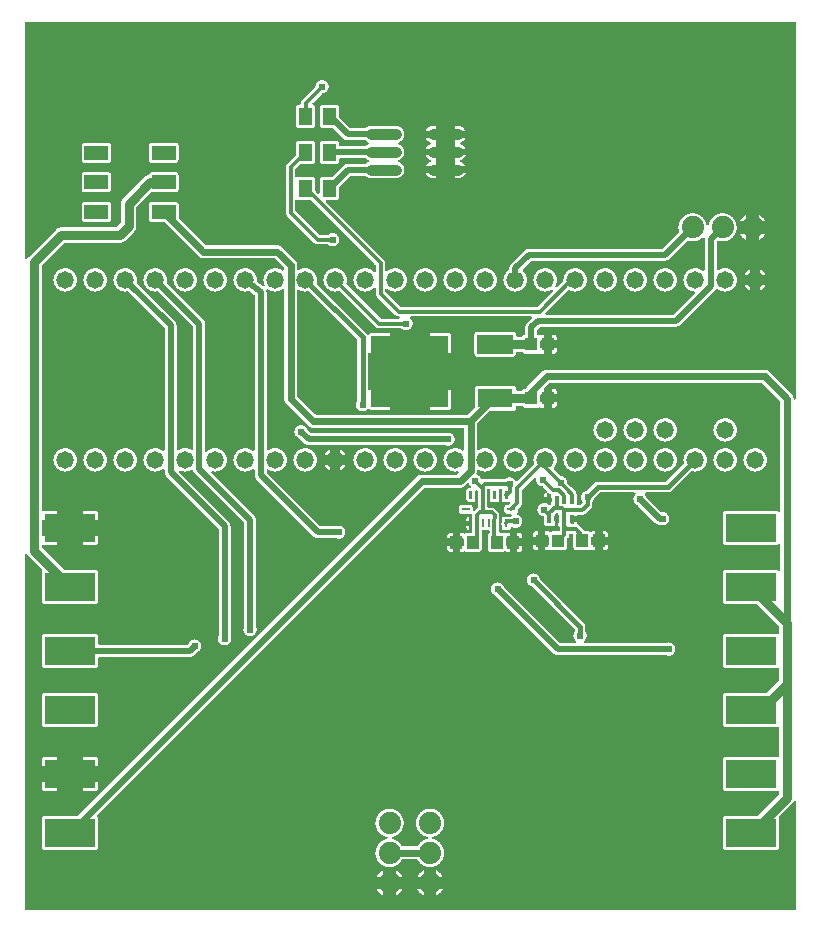
<source format=gtl>
G04 Layer: TopLayer*
G04 EasyEDA v6.4.5, 2020-09-03T12:26:06--7:00*
G04 e5bad7cf5beb4b60abe831444af73797,95dd31e7bbc04d03a1fa04b442bf807f,10*
G04 Gerber Generator version 0.2*
G04 Scale: 100 percent, Rotated: No, Reflected: No *
G04 Dimensions in millimeters *
G04 leading zeros omitted , absolute positions ,3 integer and 3 decimal *
%FSLAX33Y33*%
%MOMM*%
G90*
G71D02*

%ADD11C,0.399999*%
%ADD12C,0.299999*%
%ADD13C,0.599999*%
%ADD14C,0.499999*%
%ADD15C,0.799998*%
%ADD16C,0.899998*%
%ADD17C,0.609600*%
%ADD18R,0.999998X1.099998*%
%ADD19R,0.250012X0.650011*%
%ADD20R,0.650011X0.250012*%
%ADD22R,2.999994X1.599997*%
%ADD23R,1.999996X1.199896*%
%ADD25R,0.350520X0.700024*%
%ADD26C,1.879600*%
%ADD27R,4.284980X2.379980*%
%ADD28C,1.473200*%

%LPD*%
G36*
G01X39523Y35915D02*
G01X39507Y35915D01*
G01X39492Y35914D01*
G01X39478Y35911D01*
G01X39465Y35906D01*
G01X39452Y35899D01*
G01X39440Y35890D01*
G01X39430Y35880D01*
G01X39421Y35868D01*
G01X39414Y35856D01*
G01X39409Y35842D01*
G01X39406Y35828D01*
G01X39405Y35813D01*
G01X39405Y34417D01*
G01X39406Y34402D01*
G01X39409Y34388D01*
G01X39414Y34374D01*
G01X39421Y34362D01*
G01X39430Y34350D01*
G01X39440Y34340D01*
G01X39452Y34331D01*
G01X39465Y34324D01*
G01X39478Y34319D01*
G01X39492Y34316D01*
G01X39507Y34315D01*
G01X39751Y34315D01*
G01X39780Y34314D01*
G01X39808Y34311D01*
G01X39837Y34306D01*
G01X39865Y34299D01*
G01X39893Y34289D01*
G01X39919Y34278D01*
G01X39945Y34265D01*
G01X39970Y34251D01*
G01X39994Y34234D01*
G01X40017Y34216D01*
G01X40038Y34196D01*
G01X40292Y33942D01*
G01X40312Y33921D01*
G01X40330Y33898D01*
G01X40347Y33874D01*
G01X40361Y33849D01*
G01X40374Y33823D01*
G01X40385Y33797D01*
G01X40395Y33769D01*
G01X40402Y33741D01*
G01X40407Y33712D01*
G01X40410Y33684D01*
G01X40411Y33655D01*
G01X40411Y33646D01*
G01X40407Y33098D01*
G01X40407Y33097D01*
G01X40408Y33082D01*
G01X40411Y33068D01*
G01X40416Y33055D01*
G01X40423Y33042D01*
G01X40432Y33030D01*
G01X40442Y33020D01*
G01X40454Y33011D01*
G01X40466Y33004D01*
G01X40480Y32999D01*
G01X40494Y32996D01*
G01X40509Y32995D01*
G01X40523Y32996D01*
G01X40538Y32999D01*
G01X40551Y33005D01*
G01X40564Y33012D01*
G01X40576Y33021D01*
G01X40586Y33031D01*
G01X40595Y33043D01*
G01X40602Y33056D01*
G01X40607Y33070D01*
G01X40612Y33088D01*
G01X40616Y33104D01*
G01X40617Y33120D01*
G01X40617Y33287D01*
G01X40618Y33314D01*
G01X40622Y33340D01*
G01X40625Y33361D01*
G01X40625Y33544D01*
G01X40655Y33542D01*
G01X40684Y33537D01*
G01X40713Y33528D01*
G01X40731Y33523D01*
G01X40749Y33522D01*
G01X40767Y33523D01*
G01X40784Y33528D01*
G01X40806Y33535D01*
G01X40828Y33540D01*
G01X40851Y33543D01*
G01X40874Y33544D01*
G01X41087Y33544D01*
G01X41106Y33546D01*
G01X41144Y33551D01*
G01X41183Y33553D01*
G01X41357Y33553D01*
G01X41374Y33555D01*
G01X41391Y33559D01*
G01X41407Y33567D01*
G01X41422Y33577D01*
G01X41427Y33581D01*
G01X41424Y33579D01*
G01X41435Y33589D01*
G01X41444Y33601D01*
G01X41452Y33614D01*
G01X41457Y33628D01*
G01X41460Y33642D01*
G01X41461Y33657D01*
G01X41460Y33672D01*
G01X41457Y33686D01*
G01X41451Y33700D01*
G01X41444Y33713D01*
G01X41435Y33725D01*
G01X41424Y33735D01*
G01X41412Y33744D01*
G01X41399Y33751D01*
G01X41385Y33755D01*
G01X41370Y33758D01*
G01X41341Y33762D01*
G01X41313Y33768D01*
G01X41285Y33776D01*
G01X41270Y33780D01*
G01X41254Y33781D01*
G01X41086Y33781D01*
G01X41063Y33782D01*
G01X41039Y33785D01*
G01X41016Y33791D01*
G01X40994Y33798D01*
G01X40972Y33808D01*
G01X40951Y33819D01*
G01X40932Y33833D01*
G01X40914Y33848D01*
G01X40897Y33865D01*
G01X40882Y33883D01*
G01X40868Y33903D01*
G01X40857Y33923D01*
G01X40847Y33945D01*
G01X40840Y33967D01*
G01X40834Y33990D01*
G01X40831Y34014D01*
G01X40830Y34038D01*
G01X40830Y34288D01*
G01X40831Y34311D01*
G01X40834Y34335D01*
G01X40840Y34358D01*
G01X40847Y34380D01*
G01X40857Y34402D01*
G01X40868Y34423D01*
G01X40882Y34442D01*
G01X40897Y34460D01*
G01X40914Y34477D01*
G01X40932Y34492D01*
G01X40951Y34506D01*
G01X40972Y34517D01*
G01X40994Y34527D01*
G01X41016Y34534D01*
G01X41039Y34540D01*
G01X41063Y34543D01*
G01X41086Y34544D01*
G01X41176Y34544D01*
G01X41192Y34545D01*
G01X41207Y34549D01*
G01X41222Y34555D01*
G01X41236Y34564D01*
G01X41248Y34574D01*
G01X41296Y34622D01*
G01X41306Y34634D01*
G01X41314Y34647D01*
G01X41320Y34662D01*
G01X41324Y34677D01*
G01X41325Y34693D01*
G01X41324Y34708D01*
G01X41321Y34722D01*
G01X41316Y34736D01*
G01X41309Y34748D01*
G01X41300Y34760D01*
G01X41290Y34770D01*
G01X41279Y34779D01*
G01X41266Y34786D01*
G01X41252Y34791D01*
G01X41238Y34794D01*
G01X41224Y34795D01*
G01X41209Y34794D01*
G01X41195Y34791D01*
G01X41172Y34785D01*
G01X41148Y34782D01*
G01X41124Y34781D01*
G01X40874Y34781D01*
G01X40851Y34782D01*
G01X40828Y34785D01*
G01X40806Y34790D01*
G01X40784Y34797D01*
G01X40767Y34802D01*
G01X40749Y34803D01*
G01X40731Y34802D01*
G01X40713Y34797D01*
G01X40684Y34788D01*
G01X40655Y34783D01*
G01X40625Y34781D01*
G01X40625Y34965D01*
G01X40623Y34985D01*
G01X40619Y35011D01*
G01X40617Y35037D01*
G01X40617Y35205D01*
G01X40616Y35221D01*
G01X40612Y35236D01*
G01X40603Y35267D01*
G01X40597Y35299D01*
G01X40593Y35330D01*
G01X40592Y35362D01*
G01X40593Y35394D01*
G01X40597Y35426D01*
G01X40603Y35458D01*
G01X40612Y35489D01*
G01X40616Y35504D01*
G01X40617Y35520D01*
G01X40617Y35687D01*
G01X40619Y35713D01*
G01X40623Y35739D01*
G01X40625Y35760D01*
G01X40625Y35813D01*
G01X40624Y35828D01*
G01X40621Y35842D01*
G01X40615Y35856D01*
G01X40609Y35868D01*
G01X40600Y35880D01*
G01X40590Y35890D01*
G01X40578Y35899D01*
G01X40565Y35906D01*
G01X40552Y35911D01*
G01X40537Y35914D01*
G01X40523Y35915D01*
G01X40474Y35915D01*
G01X40460Y35914D01*
G01X40446Y35911D01*
G01X40432Y35906D01*
G01X40419Y35899D01*
G01X40408Y35890D01*
G01X40397Y35880D01*
G01X40389Y35868D01*
G01X40382Y35856D01*
G01X40377Y35842D01*
G01X40374Y35828D01*
G01X40373Y35813D01*
G01X40373Y35759D01*
G01X40375Y35739D01*
G01X40379Y35713D01*
G01X40380Y35688D01*
G01X40380Y35038D01*
G01X40379Y35012D01*
G01X40375Y34986D01*
G01X40373Y34966D01*
G01X40373Y34781D01*
G01X40342Y34783D01*
G01X40313Y34788D01*
G01X40284Y34797D01*
G01X40266Y34802D01*
G01X40248Y34803D01*
G01X40230Y34802D01*
G01X40213Y34797D01*
G01X40191Y34790D01*
G01X40169Y34785D01*
G01X40146Y34782D01*
G01X40123Y34781D01*
G01X39873Y34781D01*
G01X39843Y34783D01*
G01X39813Y34788D01*
G01X39784Y34797D01*
G01X39767Y34802D01*
G01X39749Y34803D01*
G01X39731Y34802D01*
G01X39713Y34797D01*
G01X39684Y34788D01*
G01X39655Y34783D01*
G01X39625Y34781D01*
G01X39625Y34963D01*
G01X39622Y34984D01*
G01X39618Y35011D01*
G01X39617Y35038D01*
G01X39617Y35688D01*
G01X39618Y35714D01*
G01X39622Y35741D01*
G01X39625Y35762D01*
G01X39625Y35813D01*
G01X39624Y35828D01*
G01X39621Y35842D01*
G01X39615Y35856D01*
G01X39609Y35868D01*
G01X39600Y35880D01*
G01X39590Y35890D01*
G01X39578Y35899D01*
G01X39565Y35906D01*
G01X39552Y35911D01*
G01X39537Y35914D01*
G01X39523Y35915D01*
G37*

%LPD*%
G36*
G01X65427Y75435D02*
G01X358Y75435D01*
G01X343Y75434D01*
G01X329Y75431D01*
G01X315Y75426D01*
G01X303Y75419D01*
G01X291Y75410D01*
G01X281Y75400D01*
G01X272Y75388D01*
G01X265Y75376D01*
G01X260Y75362D01*
G01X257Y75348D01*
G01X256Y75333D01*
G01X256Y55470D01*
G01X257Y55456D01*
G01X260Y55442D01*
G01X265Y55428D01*
G01X272Y55416D01*
G01X281Y55404D01*
G01X291Y55394D01*
G01X303Y55385D01*
G01X315Y55378D01*
G01X329Y55373D01*
G01X343Y55370D01*
G01X358Y55369D01*
G01X373Y55370D01*
G01X388Y55373D01*
G01X402Y55379D01*
G01X415Y55387D01*
G01X427Y55396D01*
G01X437Y55407D01*
G01X446Y55420D01*
G01X469Y55457D01*
G01X494Y55492D01*
G01X522Y55526D01*
G01X551Y55558D01*
G01X2837Y57844D01*
G01X2864Y57869D01*
G01X2892Y57893D01*
G01X2922Y57915D01*
G01X2952Y57936D01*
G01X2984Y57954D01*
G01X3017Y57971D01*
G01X3050Y57986D01*
G01X3085Y57999D01*
G01X3120Y58011D01*
G01X3155Y58020D01*
G01X3192Y58027D01*
G01X3228Y58032D01*
G01X3265Y58035D01*
G01X3302Y58036D01*
G01X7940Y58036D01*
G01X7956Y58037D01*
G01X7972Y58041D01*
G01X7987Y58047D01*
G01X8000Y58056D01*
G01X8012Y58066D01*
G01X8330Y58384D01*
G01X8341Y58396D01*
G01X8349Y58410D01*
G01X8355Y58424D01*
G01X8359Y58440D01*
G01X8360Y58456D01*
G01X8360Y60047D01*
G01X8361Y60083D01*
G01X8364Y60120D01*
G01X8369Y60157D01*
G01X8376Y60193D01*
G01X8386Y60228D01*
G01X8397Y60263D01*
G01X8410Y60298D01*
G01X8425Y60331D01*
G01X8442Y60364D01*
G01X8461Y60396D01*
G01X8481Y60427D01*
G01X8503Y60456D01*
G01X8527Y60484D01*
G01X8552Y60511D01*
G01X10354Y62313D01*
G01X10382Y62339D01*
G01X10411Y62363D01*
G01X10442Y62386D01*
G01X10474Y62407D01*
G01X10507Y62426D01*
G01X10541Y62443D01*
G01X10576Y62459D01*
G01X10612Y62472D01*
G01X10648Y62483D01*
G01X10685Y62491D01*
G01X10701Y62496D01*
G01X10716Y62503D01*
G01X10729Y62512D01*
G01X10741Y62523D01*
G01X10751Y62536D01*
G01X10758Y62551D01*
G01X10768Y62571D01*
G01X10780Y62591D01*
G01X10794Y62609D01*
G01X10809Y62626D01*
G01X10825Y62642D01*
G01X10843Y62657D01*
G01X10862Y62669D01*
G01X10883Y62680D01*
G01X10904Y62689D01*
G01X10926Y62696D01*
G01X10948Y62701D01*
G01X10971Y62704D01*
G01X10994Y62705D01*
G01X12994Y62705D01*
G01X13017Y62704D01*
G01X13041Y62701D01*
G01X13064Y62695D01*
G01X13086Y62688D01*
G01X13108Y62678D01*
G01X13129Y62667D01*
G01X13148Y62653D01*
G01X13166Y62638D01*
G01X13183Y62621D01*
G01X13198Y62603D01*
G01X13212Y62584D01*
G01X13223Y62563D01*
G01X13233Y62541D01*
G01X13240Y62519D01*
G01X13246Y62496D01*
G01X13249Y62472D01*
G01X13250Y62449D01*
G01X13250Y61249D01*
G01X13249Y61225D01*
G01X13246Y61202D01*
G01X13240Y61178D01*
G01X13233Y61156D01*
G01X13223Y61134D01*
G01X13212Y61114D01*
G01X13198Y61094D01*
G01X13183Y61076D01*
G01X13166Y61059D01*
G01X13148Y61044D01*
G01X13129Y61031D01*
G01X13108Y61019D01*
G01X13086Y61009D01*
G01X13064Y61002D01*
G01X13041Y60997D01*
G01X13017Y60993D01*
G01X12994Y60992D01*
G01X10994Y60992D01*
G01X10953Y60995D01*
G01X10937Y60997D01*
G01X10921Y60995D01*
G01X10906Y60992D01*
G01X10891Y60986D01*
G01X10877Y60977D01*
G01X10865Y60967D01*
G01X9703Y59804D01*
G01X9692Y59792D01*
G01X9684Y59779D01*
G01X9678Y59764D01*
G01X9674Y59748D01*
G01X9673Y59733D01*
G01X9673Y58142D01*
G01X9672Y58105D01*
G01X9669Y58068D01*
G01X9664Y58032D01*
G01X9657Y57996D01*
G01X9647Y57960D01*
G01X9636Y57925D01*
G01X9623Y57890D01*
G01X9608Y57857D01*
G01X9591Y57824D01*
G01X9572Y57792D01*
G01X9552Y57762D01*
G01X9530Y57732D01*
G01X9506Y57704D01*
G01X9481Y57677D01*
G01X8719Y56915D01*
G01X8692Y56890D01*
G01X8664Y56866D01*
G01X8634Y56844D01*
G01X8604Y56824D01*
G01X8572Y56805D01*
G01X8539Y56788D01*
G01X8506Y56773D01*
G01X8471Y56760D01*
G01X8436Y56749D01*
G01X8401Y56740D01*
G01X8364Y56732D01*
G01X8328Y56727D01*
G01X8291Y56724D01*
G01X8255Y56723D01*
G01X3616Y56723D01*
G01X3600Y56722D01*
G01X3584Y56718D01*
G01X3569Y56712D01*
G01X3556Y56704D01*
G01X3544Y56693D01*
G01X1702Y54851D01*
G01X1691Y54839D01*
G01X1683Y54826D01*
G01X1677Y54811D01*
G01X1673Y54795D01*
G01X1672Y54780D01*
G01X1672Y34104D01*
G01X1673Y34090D01*
G01X1676Y34075D01*
G01X1681Y34062D01*
G01X1688Y34049D01*
G01X1697Y34038D01*
G01X1707Y34027D01*
G01X1719Y34019D01*
G01X1731Y34012D01*
G01X1745Y34007D01*
G01X1759Y34004D01*
G01X1774Y34003D01*
G01X1788Y34004D01*
G01X1802Y34007D01*
G01X1815Y34011D01*
G01X1841Y34021D01*
G01X1867Y34028D01*
G01X1894Y34033D01*
G01X1921Y34034D01*
G01X2929Y34034D01*
G01X2929Y33246D01*
G01X1774Y33246D01*
G01X1759Y33245D01*
G01X1745Y33242D01*
G01X1731Y33237D01*
G01X1719Y33230D01*
G01X1707Y33221D01*
G01X1697Y33211D01*
G01X1688Y33200D01*
G01X1681Y33187D01*
G01X1676Y33173D01*
G01X1673Y33159D01*
G01X1672Y33145D01*
G01X1672Y32031D01*
G01X1673Y32016D01*
G01X1676Y32002D01*
G01X1681Y31989D01*
G01X1688Y31976D01*
G01X1697Y31964D01*
G01X1707Y31954D01*
G01X1719Y31945D01*
G01X1731Y31938D01*
G01X1745Y31933D01*
G01X1759Y31930D01*
G01X1774Y31929D01*
G01X2929Y31929D01*
G01X2929Y31141D01*
G01X1921Y31141D01*
G01X1894Y31143D01*
G01X1867Y31147D01*
G01X1841Y31154D01*
G01X1802Y31169D01*
G01X1788Y31172D01*
G01X1774Y31173D01*
G01X1759Y31172D01*
G01X1745Y31169D01*
G01X1731Y31164D01*
G01X1719Y31157D01*
G01X1707Y31148D01*
G01X1697Y31138D01*
G01X1688Y31126D01*
G01X1681Y31114D01*
G01X1676Y31100D01*
G01X1673Y31086D01*
G01X1672Y31071D01*
G01X1672Y30971D01*
G01X1673Y30955D01*
G01X1677Y30940D01*
G01X1683Y30925D01*
G01X1691Y30912D01*
G01X1702Y30899D01*
G01X3516Y29086D01*
G01X3528Y29075D01*
G01X3541Y29067D01*
G01X3556Y29061D01*
G01X3572Y29057D01*
G01X3588Y29056D01*
G01X6206Y29056D01*
G01X6230Y29055D01*
G01X6253Y29051D01*
G01X6276Y29046D01*
G01X6299Y29039D01*
G01X6320Y29029D01*
G01X6341Y29017D01*
G01X6361Y29004D01*
G01X6379Y28989D01*
G01X6396Y28972D01*
G01X6411Y28954D01*
G01X6424Y28934D01*
G01X6436Y28914D01*
G01X6445Y28892D01*
G01X6453Y28869D01*
G01X6458Y28846D01*
G01X6461Y28823D01*
G01X6463Y28799D01*
G01X6463Y26419D01*
G01X6461Y26396D01*
G01X6458Y26372D01*
G01X6453Y26349D01*
G01X6445Y26327D01*
G01X6436Y26305D01*
G01X6424Y26284D01*
G01X6411Y26265D01*
G01X6396Y26246D01*
G01X6379Y26230D01*
G01X6361Y26215D01*
G01X6341Y26201D01*
G01X6320Y26190D01*
G01X6299Y26180D01*
G01X6276Y26173D01*
G01X6253Y26167D01*
G01X6230Y26164D01*
G01X6206Y26163D01*
G01X1921Y26163D01*
G01X1897Y26164D01*
G01X1874Y26167D01*
G01X1851Y26173D01*
G01X1828Y26180D01*
G01X1807Y26190D01*
G01X1786Y26201D01*
G01X1766Y26215D01*
G01X1748Y26230D01*
G01X1731Y26246D01*
G01X1716Y26265D01*
G01X1703Y26284D01*
G01X1691Y26305D01*
G01X1682Y26327D01*
G01X1674Y26349D01*
G01X1669Y26372D01*
G01X1666Y26396D01*
G01X1664Y26419D01*
G01X1664Y28799D01*
G01X1666Y28823D01*
G01X1669Y28846D01*
G01X1674Y28869D01*
G01X1681Y28891D01*
G01X1691Y28912D01*
G01X1702Y28933D01*
G01X1710Y28949D01*
G01X1715Y28967D01*
G01X1717Y28986D01*
G01X1715Y29001D01*
G01X1712Y29017D01*
G01X1706Y29032D01*
G01X1697Y29045D01*
G01X1687Y29057D01*
G01X551Y30193D01*
G01X522Y30225D01*
G01X494Y30259D01*
G01X469Y30294D01*
G01X446Y30331D01*
G01X437Y30344D01*
G01X427Y30355D01*
G01X415Y30364D01*
G01X402Y30372D01*
G01X388Y30378D01*
G01X373Y30381D01*
G01X358Y30382D01*
G01X343Y30381D01*
G01X329Y30378D01*
G01X315Y30373D01*
G01X303Y30366D01*
G01X291Y30357D01*
G01X281Y30347D01*
G01X272Y30335D01*
G01X265Y30323D01*
G01X260Y30309D01*
G01X257Y30295D01*
G01X256Y30280D01*
G01X256Y358D01*
G01X257Y343D01*
G01X260Y329D01*
G01X265Y315D01*
G01X272Y303D01*
G01X281Y291D01*
G01X291Y281D01*
G01X303Y272D01*
G01X315Y265D01*
G01X329Y260D01*
G01X343Y257D01*
G01X358Y256D01*
G01X65427Y256D01*
G01X65442Y257D01*
G01X65456Y260D01*
G01X65470Y265D01*
G01X65482Y272D01*
G01X65494Y281D01*
G01X65504Y291D01*
G01X65513Y303D01*
G01X65520Y315D01*
G01X65525Y329D01*
G01X65528Y343D01*
G01X65529Y358D01*
G01X65529Y9378D01*
G01X65528Y9392D01*
G01X65525Y9406D01*
G01X65520Y9420D01*
G01X65513Y9433D01*
G01X65504Y9444D01*
G01X65494Y9455D01*
G01X65482Y9463D01*
G01X65470Y9470D01*
G01X65456Y9475D01*
G01X65442Y9478D01*
G01X65427Y9479D01*
G01X65412Y9478D01*
G01X65397Y9475D01*
G01X65383Y9469D01*
G01X65370Y9462D01*
G01X65358Y9452D01*
G01X65348Y9441D01*
G01X65339Y9428D01*
G01X65316Y9391D01*
G01X65291Y9356D01*
G01X65263Y9322D01*
G01X65234Y9290D01*
G01X64123Y8180D01*
G01X64113Y8168D01*
G01X64105Y8154D01*
G01X64098Y8139D01*
G01X64095Y8124D01*
G01X64093Y8108D01*
G01X64095Y8088D01*
G01X64101Y8069D01*
G01X64110Y8046D01*
G01X64116Y8021D01*
G01X64119Y7996D01*
G01X64121Y7971D01*
G01X64121Y5591D01*
G01X64119Y5568D01*
G01X64116Y5544D01*
G01X64111Y5521D01*
G01X64103Y5499D01*
G01X64094Y5477D01*
G01X64082Y5456D01*
G01X64069Y5437D01*
G01X64054Y5418D01*
G01X64037Y5402D01*
G01X64019Y5387D01*
G01X63999Y5373D01*
G01X63978Y5362D01*
G01X63957Y5352D01*
G01X63934Y5345D01*
G01X63911Y5339D01*
G01X63888Y5336D01*
G01X63864Y5335D01*
G01X59579Y5335D01*
G01X59555Y5336D01*
G01X59532Y5339D01*
G01X59509Y5345D01*
G01X59486Y5352D01*
G01X59465Y5362D01*
G01X59444Y5373D01*
G01X59424Y5387D01*
G01X59406Y5402D01*
G01X59389Y5418D01*
G01X59374Y5437D01*
G01X59361Y5456D01*
G01X59349Y5477D01*
G01X59340Y5499D01*
G01X59332Y5521D01*
G01X59327Y5544D01*
G01X59324Y5568D01*
G01X59322Y5591D01*
G01X59322Y7971D01*
G01X59324Y7995D01*
G01X59327Y8018D01*
G01X59332Y8041D01*
G01X59340Y8064D01*
G01X59349Y8086D01*
G01X59361Y8106D01*
G01X59374Y8126D01*
G01X59389Y8144D01*
G01X59406Y8161D01*
G01X59424Y8176D01*
G01X59444Y8189D01*
G01X59465Y8201D01*
G01X59486Y8211D01*
G01X59509Y8218D01*
G01X59532Y8223D01*
G01X59555Y8227D01*
G01X59579Y8228D01*
G01X62272Y8228D01*
G01X62288Y8229D01*
G01X62304Y8233D01*
G01X62318Y8239D01*
G01X62332Y8247D01*
G01X62344Y8258D01*
G01X64083Y9997D01*
G01X64094Y10009D01*
G01X64102Y10023D01*
G01X64108Y10037D01*
G01X64112Y10053D01*
G01X64113Y10069D01*
G01X64113Y10243D01*
G01X64112Y10258D01*
G01X64109Y10272D01*
G01X64104Y10286D01*
G01X64097Y10298D01*
G01X64088Y10310D01*
G01X64078Y10320D01*
G01X64066Y10329D01*
G01X64054Y10336D01*
G01X64040Y10341D01*
G01X64026Y10344D01*
G01X64011Y10345D01*
G01X63997Y10344D01*
G01X63983Y10341D01*
G01X63944Y10326D01*
G01X63918Y10319D01*
G01X63891Y10315D01*
G01X63864Y10313D01*
G01X59579Y10313D01*
G01X59555Y10314D01*
G01X59532Y10318D01*
G01X59509Y10323D01*
G01X59486Y10330D01*
G01X59465Y10340D01*
G01X59444Y10352D01*
G01X59424Y10365D01*
G01X59406Y10380D01*
G01X59389Y10397D01*
G01X59374Y10415D01*
G01X59361Y10435D01*
G01X59349Y10455D01*
G01X59340Y10477D01*
G01X59332Y10500D01*
G01X59327Y10523D01*
G01X59324Y10546D01*
G01X59322Y10570D01*
G01X59322Y12950D01*
G01X59324Y12973D01*
G01X59327Y12997D01*
G01X59332Y13020D01*
G01X59340Y13042D01*
G01X59349Y13064D01*
G01X59361Y13085D01*
G01X59374Y13104D01*
G01X59389Y13123D01*
G01X59406Y13139D01*
G01X59424Y13154D01*
G01X59444Y13168D01*
G01X59465Y13179D01*
G01X59486Y13189D01*
G01X59509Y13196D01*
G01X59532Y13202D01*
G01X59555Y13205D01*
G01X59579Y13206D01*
G01X63864Y13206D01*
G01X63891Y13205D01*
G01X63918Y13200D01*
G01X63944Y13193D01*
G01X63970Y13183D01*
G01X63983Y13179D01*
G01X63997Y13176D01*
G01X64011Y13175D01*
G01X64026Y13176D01*
G01X64040Y13179D01*
G01X64054Y13184D01*
G01X64066Y13191D01*
G01X64078Y13199D01*
G01X64088Y13210D01*
G01X64097Y13221D01*
G01X64104Y13234D01*
G01X64109Y13247D01*
G01X64112Y13262D01*
G01X64113Y13276D01*
G01X64113Y15679D01*
G01X64112Y15693D01*
G01X64109Y15708D01*
G01X64104Y15721D01*
G01X64097Y15734D01*
G01X64088Y15745D01*
G01X64078Y15756D01*
G01X64066Y15764D01*
G01X64054Y15771D01*
G01X64040Y15776D01*
G01X64026Y15779D01*
G01X64011Y15780D01*
G01X63997Y15779D01*
G01X63983Y15776D01*
G01X63970Y15772D01*
G01X63944Y15762D01*
G01X63918Y15755D01*
G01X63891Y15750D01*
G01X63864Y15749D01*
G01X59579Y15749D01*
G01X59555Y15750D01*
G01X59532Y15753D01*
G01X59509Y15759D01*
G01X59486Y15766D01*
G01X59465Y15776D01*
G01X59444Y15787D01*
G01X59424Y15801D01*
G01X59406Y15816D01*
G01X59389Y15832D01*
G01X59374Y15851D01*
G01X59361Y15870D01*
G01X59349Y15891D01*
G01X59340Y15913D01*
G01X59332Y15935D01*
G01X59327Y15958D01*
G01X59324Y15982D01*
G01X59322Y16005D01*
G01X59322Y18385D01*
G01X59324Y18409D01*
G01X59327Y18432D01*
G01X59332Y18455D01*
G01X59340Y18478D01*
G01X59349Y18500D01*
G01X59361Y18520D01*
G01X59374Y18540D01*
G01X59389Y18558D01*
G01X59406Y18575D01*
G01X59424Y18590D01*
G01X59444Y18603D01*
G01X59465Y18615D01*
G01X59486Y18625D01*
G01X59509Y18632D01*
G01X59532Y18637D01*
G01X59555Y18641D01*
G01X59579Y18642D01*
G01X63034Y18642D01*
G01X63050Y18643D01*
G01X63066Y18647D01*
G01X63080Y18653D01*
G01X63094Y18661D01*
G01X63106Y18672D01*
G01X64083Y19649D01*
G01X64094Y19661D01*
G01X64102Y19675D01*
G01X64108Y19689D01*
G01X64112Y19705D01*
G01X64113Y19721D01*
G01X64113Y20657D01*
G01X64112Y20672D01*
G01X64109Y20686D01*
G01X64104Y20700D01*
G01X64097Y20712D01*
G01X64088Y20724D01*
G01X64078Y20734D01*
G01X64066Y20743D01*
G01X64054Y20750D01*
G01X64040Y20755D01*
G01X64026Y20758D01*
G01X64011Y20759D01*
G01X63997Y20758D01*
G01X63983Y20755D01*
G01X63944Y20740D01*
G01X63918Y20733D01*
G01X63891Y20729D01*
G01X63864Y20727D01*
G01X59579Y20727D01*
G01X59555Y20728D01*
G01X59532Y20732D01*
G01X59509Y20737D01*
G01X59486Y20744D01*
G01X59465Y20754D01*
G01X59444Y20766D01*
G01X59424Y20779D01*
G01X59406Y20794D01*
G01X59389Y20811D01*
G01X59374Y20829D01*
G01X59361Y20849D01*
G01X59349Y20869D01*
G01X59340Y20891D01*
G01X59332Y20914D01*
G01X59327Y20937D01*
G01X59324Y20960D01*
G01X59322Y20984D01*
G01X59322Y23364D01*
G01X59324Y23387D01*
G01X59327Y23411D01*
G01X59332Y23434D01*
G01X59340Y23456D01*
G01X59349Y23478D01*
G01X59361Y23499D01*
G01X59374Y23518D01*
G01X59389Y23537D01*
G01X59406Y23553D01*
G01X59424Y23568D01*
G01X59444Y23582D01*
G01X59465Y23593D01*
G01X59486Y23603D01*
G01X59509Y23610D01*
G01X59532Y23616D01*
G01X59555Y23619D01*
G01X59579Y23620D01*
G01X63864Y23620D01*
G01X63891Y23619D01*
G01X63918Y23614D01*
G01X63944Y23607D01*
G01X63970Y23597D01*
G01X63983Y23593D01*
G01X63997Y23590D01*
G01X64011Y23589D01*
G01X64026Y23590D01*
G01X64040Y23593D01*
G01X64054Y23598D01*
G01X64066Y23605D01*
G01X64078Y23613D01*
G01X64088Y23624D01*
G01X64097Y23635D01*
G01X64104Y23648D01*
G01X64109Y23661D01*
G01X64112Y23676D01*
G01X64113Y23690D01*
G01X64113Y24247D01*
G01X64112Y24263D01*
G01X64108Y24279D01*
G01X64102Y24293D01*
G01X64094Y24307D01*
G01X64083Y24319D01*
G01X62269Y26133D01*
G01X62257Y26143D01*
G01X62244Y26152D01*
G01X62229Y26158D01*
G01X62213Y26162D01*
G01X62197Y26163D01*
G01X59579Y26163D01*
G01X59555Y26164D01*
G01X59532Y26167D01*
G01X59509Y26173D01*
G01X59486Y26180D01*
G01X59465Y26190D01*
G01X59444Y26201D01*
G01X59424Y26215D01*
G01X59406Y26230D01*
G01X59389Y26246D01*
G01X59374Y26265D01*
G01X59361Y26284D01*
G01X59349Y26305D01*
G01X59340Y26327D01*
G01X59332Y26349D01*
G01X59327Y26372D01*
G01X59324Y26396D01*
G01X59322Y26419D01*
G01X59322Y28799D01*
G01X59324Y28823D01*
G01X59327Y28846D01*
G01X59332Y28869D01*
G01X59340Y28892D01*
G01X59349Y28914D01*
G01X59361Y28934D01*
G01X59374Y28954D01*
G01X59389Y28972D01*
G01X59406Y28989D01*
G01X59424Y29004D01*
G01X59444Y29017D01*
G01X59465Y29029D01*
G01X59486Y29039D01*
G01X59509Y29046D01*
G01X59532Y29051D01*
G01X59555Y29055D01*
G01X59579Y29056D01*
G01X63864Y29056D01*
G01X63888Y29055D01*
G01X63913Y29051D01*
G01X63936Y29045D01*
G01X63959Y29037D01*
G01X63982Y29027D01*
G01X64003Y29015D01*
G01X64023Y29001D01*
G01X64041Y28985D01*
G01X64053Y28975D01*
G01X64066Y28967D01*
G01X64081Y28961D01*
G01X64096Y28958D01*
G01X64111Y28957D01*
G01X64126Y28958D01*
G01X64140Y28961D01*
G01X64154Y28966D01*
G01X64166Y28973D01*
G01X64178Y28981D01*
G01X64188Y28992D01*
G01X64197Y29003D01*
G01X64204Y29016D01*
G01X64209Y29030D01*
G01X64212Y29044D01*
G01X64213Y29058D01*
G01X64213Y31139D01*
G01X64212Y31153D01*
G01X64209Y31167D01*
G01X64204Y31181D01*
G01X64197Y31194D01*
G01X64188Y31205D01*
G01X64178Y31216D01*
G01X64166Y31224D01*
G01X64154Y31231D01*
G01X64140Y31236D01*
G01X64126Y31239D01*
G01X64111Y31240D01*
G01X64096Y31239D01*
G01X64081Y31236D01*
G01X64066Y31230D01*
G01X64053Y31222D01*
G01X64041Y31212D01*
G01X64023Y31196D01*
G01X64003Y31182D01*
G01X63982Y31170D01*
G01X63959Y31160D01*
G01X63936Y31152D01*
G01X63913Y31146D01*
G01X63888Y31142D01*
G01X63864Y31141D01*
G01X59579Y31141D01*
G01X59555Y31142D01*
G01X59532Y31146D01*
G01X59509Y31151D01*
G01X59486Y31158D01*
G01X59465Y31168D01*
G01X59444Y31180D01*
G01X59424Y31193D01*
G01X59406Y31208D01*
G01X59389Y31225D01*
G01X59374Y31243D01*
G01X59361Y31263D01*
G01X59349Y31283D01*
G01X59340Y31305D01*
G01X59332Y31328D01*
G01X59327Y31351D01*
G01X59324Y31374D01*
G01X59322Y31398D01*
G01X59322Y33778D01*
G01X59324Y33801D01*
G01X59327Y33825D01*
G01X59332Y33848D01*
G01X59340Y33870D01*
G01X59349Y33892D01*
G01X59361Y33913D01*
G01X59374Y33932D01*
G01X59389Y33951D01*
G01X59406Y33967D01*
G01X59424Y33982D01*
G01X59444Y33996D01*
G01X59465Y34007D01*
G01X59486Y34017D01*
G01X59509Y34024D01*
G01X59532Y34030D01*
G01X59555Y34033D01*
G01X59579Y34034D01*
G01X63864Y34034D01*
G01X63888Y34033D01*
G01X63913Y34030D01*
G01X63936Y34024D01*
G01X63959Y34016D01*
G01X63982Y34006D01*
G01X64003Y33993D01*
G01X64023Y33979D01*
G01X64041Y33963D01*
G01X64053Y33953D01*
G01X64066Y33946D01*
G01X64081Y33940D01*
G01X64096Y33936D01*
G01X64111Y33935D01*
G01X64126Y33936D01*
G01X64140Y33939D01*
G01X64154Y33944D01*
G01X64166Y33951D01*
G01X64178Y33960D01*
G01X64188Y33970D01*
G01X64197Y33982D01*
G01X64204Y33994D01*
G01X64209Y34008D01*
G01X64212Y34022D01*
G01X64213Y34037D01*
G01X64213Y43264D01*
G01X64212Y43280D01*
G01X64208Y43295D01*
G01X64202Y43310D01*
G01X64194Y43324D01*
G01X64183Y43336D01*
G01X62664Y44855D01*
G01X62652Y44866D01*
G01X62638Y44874D01*
G01X62623Y44880D01*
G01X62608Y44884D01*
G01X62592Y44885D01*
G01X44722Y44885D01*
G01X44706Y44884D01*
G01X44691Y44880D01*
G01X44676Y44874D01*
G01X44662Y44866D01*
G01X44650Y44855D01*
G01X44231Y44436D01*
G01X44220Y44424D01*
G01X44212Y44410D01*
G01X44206Y44395D01*
G01X44202Y44380D01*
G01X44201Y44364D01*
G01X44201Y43899D01*
G01X43973Y43899D01*
G01X43958Y43898D01*
G01X43944Y43895D01*
G01X43931Y43890D01*
G01X43918Y43883D01*
G01X43906Y43874D01*
G01X43896Y43864D01*
G01X43887Y43852D01*
G01X43880Y43840D01*
G01X43875Y43826D01*
G01X43872Y43812D01*
G01X43871Y43797D01*
G01X43871Y43324D01*
G01X43872Y43309D01*
G01X43875Y43295D01*
G01X43880Y43281D01*
G01X43887Y43269D01*
G01X43896Y43257D01*
G01X43906Y43247D01*
G01X43918Y43238D01*
G01X43931Y43231D01*
G01X43944Y43226D01*
G01X43958Y43223D01*
G01X43973Y43222D01*
G01X44201Y43222D01*
G01X44201Y42754D01*
G01X44015Y42754D01*
G01X43989Y42755D01*
G01X43964Y42759D01*
G01X43940Y42765D01*
G01X43916Y42774D01*
G01X43893Y42785D01*
G01X43871Y42798D01*
G01X43858Y42805D01*
G01X43844Y42811D01*
G01X43830Y42814D01*
G01X43815Y42815D01*
G01X43800Y42814D01*
G01X43785Y42811D01*
G01X43771Y42805D01*
G01X43758Y42798D01*
G01X43736Y42785D01*
G01X43713Y42774D01*
G01X43690Y42765D01*
G01X43665Y42759D01*
G01X43640Y42755D01*
G01X43615Y42754D01*
G01X42615Y42754D01*
G01X42591Y42755D01*
G01X42567Y42758D01*
G01X42543Y42764D01*
G01X42520Y42772D01*
G01X42499Y42782D01*
G01X42478Y42794D01*
G01X42458Y42807D01*
G01X42439Y42823D01*
G01X42423Y42840D01*
G01X42408Y42859D01*
G01X42397Y42871D01*
G01X42385Y42881D01*
G01X42372Y42890D01*
G01X42357Y42896D01*
G01X42341Y42899D01*
G01X42326Y42901D01*
G01X42325Y42901D01*
G01X41923Y42899D01*
G01X41909Y42898D01*
G01X41895Y42895D01*
G01X41881Y42890D01*
G01X41868Y42883D01*
G01X41857Y42874D01*
G01X41847Y42864D01*
G01X41838Y42852D01*
G01X41831Y42839D01*
G01X41826Y42826D01*
G01X41823Y42812D01*
G01X41822Y42797D01*
G01X41822Y42747D01*
G01X41821Y42723D01*
G01X41818Y42700D01*
G01X41812Y42677D01*
G01X41805Y42654D01*
G01X41795Y42633D01*
G01X41783Y42612D01*
G01X41770Y42592D01*
G01X41755Y42574D01*
G01X41738Y42557D01*
G01X41720Y42542D01*
G01X41700Y42529D01*
G01X41680Y42517D01*
G01X41658Y42508D01*
G01X41636Y42500D01*
G01X41612Y42495D01*
G01X41589Y42492D01*
G01X41565Y42491D01*
G01X39661Y42491D01*
G01X39645Y42489D01*
G01X39629Y42486D01*
G01X39614Y42479D01*
G01X39601Y42471D01*
G01X39589Y42461D01*
G01X38559Y41431D01*
G01X38548Y41419D01*
G01X38540Y41405D01*
G01X38534Y41390D01*
G01X38530Y41375D01*
G01X38529Y41359D01*
G01X38529Y39281D01*
G01X38530Y39267D01*
G01X38533Y39253D01*
G01X38538Y39239D01*
G01X38545Y39226D01*
G01X38554Y39215D01*
G01X38564Y39204D01*
G01X38576Y39196D01*
G01X38588Y39189D01*
G01X38602Y39184D01*
G01X38616Y39181D01*
G01X38631Y39180D01*
G01X38650Y39181D01*
G01X38668Y39187D01*
G01X38685Y39195D01*
G01X38725Y39219D01*
G01X38766Y39241D01*
G01X38808Y39261D01*
G01X38850Y39279D01*
G01X38894Y39295D01*
G01X38938Y39309D01*
G01X38983Y39321D01*
G01X39029Y39330D01*
G01X39075Y39338D01*
G01X39121Y39343D01*
G01X39167Y39347D01*
G01X39214Y39348D01*
G01X39259Y39347D01*
G01X39305Y39343D01*
G01X39351Y39338D01*
G01X39396Y39331D01*
G01X39441Y39321D01*
G01X39485Y39310D01*
G01X39529Y39296D01*
G01X39572Y39281D01*
G01X39615Y39263D01*
G01X39656Y39244D01*
G01X39697Y39222D01*
G01X39736Y39199D01*
G01X39775Y39174D01*
G01X39812Y39147D01*
G01X39848Y39119D01*
G01X39883Y39088D01*
G01X39916Y39057D01*
G01X39947Y39024D01*
G01X39978Y38989D01*
G01X40006Y38953D01*
G01X40033Y38916D01*
G01X40058Y38877D01*
G01X40081Y38838D01*
G01X40103Y38797D01*
G01X40122Y38756D01*
G01X40140Y38713D01*
G01X40155Y38670D01*
G01X40169Y38626D01*
G01X40180Y38582D01*
G01X40190Y38537D01*
G01X40197Y38492D01*
G01X40202Y38446D01*
G01X40206Y38400D01*
G01X40207Y38355D01*
G01X40206Y38309D01*
G01X40202Y38263D01*
G01X40197Y38217D01*
G01X40190Y38172D01*
G01X40180Y38127D01*
G01X40169Y38083D01*
G01X40155Y38039D01*
G01X40140Y37996D01*
G01X40122Y37953D01*
G01X40103Y37912D01*
G01X40081Y37871D01*
G01X40058Y37832D01*
G01X40033Y37793D01*
G01X40006Y37756D01*
G01X39978Y37720D01*
G01X39947Y37685D01*
G01X39916Y37652D01*
G01X39883Y37621D01*
G01X39848Y37590D01*
G01X39812Y37562D01*
G01X39775Y37535D01*
G01X39736Y37510D01*
G01X39697Y37487D01*
G01X39656Y37465D01*
G01X39615Y37446D01*
G01X39572Y37428D01*
G01X39529Y37413D01*
G01X39485Y37399D01*
G01X39441Y37388D01*
G01X39396Y37378D01*
G01X39351Y37371D01*
G01X39305Y37366D01*
G01X39259Y37362D01*
G01X39214Y37361D01*
G01X39167Y37362D01*
G01X39121Y37366D01*
G01X39075Y37371D01*
G01X39029Y37379D01*
G01X38983Y37388D01*
G01X38938Y37400D01*
G01X38894Y37414D01*
G01X38850Y37430D01*
G01X38807Y37448D01*
G01X38766Y37468D01*
G01X38725Y37490D01*
G01X38685Y37514D01*
G01X38668Y37523D01*
G01X38649Y37528D01*
G01X38631Y37530D01*
G01X38615Y37528D01*
G01X38599Y37525D01*
G01X38585Y37519D01*
G01X38571Y37511D01*
G01X38559Y37500D01*
G01X38549Y37489D01*
G01X38541Y37475D01*
G01X38534Y37461D01*
G01X38530Y37446D01*
G01X38529Y37430D01*
G01X38527Y37393D01*
G01X38523Y37357D01*
G01X38516Y37321D01*
G01X38507Y37286D01*
G01X38496Y37251D01*
G01X38482Y37217D01*
G01X38476Y37197D01*
G01X38474Y37176D01*
G01X38475Y37161D01*
G01X38478Y37146D01*
G01X38484Y37131D01*
G01X38492Y37118D01*
G01X38502Y37106D01*
G01X38514Y37095D01*
G01X38527Y37087D01*
G01X38541Y37081D01*
G01X38573Y37068D01*
G01X38604Y37054D01*
G01X38635Y37037D01*
G01X38664Y37019D01*
G01X38692Y37000D01*
G01X38719Y36978D01*
G01X38744Y36955D01*
G01X38768Y36930D01*
G01X38790Y36904D01*
G01X38811Y36877D01*
G01X38830Y36848D01*
G01X38847Y36819D01*
G01X38863Y36788D01*
G01X38876Y36756D01*
G01X38883Y36743D01*
G01X38891Y36730D01*
G01X38902Y36719D01*
G01X38914Y36709D01*
G01X38927Y36702D01*
G01X38941Y36696D01*
G01X38956Y36693D01*
G01X38971Y36692D01*
G01X38990Y36693D01*
G01X39009Y36699D01*
G01X39038Y36709D01*
G01X39068Y36717D01*
G01X39098Y36723D01*
G01X39129Y36727D01*
G01X39160Y36728D01*
G01X40849Y36728D01*
G01X40866Y36730D01*
G01X40883Y36734D01*
G01X40899Y36742D01*
G01X40914Y36752D01*
G01X40942Y36774D01*
G01X40971Y36794D01*
G01X41002Y36812D01*
G01X41033Y36828D01*
G01X41066Y36843D01*
G01X41100Y36855D01*
G01X41134Y36865D01*
G01X41168Y36873D01*
G01X41204Y36878D01*
G01X41239Y36882D01*
G01X41275Y36883D01*
G01X41310Y36882D01*
G01X41345Y36878D01*
G01X41380Y36873D01*
G01X41415Y36865D01*
G01X41449Y36855D01*
G01X41482Y36843D01*
G01X41515Y36829D01*
G01X41546Y36813D01*
G01X41577Y36794D01*
G01X41606Y36774D01*
G01X41634Y36753D01*
G01X41661Y36729D01*
G01X41686Y36704D01*
G01X41709Y36677D01*
G01X41731Y36649D01*
G01X41750Y36619D01*
G01X41768Y36589D01*
G01X41777Y36576D01*
G01X41787Y36564D01*
G01X41799Y36554D01*
G01X41812Y36546D01*
G01X41827Y36540D01*
G01X41842Y36537D01*
G01X41858Y36535D01*
G01X41873Y36537D01*
G01X41889Y36540D01*
G01X41904Y36547D01*
G01X41917Y36555D01*
G01X41929Y36565D01*
G01X43320Y37956D01*
G01X43331Y37968D01*
G01X43339Y37982D01*
G01X43345Y37997D01*
G01X43349Y38012D01*
G01X43350Y38028D01*
G01X43349Y38043D01*
G01X43346Y38058D01*
G01X43332Y38107D01*
G01X43321Y38155D01*
G01X43312Y38205D01*
G01X43305Y38254D01*
G01X43302Y38304D01*
G01X43300Y38355D01*
G01X43301Y38400D01*
G01X43305Y38446D01*
G01X43310Y38492D01*
G01X43317Y38537D01*
G01X43327Y38582D01*
G01X43338Y38626D01*
G01X43352Y38670D01*
G01X43367Y38713D01*
G01X43385Y38756D01*
G01X43405Y38797D01*
G01X43426Y38838D01*
G01X43449Y38877D01*
G01X43474Y38916D01*
G01X43501Y38953D01*
G01X43529Y38989D01*
G01X43560Y39024D01*
G01X43591Y39057D01*
G01X43624Y39088D01*
G01X43659Y39119D01*
G01X43695Y39147D01*
G01X43732Y39174D01*
G01X43771Y39199D01*
G01X43810Y39222D01*
G01X43851Y39244D01*
G01X43892Y39263D01*
G01X43935Y39281D01*
G01X43978Y39296D01*
G01X44022Y39310D01*
G01X44066Y39321D01*
G01X44111Y39331D01*
G01X44156Y39338D01*
G01X44202Y39343D01*
G01X44248Y39347D01*
G01X44294Y39348D01*
G01X44339Y39347D01*
G01X44385Y39343D01*
G01X44431Y39338D01*
G01X44476Y39331D01*
G01X44521Y39321D01*
G01X44565Y39310D01*
G01X44609Y39296D01*
G01X44652Y39281D01*
G01X44695Y39263D01*
G01X44736Y39244D01*
G01X44777Y39222D01*
G01X44816Y39199D01*
G01X44855Y39174D01*
G01X44892Y39147D01*
G01X44928Y39119D01*
G01X44963Y39088D01*
G01X44996Y39057D01*
G01X45027Y39024D01*
G01X45058Y38989D01*
G01X45086Y38953D01*
G01X45113Y38916D01*
G01X45138Y38877D01*
G01X45161Y38838D01*
G01X45183Y38797D01*
G01X45202Y38756D01*
G01X45220Y38713D01*
G01X45235Y38670D01*
G01X45249Y38626D01*
G01X45260Y38582D01*
G01X45270Y38537D01*
G01X45277Y38492D01*
G01X45282Y38446D01*
G01X45286Y38400D01*
G01X45287Y38355D01*
G01X45286Y38309D01*
G01X45283Y38264D01*
G01X45277Y38219D01*
G01X45270Y38175D01*
G01X45261Y38130D01*
G01X45250Y38086D01*
G01X45237Y38043D01*
G01X45221Y38001D01*
G01X45204Y37959D01*
G01X45185Y37918D01*
G01X45165Y37878D01*
G01X45142Y37838D01*
G01X45118Y37800D01*
G01X45092Y37763D01*
G01X45064Y37728D01*
G01X45034Y37693D01*
G01X45025Y37681D01*
G01X45018Y37669D01*
G01X45013Y37655D01*
G01X45010Y37640D01*
G01X45009Y37626D01*
G01X45010Y37610D01*
G01X45014Y37594D01*
G01X45020Y37579D01*
G01X45028Y37566D01*
G01X45038Y37554D01*
G01X45579Y37013D01*
G01X45592Y37002D01*
G01X45608Y36993D01*
G01X45624Y36987D01*
G01X45642Y36984D01*
G01X45676Y36980D01*
G01X45709Y36974D01*
G01X45742Y36966D01*
G01X45775Y36956D01*
G01X45807Y36944D01*
G01X45838Y36930D01*
G01X45868Y36914D01*
G01X45897Y36896D01*
G01X45925Y36877D01*
G01X45952Y36856D01*
G01X45977Y36833D01*
G01X46001Y36809D01*
G01X46024Y36784D01*
G01X46045Y36757D01*
G01X46064Y36729D01*
G01X46082Y36700D01*
G01X46098Y36670D01*
G01X46111Y36639D01*
G01X46123Y36607D01*
G01X46134Y36574D01*
G01X46142Y36541D01*
G01X46148Y36508D01*
G01X46152Y36474D01*
G01X46155Y36457D01*
G01X46161Y36440D01*
G01X46170Y36425D01*
G01X46181Y36411D01*
G01X46515Y36077D01*
G01X46550Y36038D01*
G01X46895Y35589D01*
G01X46912Y35566D01*
G01X46927Y35541D01*
G01X46940Y35515D01*
G01X46952Y35489D01*
G01X46961Y35462D01*
G01X46970Y35441D01*
G01X46983Y35417D01*
G01X46992Y35392D01*
G01X46999Y35366D01*
G01X47003Y35339D01*
G01X47005Y35313D01*
G01X47005Y34613D01*
G01X47004Y34600D01*
G01X47004Y34594D01*
G01X47005Y34580D01*
G01X47008Y34566D01*
G01X47013Y34552D01*
G01X47020Y34540D01*
G01X47029Y34528D01*
G01X47039Y34518D01*
G01X47051Y34509D01*
G01X47064Y34502D01*
G01X47077Y34497D01*
G01X47091Y34494D01*
G01X47106Y34493D01*
G01X47211Y34493D01*
G01X47227Y34494D01*
G01X47242Y34498D01*
G01X47257Y34504D01*
G01X47271Y34512D01*
G01X47283Y34523D01*
G01X47442Y34682D01*
G01X47452Y34694D01*
G01X47460Y34707D01*
G01X47466Y34722D01*
G01X47470Y34738D01*
G01X47471Y34753D01*
G01X47470Y34771D01*
G01X47465Y34788D01*
G01X47458Y34804D01*
G01X47448Y34819D01*
G01X47426Y34847D01*
G01X47406Y34876D01*
G01X47388Y34906D01*
G01X47371Y34938D01*
G01X47357Y34970D01*
G01X47345Y35004D01*
G01X47335Y35038D01*
G01X47327Y35073D01*
G01X47322Y35108D01*
G01X47318Y35143D01*
G01X47317Y35179D01*
G01X47318Y35213D01*
G01X47321Y35247D01*
G01X47327Y35282D01*
G01X47334Y35315D01*
G01X47344Y35349D01*
G01X47355Y35381D01*
G01X47369Y35413D01*
G01X47384Y35444D01*
G01X47401Y35474D01*
G01X47420Y35503D01*
G01X47441Y35530D01*
G01X47464Y35557D01*
G01X47488Y35582D01*
G01X47513Y35605D01*
G01X47540Y35627D01*
G01X47568Y35646D01*
G01X47598Y35665D01*
G01X47628Y35681D01*
G01X47660Y35695D01*
G01X47692Y35708D01*
G01X47725Y35718D01*
G01X47759Y35727D01*
G01X47772Y35731D01*
G01X47786Y35737D01*
G01X47798Y35745D01*
G01X47809Y35754D01*
G01X48421Y36366D01*
G01X48445Y36389D01*
G01X48470Y36409D01*
G01X48497Y36428D01*
G01X48525Y36444D01*
G01X48554Y36459D01*
G01X48584Y36471D01*
G01X48615Y36482D01*
G01X48647Y36490D01*
G01X48679Y36496D01*
G01X48711Y36499D01*
G01X48744Y36500D01*
G01X54451Y36500D01*
G01X54467Y36501D01*
G01X54483Y36505D01*
G01X54498Y36511D01*
G01X54511Y36520D01*
G01X54523Y36530D01*
G01X56005Y38011D01*
G01X56015Y38024D01*
G01X56023Y38037D01*
G01X56030Y38052D01*
G01X56033Y38067D01*
G01X56035Y38083D01*
G01X56031Y38108D01*
G01X56020Y38157D01*
G01X56012Y38206D01*
G01X56005Y38255D01*
G01X56002Y38305D01*
G01X56000Y38355D01*
G01X56001Y38400D01*
G01X56005Y38446D01*
G01X56010Y38492D01*
G01X56017Y38537D01*
G01X56027Y38582D01*
G01X56038Y38626D01*
G01X56052Y38670D01*
G01X56067Y38713D01*
G01X56085Y38756D01*
G01X56105Y38797D01*
G01X56126Y38838D01*
G01X56149Y38877D01*
G01X56174Y38916D01*
G01X56201Y38953D01*
G01X56229Y38989D01*
G01X56260Y39024D01*
G01X56291Y39057D01*
G01X56324Y39088D01*
G01X56359Y39119D01*
G01X56395Y39147D01*
G01X56432Y39174D01*
G01X56471Y39199D01*
G01X56510Y39222D01*
G01X56551Y39244D01*
G01X56592Y39263D01*
G01X56635Y39281D01*
G01X56678Y39296D01*
G01X56722Y39310D01*
G01X56766Y39321D01*
G01X56811Y39331D01*
G01X56856Y39338D01*
G01X56902Y39343D01*
G01X56948Y39347D01*
G01X56994Y39348D01*
G01X57039Y39347D01*
G01X57085Y39343D01*
G01X57131Y39338D01*
G01X57176Y39331D01*
G01X57221Y39321D01*
G01X57265Y39310D01*
G01X57309Y39296D01*
G01X57352Y39281D01*
G01X57395Y39263D01*
G01X57436Y39244D01*
G01X57477Y39222D01*
G01X57516Y39199D01*
G01X57555Y39174D01*
G01X57592Y39147D01*
G01X57628Y39119D01*
G01X57663Y39088D01*
G01X57696Y39057D01*
G01X57727Y39024D01*
G01X57758Y38989D01*
G01X57786Y38953D01*
G01X57813Y38916D01*
G01X57838Y38877D01*
G01X57861Y38838D01*
G01X57883Y38797D01*
G01X57902Y38756D01*
G01X57920Y38713D01*
G01X57935Y38670D01*
G01X57949Y38626D01*
G01X57960Y38582D01*
G01X57970Y38537D01*
G01X57977Y38492D01*
G01X57982Y38446D01*
G01X57986Y38400D01*
G01X57987Y38355D01*
G01X57986Y38309D01*
G01X57982Y38263D01*
G01X57977Y38217D01*
G01X57970Y38172D01*
G01X57960Y38127D01*
G01X57949Y38083D01*
G01X57935Y38039D01*
G01X57920Y37996D01*
G01X57902Y37953D01*
G01X57883Y37912D01*
G01X57861Y37871D01*
G01X57838Y37832D01*
G01X57813Y37793D01*
G01X57786Y37756D01*
G01X57758Y37720D01*
G01X57727Y37685D01*
G01X57696Y37652D01*
G01X57663Y37621D01*
G01X57628Y37590D01*
G01X57592Y37562D01*
G01X57555Y37535D01*
G01X57516Y37510D01*
G01X57477Y37487D01*
G01X57436Y37465D01*
G01X57395Y37446D01*
G01X57352Y37428D01*
G01X57309Y37413D01*
G01X57265Y37399D01*
G01X57221Y37388D01*
G01X57176Y37378D01*
G01X57131Y37371D01*
G01X57085Y37366D01*
G01X57039Y37362D01*
G01X56994Y37361D01*
G01X56944Y37363D01*
G01X56894Y37366D01*
G01X56845Y37373D01*
G01X56796Y37381D01*
G01X56747Y37392D01*
G01X56722Y37396D01*
G01X56706Y37394D01*
G01X56691Y37391D01*
G01X56676Y37384D01*
G01X56663Y37376D01*
G01X56650Y37366D01*
G01X55005Y35721D01*
G01X54982Y35699D01*
G01X54956Y35678D01*
G01X54929Y35660D01*
G01X54901Y35643D01*
G01X54872Y35628D01*
G01X54842Y35616D01*
G01X54811Y35606D01*
G01X54780Y35598D01*
G01X54748Y35592D01*
G01X54715Y35588D01*
G01X54683Y35587D01*
G01X52803Y35587D01*
G01X52788Y35586D01*
G01X52774Y35583D01*
G01X52761Y35578D01*
G01X52748Y35571D01*
G01X52736Y35562D01*
G01X52726Y35552D01*
G01X52717Y35540D01*
G01X52711Y35528D01*
G01X52705Y35514D01*
G01X52702Y35500D01*
G01X52701Y35485D01*
G01X52703Y35470D01*
G01X52706Y35455D01*
G01X52712Y35441D01*
G01X52720Y35427D01*
G01X52729Y35415D01*
G01X52754Y35388D01*
G01X52776Y35360D01*
G01X52796Y35330D01*
G01X52815Y35299D01*
G01X52831Y35267D01*
G01X52846Y35234D01*
G01X52855Y35215D01*
G01X52868Y35199D01*
G01X54102Y33965D01*
G01X54114Y33955D01*
G01X54128Y33947D01*
G01X54142Y33941D01*
G01X54158Y33937D01*
G01X54174Y33936D01*
G01X54182Y33936D01*
G01X54229Y33938D01*
G01X54262Y33937D01*
G01X54296Y33934D01*
G01X54330Y33929D01*
G01X54363Y33922D01*
G01X54396Y33913D01*
G01X54428Y33901D01*
G01X54459Y33889D01*
G01X54489Y33874D01*
G01X54519Y33857D01*
G01X54547Y33839D01*
G01X54575Y33819D01*
G01X54601Y33797D01*
G01X54625Y33774D01*
G01X54649Y33749D01*
G01X54670Y33723D01*
G01X54690Y33695D01*
G01X54709Y33667D01*
G01X54726Y33637D01*
G01X54740Y33607D01*
G01X54753Y33576D01*
G01X54764Y33544D01*
G01X54774Y33511D01*
G01X54781Y33478D01*
G01X54786Y33444D01*
G01X54789Y33411D01*
G01X54790Y33377D01*
G01X54789Y33343D01*
G01X54786Y33309D01*
G01X54781Y33275D01*
G01X54774Y33242D01*
G01X54764Y33210D01*
G01X54753Y33178D01*
G01X54740Y33146D01*
G01X54726Y33116D01*
G01X54709Y33086D01*
G01X54690Y33058D01*
G01X54670Y33030D01*
G01X54649Y33004D01*
G01X54601Y32956D01*
G01X54575Y32935D01*
G01X54547Y32915D01*
G01X54519Y32896D01*
G01X54489Y32880D01*
G01X54459Y32865D01*
G01X54428Y32852D01*
G01X54396Y32841D01*
G01X54363Y32832D01*
G01X54330Y32824D01*
G01X54296Y32819D01*
G01X54262Y32816D01*
G01X54229Y32815D01*
G01X54190Y32817D01*
G01X54152Y32821D01*
G01X54114Y32827D01*
G01X54077Y32836D01*
G01X54041Y32848D01*
G01X54005Y32862D01*
G01X53986Y32868D01*
G01X53966Y32870D01*
G01X53934Y32872D01*
G01X53901Y32875D01*
G01X53869Y32881D01*
G01X53838Y32889D01*
G01X53807Y32899D01*
G01X53777Y32910D01*
G01X53747Y32924D01*
G01X53719Y32939D01*
G01X53691Y32957D01*
G01X53665Y32976D01*
G01X53640Y32996D01*
G01X53616Y33018D01*
G01X52152Y34483D01*
G01X52136Y34496D01*
G01X52117Y34505D01*
G01X52085Y34519D01*
G01X52054Y34535D01*
G01X52023Y34553D01*
G01X51994Y34573D01*
G01X51966Y34595D01*
G01X51940Y34618D01*
G01X51915Y34643D01*
G01X51891Y34670D01*
G01X51870Y34697D01*
G01X51850Y34727D01*
G01X51832Y34757D01*
G01X51816Y34788D01*
G01X51802Y34821D01*
G01X51790Y34854D01*
G01X51780Y34888D01*
G01X51772Y34922D01*
G01X51767Y34957D01*
G01X51763Y34992D01*
G01X51762Y35028D01*
G01X51763Y35063D01*
G01X51767Y35099D01*
G01X51772Y35134D01*
G01X51780Y35169D01*
G01X51790Y35203D01*
G01X51802Y35236D01*
G01X51817Y35269D01*
G01X51833Y35301D01*
G01X51851Y35331D01*
G01X51872Y35361D01*
G01X51894Y35389D01*
G01X51918Y35415D01*
G01X51927Y35427D01*
G01X51935Y35441D01*
G01X51941Y35455D01*
G01X51944Y35470D01*
G01X51946Y35485D01*
G01X51945Y35500D01*
G01X51942Y35514D01*
G01X51936Y35528D01*
G01X51930Y35540D01*
G01X51921Y35552D01*
G01X51911Y35562D01*
G01X51899Y35571D01*
G01X51886Y35578D01*
G01X51873Y35583D01*
G01X51859Y35586D01*
G01X51844Y35587D01*
G01X48975Y35587D01*
G01X48959Y35586D01*
G01X48943Y35582D01*
G01X48929Y35576D01*
G01X48915Y35568D01*
G01X48903Y35557D01*
G01X48454Y35109D01*
G01X48445Y35098D01*
G01X48437Y35086D01*
G01X48431Y35072D01*
G01X48427Y35059D01*
G01X48419Y35026D01*
G01X48408Y34993D01*
G01X48396Y34962D01*
G01X48382Y34931D01*
G01X48367Y34901D01*
G01X48349Y34872D01*
G01X48330Y34845D01*
G01X48309Y34818D01*
G01X48299Y34803D01*
G01X48291Y34787D01*
G01X48287Y34770D01*
G01X48285Y34753D01*
G01X48285Y34544D01*
G01X48284Y34514D01*
G01X48281Y34486D01*
G01X48276Y34457D01*
G01X48269Y34429D01*
G01X48259Y34401D01*
G01X48248Y34375D01*
G01X48235Y34349D01*
G01X48221Y34324D01*
G01X48204Y34300D01*
G01X48186Y34277D01*
G01X48166Y34256D01*
G01X47709Y33799D01*
G01X47688Y33779D01*
G01X47665Y33761D01*
G01X47641Y33744D01*
G01X47616Y33729D01*
G01X47590Y33717D01*
G01X47563Y33705D01*
G01X47536Y33696D01*
G01X47508Y33689D01*
G01X47479Y33684D01*
G01X47450Y33681D01*
G01X47421Y33680D01*
G01X47106Y33680D01*
G01X47091Y33679D01*
G01X47076Y33675D01*
G01X47062Y33670D01*
G01X47049Y33662D01*
G01X47037Y33653D01*
G01X47027Y33642D01*
G01X47018Y33629D01*
G01X47012Y33615D01*
G01X47007Y33601D01*
G01X46722Y33601D01*
G01X46717Y33615D01*
G01X46710Y33629D01*
G01X46702Y33642D01*
G01X46692Y33653D01*
G01X46680Y33662D01*
G01X46667Y33670D01*
G01X46652Y33675D01*
G01X46638Y33679D01*
G01X46622Y33680D01*
G01X46523Y33680D01*
G01X46508Y33679D01*
G01X46492Y33675D01*
G01X46478Y33669D01*
G01X46464Y33661D01*
G01X46452Y33651D01*
G01X46442Y33639D01*
G01X46433Y33625D01*
G01X46427Y33611D01*
G01X46423Y33595D01*
G01X46409Y33589D01*
G01X46395Y33581D01*
G01X46384Y33570D01*
G01X46373Y33558D01*
G01X46365Y33545D01*
G01X46359Y33530D01*
G01X46356Y33515D01*
G01X46355Y33499D01*
G01X46355Y33225D01*
G01X46356Y33210D01*
G01X46359Y33195D01*
G01X46365Y33180D01*
G01X46373Y33167D01*
G01X46383Y33155D01*
G01X46395Y33145D01*
G01X46408Y33136D01*
G01X46422Y33130D01*
G01X46422Y33020D01*
G01X46423Y33005D01*
G01X46426Y32991D01*
G01X46431Y32977D01*
G01X46438Y32965D01*
G01X46447Y32953D01*
G01X46457Y32943D01*
G01X46468Y32934D01*
G01X46481Y32927D01*
G01X46495Y32922D01*
G01X46509Y32919D01*
G01X46523Y32918D01*
G01X46622Y32918D01*
G01X46637Y32919D01*
G01X46651Y32922D01*
G01X46665Y32927D01*
G01X46677Y32934D01*
G01X46689Y32943D01*
G01X46699Y32953D01*
G01X46708Y32965D01*
G01X46715Y32977D01*
G01X46720Y32991D01*
G01X46723Y33005D01*
G01X46724Y33020D01*
G01X46724Y33124D01*
G01X47005Y33124D01*
G01X47005Y33012D01*
G01X47002Y32974D01*
G01X47001Y32959D01*
G01X47002Y32944D01*
G01X47006Y32929D01*
G01X47011Y32914D01*
G01X47020Y32901D01*
G01X47030Y32889D01*
G01X47041Y32878D01*
G01X47054Y32870D01*
G01X47080Y32855D01*
G01X47105Y32838D01*
G01X47128Y32819D01*
G01X47150Y32799D01*
G01X47617Y32332D01*
G01X47629Y32321D01*
G01X47643Y32313D01*
G01X47658Y32307D01*
G01X47673Y32303D01*
G01X47689Y32302D01*
G01X47933Y32302D01*
G01X47958Y32301D01*
G01X47983Y32297D01*
G01X48007Y32291D01*
G01X48031Y32282D01*
G01X48054Y32271D01*
G01X48076Y32258D01*
G01X48089Y32251D01*
G01X48103Y32245D01*
G01X48118Y32242D01*
G01X48133Y32241D01*
G01X48148Y32242D01*
G01X48162Y32245D01*
G01X48176Y32251D01*
G01X48189Y32258D01*
G01X48211Y32271D01*
G01X48234Y32282D01*
G01X48258Y32291D01*
G01X48282Y32297D01*
G01X48307Y32301D01*
G01X48333Y32302D01*
G01X48519Y32302D01*
G01X48519Y31834D01*
G01X48291Y31834D01*
G01X48276Y31833D01*
G01X48262Y31830D01*
G01X48248Y31825D01*
G01X48236Y31818D01*
G01X48224Y31809D01*
G01X48214Y31799D01*
G01X48205Y31787D01*
G01X48198Y31775D01*
G01X48193Y31761D01*
G01X48190Y31747D01*
G01X48189Y31732D01*
G01X48189Y31259D01*
G01X48190Y31244D01*
G01X48193Y31230D01*
G01X48198Y31216D01*
G01X48205Y31204D01*
G01X48214Y31192D01*
G01X48224Y31182D01*
G01X48236Y31173D01*
G01X48248Y31166D01*
G01X48262Y31161D01*
G01X48276Y31158D01*
G01X48291Y31157D01*
G01X48519Y31157D01*
G01X48519Y30689D01*
G01X48333Y30689D01*
G01X48307Y30690D01*
G01X48282Y30694D01*
G01X48258Y30700D01*
G01X48234Y30709D01*
G01X48211Y30720D01*
G01X48189Y30733D01*
G01X48176Y30740D01*
G01X48162Y30746D01*
G01X48148Y30749D01*
G01X48133Y30750D01*
G01X48118Y30749D01*
G01X48103Y30746D01*
G01X48089Y30740D01*
G01X48076Y30733D01*
G01X48054Y30720D01*
G01X48031Y30709D01*
G01X48007Y30700D01*
G01X47983Y30694D01*
G01X47958Y30690D01*
G01X47933Y30689D01*
G01X46933Y30689D01*
G01X46909Y30690D01*
G01X46885Y30693D01*
G01X46862Y30699D01*
G01X46840Y30706D01*
G01X46818Y30716D01*
G01X46798Y30727D01*
G01X46778Y30741D01*
G01X46760Y30756D01*
G01X46743Y30773D01*
G01X46728Y30791D01*
G01X46714Y30810D01*
G01X46703Y30831D01*
G01X46693Y30853D01*
G01X46686Y30875D01*
G01X46680Y30898D01*
G01X46677Y30922D01*
G01X46676Y30946D01*
G01X46676Y32003D01*
G01X46675Y32018D01*
G01X46672Y32032D01*
G01X46667Y32046D01*
G01X46660Y32058D01*
G01X46651Y32070D01*
G01X46641Y32080D01*
G01X46629Y32089D01*
G01X46617Y32096D01*
G01X46603Y32101D01*
G01X46589Y32104D01*
G01X46574Y32105D01*
G01X46431Y32105D01*
G01X46415Y32104D01*
G01X46400Y32100D01*
G01X46385Y32094D01*
G01X46372Y32086D01*
G01X46360Y32076D01*
G01X46349Y32064D01*
G01X46341Y32051D01*
G01X46335Y32036D01*
G01X46331Y32021D01*
G01X46329Y32006D01*
G01X46327Y31975D01*
G01X46323Y31944D01*
G01X46317Y31914D01*
G01X46308Y31884D01*
G01X46297Y31855D01*
G01X46283Y31827D01*
G01X46268Y31800D01*
G01X46251Y31774D01*
G01X46231Y31750D01*
G01X46210Y31727D01*
G01X46190Y31707D01*
G01X46180Y31695D01*
G01X46171Y31681D01*
G01X46165Y31666D01*
G01X46161Y31651D01*
G01X46160Y31635D01*
G01X46160Y30946D01*
G01X46159Y30922D01*
G01X46156Y30898D01*
G01X46150Y30875D01*
G01X46143Y30853D01*
G01X46133Y30831D01*
G01X46122Y30810D01*
G01X46108Y30791D01*
G01X46093Y30773D01*
G01X46076Y30756D01*
G01X46058Y30741D01*
G01X46039Y30727D01*
G01X46018Y30716D01*
G01X45996Y30706D01*
G01X45974Y30699D01*
G01X45951Y30693D01*
G01X45927Y30690D01*
G01X45904Y30689D01*
G01X44904Y30689D01*
G01X44878Y30690D01*
G01X44853Y30694D01*
G01X44829Y30700D01*
G01X44805Y30709D01*
G01X44782Y30720D01*
G01X44760Y30733D01*
G01X44747Y30740D01*
G01X44733Y30746D01*
G01X44719Y30749D01*
G01X44704Y30750D01*
G01X44689Y30749D01*
G01X44674Y30746D01*
G01X44660Y30740D01*
G01X44647Y30733D01*
G01X44625Y30720D01*
G01X44602Y30709D01*
G01X44579Y30700D01*
G01X44554Y30694D01*
G01X44529Y30690D01*
G01X44504Y30689D01*
G01X44317Y30689D01*
G01X44317Y31157D01*
G01X44545Y31157D01*
G01X44560Y31158D01*
G01X44574Y31161D01*
G01X44588Y31166D01*
G01X44600Y31173D01*
G01X44612Y31182D01*
G01X44622Y31192D01*
G01X44631Y31204D01*
G01X44638Y31216D01*
G01X44643Y31230D01*
G01X44646Y31244D01*
G01X44647Y31259D01*
G01X44647Y31732D01*
G01X44646Y31747D01*
G01X44643Y31761D01*
G01X44638Y31775D01*
G01X44631Y31787D01*
G01X44622Y31799D01*
G01X44612Y31809D01*
G01X44600Y31818D01*
G01X44588Y31825D01*
G01X44574Y31830D01*
G01X44560Y31833D01*
G01X44545Y31834D01*
G01X44317Y31834D01*
G01X44317Y32302D01*
G01X44504Y32302D01*
G01X44529Y32301D01*
G01X44554Y32297D01*
G01X44579Y32291D01*
G01X44602Y32282D01*
G01X44625Y32271D01*
G01X44647Y32258D01*
G01X44660Y32251D01*
G01X44674Y32245D01*
G01X44689Y32242D01*
G01X44704Y32241D01*
G01X44719Y32242D01*
G01X44733Y32245D01*
G01X44747Y32251D01*
G01X44760Y32258D01*
G01X44782Y32271D01*
G01X44805Y32282D01*
G01X44829Y32291D01*
G01X44853Y32297D01*
G01X44878Y32301D01*
G01X44904Y32302D01*
G01X45415Y32302D01*
G01X45429Y32303D01*
G01X45443Y32306D01*
G01X45457Y32311D01*
G01X45470Y32318D01*
G01X45481Y32327D01*
G01X45491Y32337D01*
G01X45500Y32349D01*
G01X45507Y32361D01*
G01X45512Y32375D01*
G01X45515Y32389D01*
G01X45516Y32404D01*
G01X45516Y32654D01*
G01X45515Y32669D01*
G01X45512Y32683D01*
G01X45507Y32696D01*
G01X45500Y32709D01*
G01X45491Y32721D01*
G01X45481Y32731D01*
G01X45470Y32740D01*
G01X45457Y32747D01*
G01X45443Y32752D01*
G01X45429Y32755D01*
G01X45415Y32756D01*
G01X45413Y32756D01*
G01X45413Y33127D01*
G01X45428Y33131D01*
G01X45441Y33138D01*
G01X45453Y33147D01*
G01X45464Y33157D01*
G01X45474Y33169D01*
G01X45481Y33182D01*
G01X45486Y33196D01*
G01X45490Y33211D01*
G01X45491Y33225D01*
G01X45491Y33499D01*
G01X45490Y33514D01*
G01X45486Y33529D01*
G01X45481Y33543D01*
G01X45474Y33556D01*
G01X45464Y33568D01*
G01X45453Y33578D01*
G01X45441Y33587D01*
G01X45428Y33593D01*
G01X45413Y33598D01*
G01X45413Y33781D01*
G01X45412Y33796D01*
G01X45409Y33810D01*
G01X45404Y33824D01*
G01X45397Y33836D01*
G01X45389Y33848D01*
G01X45378Y33858D01*
G01X45367Y33867D01*
G01X45354Y33874D01*
G01X45340Y33879D01*
G01X45326Y33882D01*
G01X45312Y33883D01*
G01X45295Y33883D01*
G01X45279Y33882D01*
G01X45264Y33878D01*
G01X45249Y33872D01*
G01X45235Y33864D01*
G01X45223Y33853D01*
G01X45141Y33771D01*
G01X45131Y33759D01*
G01X45122Y33745D01*
G01X45116Y33731D01*
G01X45112Y33715D01*
G01X45111Y33699D01*
G01X45111Y33595D01*
G01X45097Y33589D01*
G01X45084Y33580D01*
G01X45072Y33570D01*
G01X45062Y33558D01*
G01X45054Y33544D01*
G01X45049Y33530D01*
G01X45045Y33515D01*
G01X45044Y33499D01*
G01X45044Y33225D01*
G01X45045Y33210D01*
G01X45049Y33195D01*
G01X45054Y33180D01*
G01X45062Y33167D01*
G01X45072Y33155D01*
G01X45084Y33145D01*
G01X45097Y33136D01*
G01X45111Y33130D01*
G01X45111Y32756D01*
G01X45087Y32756D01*
G01X45059Y32757D01*
G01X45032Y32762D01*
G01X45005Y32769D01*
G01X44980Y32779D01*
G01X44966Y32785D01*
G01X44952Y32788D01*
G01X44937Y32789D01*
G01X44923Y32788D01*
G01X44908Y32785D01*
G01X44895Y32779D01*
G01X44869Y32769D01*
G01X44842Y32762D01*
G01X44815Y32757D01*
G01X44787Y32756D01*
G01X44437Y32756D01*
G01X44413Y32757D01*
G01X44390Y32760D01*
G01X44367Y32766D01*
G01X44344Y32773D01*
G01X44322Y32783D01*
G01X44302Y32794D01*
G01X44282Y32808D01*
G01X44264Y32823D01*
G01X44247Y32840D01*
G01X44232Y32858D01*
G01X44219Y32877D01*
G01X44207Y32898D01*
G01X44198Y32920D01*
G01X44190Y32942D01*
G01X44185Y32965D01*
G01X44181Y32989D01*
G01X44180Y33012D01*
G01X44180Y33486D01*
G01X44179Y33502D01*
G01X44175Y33517D01*
G01X44169Y33532D01*
G01X44161Y33545D01*
G01X44151Y33557D01*
G01X44139Y33567D01*
G01X44126Y33576D01*
G01X44112Y33582D01*
G01X44097Y33586D01*
G01X44063Y33593D01*
G01X44031Y33602D01*
G01X43998Y33613D01*
G01X43967Y33626D01*
G01X43936Y33641D01*
G01X43907Y33657D01*
G01X43878Y33676D01*
G01X43850Y33696D01*
G01X43824Y33718D01*
G01X43799Y33741D01*
G01X43776Y33765D01*
G01X43754Y33792D01*
G01X43734Y33819D01*
G01X43716Y33847D01*
G01X43699Y33877D01*
G01X43684Y33908D01*
G01X43671Y33939D01*
G01X43660Y33971D01*
G01X43651Y34004D01*
G01X43643Y34037D01*
G01X43638Y34071D01*
G01X43635Y34105D01*
G01X43634Y34139D01*
G01X43635Y34173D01*
G01X43638Y34206D01*
G01X43643Y34240D01*
G01X43651Y34273D01*
G01X43660Y34306D01*
G01X43671Y34338D01*
G01X43684Y34370D01*
G01X43699Y34400D01*
G01X43716Y34430D01*
G01X43734Y34458D01*
G01X43754Y34486D01*
G01X43776Y34512D01*
G01X43799Y34536D01*
G01X43824Y34560D01*
G01X43850Y34581D01*
G01X43878Y34602D01*
G01X43907Y34620D01*
G01X43936Y34636D01*
G01X43967Y34651D01*
G01X43998Y34664D01*
G01X44031Y34675D01*
G01X44063Y34684D01*
G01X44097Y34691D01*
G01X44113Y34696D01*
G01X44129Y34703D01*
G01X44143Y34712D01*
G01X44155Y34724D01*
G01X44461Y34724D01*
G01X44461Y34691D01*
G01X44462Y34674D01*
G01X44466Y34658D01*
G01X44473Y34643D01*
G01X44482Y34629D01*
G01X44493Y34616D01*
G01X44506Y34606D01*
G01X44536Y34585D01*
G01X44564Y34562D01*
G01X44590Y34538D01*
G01X44602Y34528D01*
G01X44616Y34519D01*
G01X44630Y34513D01*
G01X44646Y34510D01*
G01X44662Y34508D01*
G01X44676Y34509D01*
G01X44690Y34513D01*
G01X44704Y34518D01*
G01X44717Y34525D01*
G01X44728Y34533D01*
G01X44738Y34544D01*
G01X44747Y34555D01*
G01X44754Y34568D01*
G01X44759Y34581D01*
G01X44762Y34596D01*
G01X44763Y34610D01*
G01X44763Y34730D01*
G01X44777Y34736D01*
G01X44790Y34745D01*
G01X44802Y34755D01*
G01X44812Y34767D01*
G01X44820Y34781D01*
G01X44826Y34795D01*
G01X44829Y34810D01*
G01X44831Y34826D01*
G01X44831Y35100D01*
G01X44829Y35115D01*
G01X44826Y35130D01*
G01X44820Y35145D01*
G01X44812Y35158D01*
G01X44802Y35170D01*
G01X44790Y35180D01*
G01X44777Y35189D01*
G01X44763Y35195D01*
G01X44763Y35377D01*
G01X44762Y35393D01*
G01X44758Y35408D01*
G01X44752Y35423D01*
G01X44744Y35437D01*
G01X44733Y35449D01*
G01X44721Y35459D01*
G01X44695Y35480D01*
G01X44670Y35502D01*
G01X44634Y35538D01*
G01X44622Y35548D01*
G01X44609Y35557D01*
G01X44594Y35563D01*
G01X44578Y35566D01*
G01X44563Y35568D01*
G01X44548Y35567D01*
G01X44534Y35563D01*
G01X44520Y35558D01*
G01X44508Y35551D01*
G01X44496Y35543D01*
G01X44486Y35532D01*
G01X44477Y35521D01*
G01X44470Y35508D01*
G01X44465Y35495D01*
G01X44462Y35480D01*
G01X44461Y35466D01*
G01X44461Y35201D01*
G01X44180Y35201D01*
G01X44180Y35313D01*
G01X44181Y35336D01*
G01X44185Y35359D01*
G01X44190Y35382D01*
G01X44197Y35404D01*
G01X44206Y35426D01*
G01X44218Y35446D01*
G01X44231Y35466D01*
G01X44246Y35484D01*
G01X44262Y35500D01*
G01X44280Y35516D01*
G01X44299Y35529D01*
G01X44319Y35541D01*
G01X44341Y35550D01*
G01X44363Y35558D01*
G01X44385Y35564D01*
G01X44400Y35568D01*
G01X44414Y35575D01*
G01X44427Y35583D01*
G01X44439Y35593D01*
G01X44448Y35605D01*
G01X44456Y35619D01*
G01X44462Y35633D01*
G01X44465Y35648D01*
G01X44467Y35663D01*
G01X44465Y35679D01*
G01X44462Y35695D01*
G01X44456Y35710D01*
G01X44447Y35723D01*
G01X44437Y35735D01*
G01X44082Y36090D01*
G01X44069Y36101D01*
G01X44053Y36110D01*
G01X44037Y36116D01*
G01X44019Y36119D01*
G01X43985Y36124D01*
G01X43951Y36130D01*
G01X43917Y36138D01*
G01X43884Y36149D01*
G01X43852Y36161D01*
G01X43820Y36175D01*
G01X43789Y36192D01*
G01X43760Y36210D01*
G01X43731Y36230D01*
G01X43704Y36251D01*
G01X43679Y36275D01*
G01X43655Y36300D01*
G01X43632Y36326D01*
G01X43611Y36353D01*
G01X43592Y36382D01*
G01X43574Y36412D01*
G01X43559Y36443D01*
G01X43545Y36475D01*
G01X43534Y36508D01*
G01X43524Y36541D01*
G01X43517Y36575D01*
G01X43511Y36609D01*
G01X43508Y36644D01*
G01X43507Y36679D01*
G01X43511Y36741D01*
G01X43511Y36752D01*
G01X43510Y36766D01*
G01X43507Y36781D01*
G01X43502Y36794D01*
G01X43495Y36807D01*
G01X43486Y36819D01*
G01X43476Y36829D01*
G01X43465Y36837D01*
G01X43452Y36844D01*
G01X43438Y36849D01*
G01X43424Y36853D01*
G01X43410Y36854D01*
G01X43394Y36852D01*
G01X43378Y36849D01*
G01X43363Y36843D01*
G01X43350Y36834D01*
G01X43338Y36824D01*
G01X42346Y35832D01*
G01X42335Y35820D01*
G01X42327Y35806D01*
G01X42321Y35791D01*
G01X42317Y35776D01*
G01X42316Y35760D01*
G01X42316Y34661D01*
G01X42315Y34632D01*
G01X42312Y34603D01*
G01X42307Y34574D01*
G01X42300Y34546D01*
G01X42290Y34519D01*
G01X42279Y34492D01*
G01X42266Y34466D01*
G01X42252Y34441D01*
G01X42235Y34417D01*
G01X42217Y34394D01*
G01X42197Y34373D01*
G01X42023Y34199D01*
G01X42012Y34187D01*
G01X42004Y34173D01*
G01X41998Y34158D01*
G01X41994Y34143D01*
G01X41993Y34127D01*
G01X41993Y34038D01*
G01X41992Y34015D01*
G01X41989Y33992D01*
G01X41984Y33969D01*
G01X41977Y33947D01*
G01X41967Y33926D01*
G01X41956Y33906D01*
G01X41944Y33887D01*
G01X41929Y33868D01*
G01X41913Y33852D01*
G01X41902Y33840D01*
G01X41894Y33826D01*
G01X41887Y33811D01*
G01X41883Y33795D01*
G01X41882Y33778D01*
G01X41883Y33762D01*
G01X41887Y33747D01*
G01X41893Y33732D01*
G01X41901Y33718D01*
G01X41912Y33706D01*
G01X41924Y33696D01*
G01X41938Y33687D01*
G01X41953Y33681D01*
G01X41986Y33670D01*
G01X42019Y33656D01*
G01X42050Y33640D01*
G01X42081Y33622D01*
G01X42110Y33602D01*
G01X42138Y33581D01*
G01X42165Y33557D01*
G01X42190Y33532D01*
G01X42214Y33506D01*
G01X42236Y33478D01*
G01X42256Y33449D01*
G01X42274Y33418D01*
G01X42290Y33387D01*
G01X42304Y33354D01*
G01X42316Y33321D01*
G01X42326Y33287D01*
G01X42334Y33252D01*
G01X42339Y33217D01*
G01X42343Y33182D01*
G01X42344Y33147D01*
G01X42343Y33113D01*
G01X42340Y33079D01*
G01X42335Y33045D01*
G01X42328Y33012D01*
G01X42318Y32979D01*
G01X42307Y32947D01*
G01X42294Y32916D01*
G01X42280Y32886D01*
G01X42263Y32856D01*
G01X42244Y32828D01*
G01X42224Y32800D01*
G01X42203Y32774D01*
G01X42155Y32726D01*
G01X42129Y32705D01*
G01X42101Y32685D01*
G01X42073Y32666D01*
G01X42043Y32649D01*
G01X42013Y32635D01*
G01X41982Y32622D01*
G01X41950Y32611D01*
G01X41917Y32601D01*
G01X41884Y32594D01*
G01X41850Y32589D01*
G01X41816Y32586D01*
G01X41783Y32585D01*
G01X41748Y32586D01*
G01X41715Y32589D01*
G01X41681Y32594D01*
G01X41648Y32602D01*
G01X41615Y32611D01*
G01X41583Y32622D01*
G01X41551Y32635D01*
G01X41521Y32650D01*
G01X41506Y32656D01*
G01X41490Y32660D01*
G01X41473Y32662D01*
G01X41458Y32661D01*
G01X41443Y32657D01*
G01X41429Y32652D01*
G01X41416Y32644D01*
G01X41404Y32634D01*
G01X41393Y32623D01*
G01X41385Y32610D01*
G01X41378Y32597D01*
G01X41374Y32582D01*
G01X41368Y32560D01*
G01X41360Y32538D01*
G01X41350Y32517D01*
G01X41338Y32497D01*
G01X41325Y32478D01*
G01X41310Y32461D01*
G01X41293Y32445D01*
G01X41275Y32430D01*
G01X41256Y32418D01*
G01X41235Y32407D01*
G01X41214Y32397D01*
G01X41192Y32390D01*
G01X41170Y32385D01*
G01X41147Y32382D01*
G01X41124Y32381D01*
G01X40874Y32381D01*
G01X40851Y32382D01*
G01X40828Y32385D01*
G01X40806Y32390D01*
G01X40784Y32397D01*
G01X40767Y32402D01*
G01X40749Y32403D01*
G01X40731Y32402D01*
G01X40713Y32397D01*
G01X40684Y32388D01*
G01X40655Y32383D01*
G01X40625Y32381D01*
G01X40625Y32564D01*
G01X40622Y32585D01*
G01X40618Y32611D01*
G01X40617Y32638D01*
G01X40617Y32806D01*
G01X40616Y32821D01*
G01X40612Y32837D01*
G01X40605Y32861D01*
G01X40600Y32875D01*
G01X40593Y32889D01*
G01X40585Y32901D01*
G01X40575Y32911D01*
G01X40563Y32921D01*
G01X40550Y32928D01*
G01X40536Y32933D01*
G01X40521Y32936D01*
G01X40507Y32938D01*
G01X40492Y32937D01*
G01X40478Y32933D01*
G01X40464Y32928D01*
G01X40452Y32921D01*
G01X40440Y32913D01*
G01X40430Y32903D01*
G01X40421Y32891D01*
G01X40414Y32878D01*
G01X40409Y32865D01*
G01X40406Y32850D01*
G01X40405Y32836D01*
G01X40405Y32277D01*
G01X40406Y32262D01*
G01X40409Y32248D01*
G01X40414Y32234D01*
G01X40421Y32222D01*
G01X40430Y32210D01*
G01X40440Y32200D01*
G01X40452Y32191D01*
G01X40464Y32184D01*
G01X40478Y32179D01*
G01X40492Y32176D01*
G01X40507Y32175D01*
G01X40694Y32175D01*
G01X40719Y32174D01*
G01X40744Y32170D01*
G01X40768Y32164D01*
G01X40792Y32155D01*
G01X40815Y32144D01*
G01X40837Y32131D01*
G01X40850Y32124D01*
G01X40864Y32118D01*
G01X40879Y32115D01*
G01X40894Y32114D01*
G01X40909Y32115D01*
G01X40923Y32118D01*
G01X40937Y32124D01*
G01X40950Y32131D01*
G01X40972Y32144D01*
G01X40995Y32155D01*
G01X41019Y32164D01*
G01X41043Y32170D01*
G01X41068Y32174D01*
G01X41094Y32175D01*
G01X41280Y32175D01*
G01X41280Y31707D01*
G01X41052Y31707D01*
G01X41037Y31706D01*
G01X41023Y31703D01*
G01X41009Y31698D01*
G01X40997Y31691D01*
G01X40985Y31682D01*
G01X40975Y31672D01*
G01X40966Y31660D01*
G01X40959Y31648D01*
G01X40954Y31634D01*
G01X40951Y31620D01*
G01X40950Y31605D01*
G01X40950Y31132D01*
G01X40951Y31117D01*
G01X40954Y31103D01*
G01X40959Y31089D01*
G01X40966Y31077D01*
G01X40975Y31065D01*
G01X40985Y31055D01*
G01X40997Y31046D01*
G01X41009Y31039D01*
G01X41023Y31034D01*
G01X41037Y31031D01*
G01X41052Y31030D01*
G01X41280Y31030D01*
G01X41280Y30562D01*
G01X41094Y30562D01*
G01X41068Y30563D01*
G01X41043Y30567D01*
G01X41019Y30573D01*
G01X40995Y30582D01*
G01X40972Y30593D01*
G01X40950Y30606D01*
G01X40937Y30613D01*
G01X40923Y30619D01*
G01X40909Y30622D01*
G01X40894Y30623D01*
G01X40879Y30622D01*
G01X40864Y30619D01*
G01X40850Y30613D01*
G01X40837Y30606D01*
G01X40815Y30593D01*
G01X40792Y30582D01*
G01X40768Y30573D01*
G01X40744Y30567D01*
G01X40719Y30563D01*
G01X40694Y30562D01*
G01X39694Y30562D01*
G01X39670Y30563D01*
G01X39646Y30566D01*
G01X39623Y30572D01*
G01X39601Y30579D01*
G01X39579Y30589D01*
G01X39559Y30600D01*
G01X39539Y30614D01*
G01X39521Y30629D01*
G01X39504Y30646D01*
G01X39489Y30664D01*
G01X39475Y30683D01*
G01X39464Y30704D01*
G01X39454Y30726D01*
G01X39447Y30748D01*
G01X39441Y30771D01*
G01X39438Y30795D01*
G01X39437Y30819D01*
G01X39437Y31919D01*
G01X39438Y31943D01*
G01X39442Y31968D01*
G01X39448Y31992D01*
G01X39456Y32015D01*
G01X39466Y32038D01*
G01X39479Y32059D01*
G01X39494Y32079D01*
G01X39510Y32098D01*
G01X39528Y32115D01*
G01X39548Y32130D01*
G01X39561Y32140D01*
G01X39571Y32152D01*
G01X39580Y32166D01*
G01X39587Y32181D01*
G01X39591Y32197D01*
G01X39592Y32213D01*
G01X39592Y32279D01*
G01X39591Y32294D01*
G01X39588Y32308D01*
G01X39583Y32322D01*
G01X39576Y32334D01*
G01X39567Y32346D01*
G01X39557Y32356D01*
G01X39545Y32365D01*
G01X39532Y32372D01*
G01X39519Y32377D01*
G01X39505Y32380D01*
G01X39490Y32381D01*
G01X39374Y32381D01*
G01X39351Y32382D01*
G01X39328Y32385D01*
G01X39306Y32390D01*
G01X39284Y32397D01*
G01X39267Y32402D01*
G01X39249Y32403D01*
G01X39231Y32402D01*
G01X39213Y32397D01*
G01X39191Y32390D01*
G01X39169Y32385D01*
G01X39146Y32382D01*
G01X39124Y32381D01*
G01X39007Y32381D01*
G01X38992Y32380D01*
G01X38978Y32377D01*
G01X38964Y32372D01*
G01X38952Y32365D01*
G01X38940Y32356D01*
G01X38930Y32346D01*
G01X38921Y32334D01*
G01X38914Y32322D01*
G01X38909Y32308D01*
G01X38906Y32294D01*
G01X38905Y32279D01*
G01X38905Y32025D01*
G01X38906Y32009D01*
G01X38910Y31995D01*
G01X38916Y31970D01*
G01X38920Y31944D01*
G01X38921Y31919D01*
G01X38921Y30819D01*
G01X38920Y30795D01*
G01X38917Y30771D01*
G01X38911Y30748D01*
G01X38904Y30726D01*
G01X38894Y30704D01*
G01X38883Y30683D01*
G01X38869Y30664D01*
G01X38854Y30646D01*
G01X38837Y30629D01*
G01X38819Y30614D01*
G01X38800Y30600D01*
G01X38779Y30589D01*
G01X38757Y30579D01*
G01X38735Y30572D01*
G01X38712Y30566D01*
G01X38688Y30563D01*
G01X38665Y30562D01*
G01X37665Y30562D01*
G01X37639Y30563D01*
G01X37614Y30567D01*
G01X37590Y30573D01*
G01X37566Y30582D01*
G01X37543Y30593D01*
G01X37521Y30606D01*
G01X37508Y30613D01*
G01X37494Y30619D01*
G01X37480Y30622D01*
G01X37465Y30623D01*
G01X37450Y30622D01*
G01X37435Y30619D01*
G01X37421Y30613D01*
G01X37408Y30606D01*
G01X37386Y30593D01*
G01X37363Y30582D01*
G01X37339Y30573D01*
G01X37315Y30567D01*
G01X37290Y30563D01*
G01X37265Y30562D01*
G01X37078Y30562D01*
G01X37078Y31030D01*
G01X37307Y31030D01*
G01X37321Y31031D01*
G01X37335Y31034D01*
G01X37349Y31039D01*
G01X37361Y31046D01*
G01X37373Y31055D01*
G01X37383Y31065D01*
G01X37392Y31077D01*
G01X37399Y31089D01*
G01X37404Y31103D01*
G01X37407Y31117D01*
G01X37408Y31132D01*
G01X37408Y31605D01*
G01X37407Y31620D01*
G01X37404Y31634D01*
G01X37399Y31648D01*
G01X37392Y31660D01*
G01X37383Y31672D01*
G01X37373Y31682D01*
G01X37361Y31691D01*
G01X37349Y31698D01*
G01X37335Y31703D01*
G01X37321Y31706D01*
G01X37307Y31707D01*
G01X37078Y31707D01*
G01X37078Y32175D01*
G01X37265Y32175D01*
G01X37290Y32174D01*
G01X37315Y32170D01*
G01X37339Y32164D01*
G01X37363Y32155D01*
G01X37386Y32144D01*
G01X37408Y32131D01*
G01X37421Y32124D01*
G01X37435Y32118D01*
G01X37450Y32115D01*
G01X37465Y32114D01*
G01X37480Y32115D01*
G01X37494Y32118D01*
G01X37508Y32124D01*
G01X37521Y32131D01*
G01X37543Y32144D01*
G01X37566Y32155D01*
G01X37590Y32164D01*
G01X37614Y32170D01*
G01X37639Y32174D01*
G01X37665Y32175D01*
G01X37990Y32175D01*
G01X38005Y32176D01*
G01X38019Y32179D01*
G01X38033Y32184D01*
G01X38045Y32191D01*
G01X38057Y32200D01*
G01X38067Y32210D01*
G01X38076Y32222D01*
G01X38083Y32234D01*
G01X38088Y32248D01*
G01X38091Y32262D01*
G01X38092Y32277D01*
G01X38092Y32953D01*
G01X38076Y33582D01*
G01X38074Y33598D01*
G01X38069Y33615D01*
G01X38073Y33630D01*
G01X38074Y33646D01*
G01X38074Y33655D01*
G01X38075Y33679D01*
G01X38075Y33686D01*
G01X38074Y33700D01*
G01X38071Y33714D01*
G01X38066Y33728D01*
G01X38059Y33741D01*
G01X38050Y33752D01*
G01X38040Y33763D01*
G01X38028Y33771D01*
G01X38016Y33778D01*
G01X38002Y33783D01*
G01X37988Y33786D01*
G01X37973Y33787D01*
G01X37954Y33786D01*
G01X37931Y33782D01*
G01X37907Y33781D01*
G01X37257Y33781D01*
G01X37233Y33782D01*
G01X37209Y33785D01*
G01X37186Y33791D01*
G01X37164Y33798D01*
G01X37142Y33808D01*
G01X37122Y33819D01*
G01X37102Y33833D01*
G01X37084Y33848D01*
G01X37067Y33865D01*
G01X37052Y33883D01*
G01X37038Y33903D01*
G01X37027Y33923D01*
G01X37017Y33945D01*
G01X37010Y33967D01*
G01X37004Y33990D01*
G01X37001Y34014D01*
G01X37000Y34038D01*
G01X37000Y34288D01*
G01X37001Y34311D01*
G01X37004Y34335D01*
G01X37010Y34358D01*
G01X37017Y34380D01*
G01X37027Y34402D01*
G01X37038Y34423D01*
G01X37052Y34442D01*
G01X37067Y34460D01*
G01X37084Y34477D01*
G01X37102Y34492D01*
G01X37122Y34506D01*
G01X37142Y34517D01*
G01X37164Y34527D01*
G01X37186Y34534D01*
G01X37209Y34540D01*
G01X37233Y34543D01*
G01X37257Y34544D01*
G01X37907Y34544D01*
G01X37930Y34543D01*
G01X37954Y34540D01*
G01X37977Y34534D01*
G01X37999Y34527D01*
G01X38021Y34517D01*
G01X38042Y34506D01*
G01X38061Y34492D01*
G01X38079Y34477D01*
G01X38096Y34460D01*
G01X38111Y34442D01*
G01X38125Y34423D01*
G01X38136Y34402D01*
G01X38146Y34380D01*
G01X38153Y34358D01*
G01X38159Y34335D01*
G01X38162Y34311D01*
G01X38163Y34288D01*
G01X38163Y34157D01*
G01X38164Y34143D01*
G01X38167Y34129D01*
G01X38172Y34115D01*
G01X38179Y34102D01*
G01X38188Y34091D01*
G01X38198Y34081D01*
G01X38210Y34072D01*
G01X38223Y34065D01*
G01X38236Y34060D01*
G01X38250Y34057D01*
G01X38265Y34056D01*
G01X38281Y34057D01*
G01X38296Y34061D01*
G01X38311Y34067D01*
G01X38324Y34075D01*
G01X38337Y34086D01*
G01X38447Y34196D01*
G01X38468Y34216D01*
G01X38491Y34234D01*
G01X38514Y34250D01*
G01X38539Y34265D01*
G01X38552Y34274D01*
G01X38564Y34284D01*
G01X38574Y34296D01*
G01X38582Y34309D01*
G01X38587Y34324D01*
G01X38591Y34339D01*
G01X38592Y34354D01*
G01X38592Y35696D01*
G01X38591Y35712D01*
G01X38587Y35727D01*
G01X38581Y35742D01*
G01X38573Y35756D01*
G01X38562Y35768D01*
G01X38553Y35777D01*
G01X38541Y35787D01*
G01X38528Y35796D01*
G01X38513Y35802D01*
G01X38497Y35805D01*
G01X38481Y35807D01*
G01X38467Y35806D01*
G01X38453Y35803D01*
G01X38439Y35797D01*
G01X38427Y35790D01*
G01X38415Y35782D01*
G01X38405Y35772D01*
G01X38396Y35760D01*
G01X38389Y35747D01*
G01X38384Y35734D01*
G01X38381Y35719D01*
G01X38380Y35705D01*
G01X38380Y35037D01*
G01X38379Y35011D01*
G01X38375Y34984D01*
G01X38373Y34964D01*
G01X38373Y34781D01*
G01X38343Y34783D01*
G01X38313Y34788D01*
G01X38284Y34797D01*
G01X38267Y34802D01*
G01X38249Y34803D01*
G01X38231Y34802D01*
G01X38213Y34797D01*
G01X38192Y34790D01*
G01X38169Y34785D01*
G01X38147Y34782D01*
G01X38124Y34781D01*
G01X37874Y34781D01*
G01X37850Y34782D01*
G01X37827Y34785D01*
G01X37804Y34791D01*
G01X37781Y34798D01*
G01X37759Y34808D01*
G01X37739Y34819D01*
G01X37719Y34833D01*
G01X37701Y34848D01*
G01X37684Y34864D01*
G01X37669Y34883D01*
G01X37656Y34902D01*
G01X37644Y34923D01*
G01X37635Y34945D01*
G01X37627Y34967D01*
G01X37622Y34990D01*
G01X37618Y35014D01*
G01X37617Y35037D01*
G01X37617Y35687D01*
G01X37618Y35711D01*
G01X37622Y35734D01*
G01X37627Y35757D01*
G01X37635Y35780D01*
G01X37644Y35802D01*
G01X37656Y35822D01*
G01X37669Y35842D01*
G01X37684Y35860D01*
G01X37701Y35877D01*
G01X37719Y35892D01*
G01X37739Y35905D01*
G01X37759Y35917D01*
G01X37781Y35927D01*
G01X37804Y35934D01*
G01X37827Y35939D01*
G01X37850Y35943D01*
G01X37874Y35944D01*
G01X37925Y35944D01*
G01X37940Y35945D01*
G01X37954Y35948D01*
G01X37968Y35953D01*
G01X37980Y35960D01*
G01X37992Y35969D01*
G01X38002Y35979D01*
G01X38011Y35990D01*
G01X38018Y36003D01*
G01X38023Y36017D01*
G01X38026Y36031D01*
G01X38027Y36045D01*
G01X38026Y36060D01*
G01X38023Y36074D01*
G01X38018Y36088D01*
G01X38010Y36101D01*
G01X38002Y36113D01*
G01X37991Y36123D01*
G01X37964Y36147D01*
G01X37939Y36173D01*
G01X37915Y36201D01*
G01X37893Y36230D01*
G01X37873Y36261D01*
G01X37856Y36292D01*
G01X37840Y36325D01*
G01X37833Y36338D01*
G01X37824Y36350D01*
G01X37814Y36360D01*
G01X37802Y36369D01*
G01X37790Y36376D01*
G01X37776Y36382D01*
G01X37762Y36385D01*
G01X37747Y36386D01*
G01X37731Y36385D01*
G01X37715Y36381D01*
G01X37701Y36375D01*
G01X37687Y36366D01*
G01X37675Y36356D01*
G01X37477Y36158D01*
G01X37453Y36135D01*
G01X37427Y36114D01*
G01X37400Y36094D01*
G01X37371Y36075D01*
G01X37342Y36059D01*
G01X37312Y36044D01*
G01X37281Y36031D01*
G01X37249Y36020D01*
G01X37217Y36011D01*
G01X37184Y36004D01*
G01X37151Y35999D01*
G01X37117Y35996D01*
G01X37084Y35995D01*
G01X34106Y35995D01*
G01X34091Y35994D01*
G01X34075Y35990D01*
G01X34060Y35984D01*
G01X34047Y35976D01*
G01X34035Y35965D01*
G01X6376Y8307D01*
G01X6366Y8295D01*
G01X6358Y8281D01*
G01X6352Y8267D01*
G01X6348Y8251D01*
G01X6347Y8235D01*
G01X6348Y8218D01*
G01X6352Y8202D01*
G01X6359Y8187D01*
G01X6368Y8173D01*
G01X6379Y8160D01*
G01X6396Y8144D01*
G01X6411Y8125D01*
G01X6424Y8106D01*
G01X6436Y8085D01*
G01X6445Y8064D01*
G01X6453Y8041D01*
G01X6458Y8018D01*
G01X6461Y7995D01*
G01X6463Y7971D01*
G01X6463Y5591D01*
G01X6461Y5568D01*
G01X6458Y5544D01*
G01X6453Y5521D01*
G01X6445Y5499D01*
G01X6436Y5477D01*
G01X6424Y5456D01*
G01X6411Y5437D01*
G01X6396Y5418D01*
G01X6379Y5402D01*
G01X6361Y5387D01*
G01X6341Y5373D01*
G01X6320Y5362D01*
G01X6299Y5352D01*
G01X6276Y5345D01*
G01X6253Y5339D01*
G01X6230Y5336D01*
G01X6206Y5335D01*
G01X1921Y5335D01*
G01X1897Y5336D01*
G01X1874Y5339D01*
G01X1851Y5345D01*
G01X1828Y5352D01*
G01X1807Y5362D01*
G01X1786Y5373D01*
G01X1766Y5387D01*
G01X1748Y5402D01*
G01X1731Y5418D01*
G01X1716Y5437D01*
G01X1703Y5456D01*
G01X1691Y5477D01*
G01X1682Y5499D01*
G01X1674Y5521D01*
G01X1669Y5544D01*
G01X1666Y5568D01*
G01X1664Y5591D01*
G01X1664Y7971D01*
G01X1666Y7995D01*
G01X1669Y8018D01*
G01X1674Y8041D01*
G01X1682Y8064D01*
G01X1691Y8086D01*
G01X1703Y8106D01*
G01X1716Y8126D01*
G01X1731Y8144D01*
G01X1748Y8161D01*
G01X1766Y8176D01*
G01X1786Y8189D01*
G01X1807Y8201D01*
G01X1828Y8211D01*
G01X1851Y8218D01*
G01X1874Y8223D01*
G01X1897Y8227D01*
G01X1921Y8228D01*
G01X4681Y8228D01*
G01X4697Y8229D01*
G01X4712Y8233D01*
G01X4727Y8239D01*
G01X4741Y8247D01*
G01X4753Y8258D01*
G01X33440Y36945D01*
G01X33465Y36968D01*
G01X33491Y36990D01*
G01X33518Y37010D01*
G01X33546Y37028D01*
G01X33575Y37044D01*
G01X33605Y37059D01*
G01X33636Y37072D01*
G01X33668Y37083D01*
G01X33701Y37092D01*
G01X33733Y37099D01*
G01X33767Y37104D01*
G01X33800Y37107D01*
G01X33834Y37108D01*
G01X36811Y37108D01*
G01X36827Y37109D01*
G01X36842Y37113D01*
G01X36857Y37119D01*
G01X36871Y37128D01*
G01X36883Y37138D01*
G01X36953Y37208D01*
G01X36963Y37220D01*
G01X36971Y37233D01*
G01X36977Y37248D01*
G01X36981Y37264D01*
G01X36982Y37280D01*
G01X36981Y37294D01*
G01X36978Y37308D01*
G01X36973Y37322D01*
G01X36966Y37334D01*
G01X36957Y37346D01*
G01X36947Y37356D01*
G01X36936Y37365D01*
G01X36923Y37372D01*
G01X36909Y37377D01*
G01X36895Y37380D01*
G01X36881Y37381D01*
G01X36861Y37379D01*
G01X36815Y37371D01*
G01X36768Y37366D01*
G01X36721Y37362D01*
G01X36674Y37361D01*
G01X36628Y37362D01*
G01X36582Y37366D01*
G01X36536Y37371D01*
G01X36491Y37378D01*
G01X36446Y37388D01*
G01X36402Y37399D01*
G01X36358Y37413D01*
G01X36315Y37428D01*
G01X36272Y37446D01*
G01X36231Y37465D01*
G01X36190Y37487D01*
G01X36151Y37510D01*
G01X36112Y37535D01*
G01X36075Y37562D01*
G01X36039Y37590D01*
G01X36004Y37621D01*
G01X35971Y37652D01*
G01X35940Y37685D01*
G01X35909Y37720D01*
G01X35881Y37756D01*
G01X35854Y37793D01*
G01X35829Y37832D01*
G01X35806Y37871D01*
G01X35785Y37912D01*
G01X35765Y37953D01*
G01X35747Y37996D01*
G01X35732Y38039D01*
G01X35718Y38083D01*
G01X35707Y38127D01*
G01X35697Y38172D01*
G01X35690Y38217D01*
G01X35685Y38263D01*
G01X35681Y38309D01*
G01X35680Y38355D01*
G01X35681Y38400D01*
G01X35685Y38446D01*
G01X35690Y38492D01*
G01X35697Y38537D01*
G01X35707Y38582D01*
G01X35718Y38626D01*
G01X35732Y38670D01*
G01X35747Y38713D01*
G01X35765Y38756D01*
G01X35785Y38797D01*
G01X35806Y38838D01*
G01X35829Y38877D01*
G01X35854Y38916D01*
G01X35881Y38953D01*
G01X35909Y38989D01*
G01X35940Y39024D01*
G01X35971Y39057D01*
G01X36004Y39088D01*
G01X36039Y39119D01*
G01X36075Y39147D01*
G01X36112Y39174D01*
G01X36151Y39199D01*
G01X36190Y39222D01*
G01X36231Y39244D01*
G01X36272Y39263D01*
G01X36315Y39281D01*
G01X36358Y39296D01*
G01X36402Y39310D01*
G01X36446Y39321D01*
G01X36491Y39331D01*
G01X36536Y39338D01*
G01X36582Y39343D01*
G01X36628Y39347D01*
G01X36674Y39348D01*
G01X36721Y39347D01*
G01X36769Y39343D01*
G01X36816Y39337D01*
G01X36863Y39329D01*
G01X36910Y39319D01*
G01X36956Y39307D01*
G01X37002Y39292D01*
G01X37046Y39275D01*
G01X37090Y39256D01*
G01X37133Y39235D01*
G01X37175Y39212D01*
G01X37216Y39187D01*
G01X37268Y39151D01*
G01X37283Y39145D01*
G01X37299Y39142D01*
G01X37314Y39140D01*
G01X37329Y39142D01*
G01X37343Y39145D01*
G01X37357Y39150D01*
G01X37369Y39157D01*
G01X37381Y39165D01*
G01X37391Y39176D01*
G01X37400Y39187D01*
G01X37407Y39200D01*
G01X37412Y39213D01*
G01X37415Y39228D01*
G01X37416Y39242D01*
G01X37416Y40973D01*
G01X37415Y40988D01*
G01X37412Y41002D01*
G01X37407Y41016D01*
G01X37400Y41028D01*
G01X37391Y41040D01*
G01X37381Y41050D01*
G01X37369Y41059D01*
G01X37357Y41066D01*
G01X37343Y41071D01*
G01X37329Y41074D01*
G01X37314Y41075D01*
G01X24638Y41075D01*
G01X24604Y41076D01*
G01X24570Y41079D01*
G01X24537Y41084D01*
G01X24504Y41091D01*
G01X24472Y41100D01*
G01X24440Y41111D01*
G01X24409Y41124D01*
G01X24379Y41139D01*
G01X24350Y41155D01*
G01X24321Y41174D01*
G01X24294Y41194D01*
G01X24268Y41215D01*
G01X24244Y41238D01*
G01X22339Y43143D01*
G01X22316Y43168D01*
G01X22294Y43193D01*
G01X22274Y43220D01*
G01X22256Y43249D01*
G01X22240Y43278D01*
G01X22225Y43308D01*
G01X22212Y43339D01*
G01X22201Y43371D01*
G01X22192Y43403D01*
G01X22185Y43436D01*
G01X22180Y43470D01*
G01X22177Y43503D01*
G01X22176Y43537D01*
G01X22176Y52707D01*
G01X22175Y52721D01*
G01X22172Y52736D01*
G01X22167Y52749D01*
G01X22160Y52762D01*
G01X22151Y52773D01*
G01X22141Y52784D01*
G01X22129Y52792D01*
G01X22117Y52799D01*
G01X22103Y52804D01*
G01X22089Y52807D01*
G01X22074Y52809D01*
G01X22059Y52807D01*
G01X22043Y52804D01*
G01X22028Y52798D01*
G01X21976Y52762D01*
G01X21935Y52737D01*
G01X21893Y52714D01*
G01X21850Y52693D01*
G01X21806Y52674D01*
G01X21762Y52657D01*
G01X21716Y52642D01*
G01X21670Y52630D01*
G01X21623Y52620D01*
G01X21576Y52612D01*
G01X21529Y52606D01*
G01X21481Y52603D01*
G01X21434Y52601D01*
G01X21388Y52602D01*
G01X21343Y52606D01*
G01X21297Y52611D01*
G01X21252Y52618D01*
G01X21208Y52627D01*
G01X21164Y52639D01*
G01X21120Y52652D01*
G01X21077Y52667D01*
G01X21035Y52685D01*
G01X20994Y52704D01*
G01X20954Y52725D01*
G01X20914Y52748D01*
G01X20876Y52773D01*
G01X20839Y52799D01*
G01X20825Y52808D01*
G01X20810Y52814D01*
G01X20794Y52818D01*
G01X20778Y52819D01*
G01X20764Y52818D01*
G01X20749Y52815D01*
G01X20736Y52810D01*
G01X20723Y52803D01*
G01X20712Y52794D01*
G01X20701Y52784D01*
G01X20693Y52773D01*
G01X20686Y52760D01*
G01X20681Y52746D01*
G01X20678Y52732D01*
G01X20676Y52718D01*
G01X20680Y52690D01*
G01X20688Y52657D01*
G01X20694Y52623D01*
G01X20698Y52588D01*
G01X20699Y52554D01*
G01X20699Y39248D01*
G01X20700Y39233D01*
G01X20703Y39219D01*
G01X20708Y39206D01*
G01X20715Y39193D01*
G01X20724Y39181D01*
G01X20734Y39171D01*
G01X20746Y39162D01*
G01X20758Y39155D01*
G01X20772Y39150D01*
G01X20786Y39147D01*
G01X20801Y39146D01*
G01X20816Y39147D01*
G01X20831Y39151D01*
G01X20846Y39157D01*
G01X20859Y39165D01*
G01X20898Y39191D01*
G01X20939Y39216D01*
G01X20980Y39238D01*
G01X21022Y39259D01*
G01X21066Y39277D01*
G01X21110Y39293D01*
G01X21155Y39308D01*
G01X21200Y39320D01*
G01X21246Y39330D01*
G01X21293Y39338D01*
G01X21339Y39343D01*
G01X21386Y39347D01*
G01X21434Y39348D01*
G01X21479Y39347D01*
G01X21525Y39343D01*
G01X21571Y39338D01*
G01X21616Y39331D01*
G01X21661Y39321D01*
G01X21705Y39310D01*
G01X21749Y39296D01*
G01X21792Y39281D01*
G01X21835Y39263D01*
G01X21876Y39244D01*
G01X21917Y39222D01*
G01X21956Y39199D01*
G01X21995Y39174D01*
G01X22032Y39147D01*
G01X22068Y39119D01*
G01X22103Y39088D01*
G01X22136Y39057D01*
G01X22167Y39024D01*
G01X22198Y38989D01*
G01X22226Y38953D01*
G01X22253Y38916D01*
G01X22278Y38877D01*
G01X22301Y38838D01*
G01X22323Y38797D01*
G01X22342Y38756D01*
G01X22360Y38713D01*
G01X22375Y38670D01*
G01X22389Y38626D01*
G01X22400Y38582D01*
G01X22410Y38537D01*
G01X22417Y38492D01*
G01X22422Y38446D01*
G01X22426Y38400D01*
G01X22427Y38355D01*
G01X22426Y38309D01*
G01X22422Y38263D01*
G01X22417Y38217D01*
G01X22410Y38172D01*
G01X22400Y38127D01*
G01X22389Y38083D01*
G01X22375Y38039D01*
G01X22360Y37996D01*
G01X22342Y37953D01*
G01X22323Y37912D01*
G01X22301Y37871D01*
G01X22278Y37832D01*
G01X22253Y37793D01*
G01X22226Y37756D01*
G01X22198Y37720D01*
G01X22167Y37685D01*
G01X22136Y37652D01*
G01X22103Y37621D01*
G01X22068Y37590D01*
G01X22032Y37562D01*
G01X21995Y37535D01*
G01X21956Y37510D01*
G01X21917Y37487D01*
G01X21876Y37465D01*
G01X21835Y37446D01*
G01X21792Y37428D01*
G01X21749Y37413D01*
G01X21705Y37399D01*
G01X21661Y37388D01*
G01X21616Y37378D01*
G01X21571Y37371D01*
G01X21525Y37366D01*
G01X21479Y37362D01*
G01X21434Y37361D01*
G01X21386Y37362D01*
G01X21339Y37366D01*
G01X21293Y37371D01*
G01X21246Y37379D01*
G01X21200Y37389D01*
G01X21155Y37401D01*
G01X21110Y37416D01*
G01X21066Y37432D01*
G01X21022Y37450D01*
G01X20980Y37471D01*
G01X20939Y37493D01*
G01X20898Y37518D01*
G01X20859Y37544D01*
G01X20846Y37552D01*
G01X20831Y37558D01*
G01X20816Y37562D01*
G01X20801Y37563D01*
G01X20786Y37562D01*
G01X20772Y37559D01*
G01X20758Y37554D01*
G01X20746Y37547D01*
G01X20734Y37538D01*
G01X20724Y37528D01*
G01X20715Y37516D01*
G01X20708Y37503D01*
G01X20703Y37490D01*
G01X20700Y37476D01*
G01X20699Y37461D01*
G01X20699Y37312D01*
G01X20700Y37296D01*
G01X20704Y37280D01*
G01X20710Y37265D01*
G01X20718Y37252D01*
G01X20729Y37240D01*
G01X25199Y32770D01*
G01X25211Y32760D01*
G01X25224Y32751D01*
G01X25239Y32745D01*
G01X25255Y32741D01*
G01X25270Y32740D01*
G01X26533Y32740D01*
G01X26553Y32742D01*
G01X26573Y32749D01*
G01X26609Y32763D01*
G01X26645Y32774D01*
G01X26682Y32783D01*
G01X26720Y32790D01*
G01X26758Y32794D01*
G01X26797Y32795D01*
G01X26830Y32794D01*
G01X26864Y32791D01*
G01X26898Y32786D01*
G01X26931Y32779D01*
G01X26964Y32770D01*
G01X26996Y32758D01*
G01X27027Y32746D01*
G01X27057Y32731D01*
G01X27087Y32714D01*
G01X27115Y32696D01*
G01X27143Y32676D01*
G01X27169Y32654D01*
G01X27193Y32631D01*
G01X27217Y32606D01*
G01X27238Y32580D01*
G01X27258Y32552D01*
G01X27277Y32524D01*
G01X27294Y32494D01*
G01X27308Y32464D01*
G01X27321Y32433D01*
G01X27332Y32401D01*
G01X27342Y32368D01*
G01X27349Y32335D01*
G01X27354Y32301D01*
G01X27357Y32268D01*
G01X27358Y32234D01*
G01X27357Y32200D01*
G01X27354Y32166D01*
G01X27349Y32132D01*
G01X27342Y32099D01*
G01X27332Y32067D01*
G01X27321Y32035D01*
G01X27308Y32003D01*
G01X27294Y31973D01*
G01X27277Y31943D01*
G01X27258Y31915D01*
G01X27238Y31887D01*
G01X27217Y31861D01*
G01X27169Y31813D01*
G01X27143Y31792D01*
G01X27115Y31772D01*
G01X27087Y31753D01*
G01X27057Y31737D01*
G01X27027Y31722D01*
G01X26996Y31709D01*
G01X26964Y31698D01*
G01X26931Y31689D01*
G01X26898Y31681D01*
G01X26864Y31676D01*
G01X26830Y31673D01*
G01X26797Y31672D01*
G01X26758Y31674D01*
G01X26720Y31678D01*
G01X26682Y31684D01*
G01X26645Y31693D01*
G01X26609Y31705D01*
G01X26573Y31719D01*
G01X26553Y31725D01*
G01X26533Y31727D01*
G01X25019Y31727D01*
G01X24985Y31728D01*
G01X24952Y31731D01*
G01X24920Y31737D01*
G01X24887Y31744D01*
G01X24856Y31754D01*
G01X24825Y31766D01*
G01X24794Y31779D01*
G01X24765Y31795D01*
G01X24737Y31812D01*
G01X24710Y31832D01*
G01X24685Y31853D01*
G01X24660Y31875D01*
G01X19834Y36701D01*
G01X19812Y36726D01*
G01X19791Y36751D01*
G01X19771Y36778D01*
G01X19754Y36806D01*
G01X19738Y36836D01*
G01X19725Y36866D01*
G01X19713Y36897D01*
G01X19703Y36929D01*
G01X19696Y36961D01*
G01X19690Y36994D01*
G01X19687Y37027D01*
G01X19686Y37060D01*
G01X19686Y37505D01*
G01X19685Y37520D01*
G01X19682Y37534D01*
G01X19677Y37547D01*
G01X19670Y37560D01*
G01X19661Y37572D01*
G01X19651Y37582D01*
G01X19639Y37591D01*
G01X19627Y37598D01*
G01X19613Y37603D01*
G01X19599Y37606D01*
G01X19584Y37607D01*
G01X19567Y37605D01*
G01X19550Y37601D01*
G01X19535Y37594D01*
G01X19520Y37584D01*
G01X19485Y37556D01*
G01X19448Y37530D01*
G01X19410Y37506D01*
G01X19370Y37483D01*
G01X19330Y37463D01*
G01X19289Y37444D01*
G01X19247Y37427D01*
G01X19205Y37411D01*
G01X19161Y37398D01*
G01X19118Y37387D01*
G01X19073Y37378D01*
G01X19029Y37371D01*
G01X18984Y37365D01*
G01X18939Y37362D01*
G01X18894Y37361D01*
G01X18848Y37362D01*
G01X18802Y37366D01*
G01X18756Y37371D01*
G01X18711Y37378D01*
G01X18666Y37388D01*
G01X18622Y37399D01*
G01X18578Y37413D01*
G01X18535Y37428D01*
G01X18492Y37446D01*
G01X18451Y37465D01*
G01X18410Y37487D01*
G01X18371Y37510D01*
G01X18332Y37535D01*
G01X18295Y37562D01*
G01X18259Y37590D01*
G01X18224Y37621D01*
G01X18191Y37652D01*
G01X18160Y37685D01*
G01X18129Y37720D01*
G01X18101Y37756D01*
G01X18074Y37793D01*
G01X18049Y37832D01*
G01X18026Y37871D01*
G01X18005Y37912D01*
G01X17985Y37953D01*
G01X17967Y37996D01*
G01X17952Y38039D01*
G01X17938Y38083D01*
G01X17927Y38127D01*
G01X17917Y38172D01*
G01X17910Y38217D01*
G01X17905Y38263D01*
G01X17901Y38309D01*
G01X17900Y38355D01*
G01X17901Y38400D01*
G01X17905Y38446D01*
G01X17910Y38492D01*
G01X17917Y38537D01*
G01X17927Y38582D01*
G01X17938Y38626D01*
G01X17952Y38670D01*
G01X17967Y38713D01*
G01X17985Y38756D01*
G01X18005Y38797D01*
G01X18026Y38838D01*
G01X18049Y38877D01*
G01X18074Y38916D01*
G01X18101Y38953D01*
G01X18129Y38989D01*
G01X18160Y39024D01*
G01X18191Y39057D01*
G01X18224Y39088D01*
G01X18259Y39119D01*
G01X18295Y39147D01*
G01X18332Y39174D01*
G01X18371Y39199D01*
G01X18410Y39222D01*
G01X18451Y39244D01*
G01X18492Y39263D01*
G01X18535Y39281D01*
G01X18578Y39296D01*
G01X18622Y39310D01*
G01X18666Y39321D01*
G01X18711Y39331D01*
G01X18756Y39338D01*
G01X18802Y39343D01*
G01X18848Y39347D01*
G01X18894Y39348D01*
G01X18939Y39347D01*
G01X18984Y39344D01*
G01X19029Y39338D01*
G01X19073Y39331D01*
G01X19118Y39322D01*
G01X19161Y39311D01*
G01X19205Y39298D01*
G01X19247Y39283D01*
G01X19289Y39265D01*
G01X19330Y39247D01*
G01X19370Y39226D01*
G01X19410Y39203D01*
G01X19448Y39179D01*
G01X19485Y39153D01*
G01X19520Y39125D01*
G01X19535Y39115D01*
G01X19550Y39108D01*
G01X19567Y39104D01*
G01X19584Y39102D01*
G01X19599Y39103D01*
G01X19613Y39106D01*
G01X19627Y39111D01*
G01X19639Y39118D01*
G01X19651Y39127D01*
G01X19661Y39137D01*
G01X19670Y39149D01*
G01X19677Y39162D01*
G01X19682Y39175D01*
G01X19685Y39189D01*
G01X19686Y39204D01*
G01X19686Y52262D01*
G01X19685Y52277D01*
G01X19681Y52292D01*
G01X19676Y52306D01*
G01X19668Y52319D01*
G01X19659Y52331D01*
G01X19648Y52341D01*
G01X19287Y52630D01*
G01X19273Y52640D01*
G01X19257Y52647D01*
G01X19241Y52651D01*
G01X19224Y52652D01*
G01X19208Y52651D01*
G01X19193Y52648D01*
G01X19144Y52634D01*
G01X19095Y52622D01*
G01X19045Y52613D01*
G01X18995Y52607D01*
G01X18944Y52603D01*
G01X18894Y52601D01*
G01X18848Y52602D01*
G01X18802Y52606D01*
G01X18756Y52611D01*
G01X18711Y52618D01*
G01X18666Y52628D01*
G01X18622Y52639D01*
G01X18578Y52653D01*
G01X18535Y52668D01*
G01X18492Y52686D01*
G01X18451Y52705D01*
G01X18410Y52727D01*
G01X18371Y52750D01*
G01X18332Y52775D01*
G01X18295Y52802D01*
G01X18259Y52830D01*
G01X18224Y52861D01*
G01X18191Y52892D01*
G01X18160Y52925D01*
G01X18129Y52960D01*
G01X18101Y52996D01*
G01X18074Y53033D01*
G01X18049Y53072D01*
G01X18026Y53111D01*
G01X18005Y53152D01*
G01X17985Y53193D01*
G01X17967Y53236D01*
G01X17952Y53279D01*
G01X17938Y53323D01*
G01X17927Y53367D01*
G01X17917Y53412D01*
G01X17910Y53457D01*
G01X17905Y53503D01*
G01X17901Y53549D01*
G01X17900Y53595D01*
G01X17901Y53640D01*
G01X17905Y53686D01*
G01X17910Y53732D01*
G01X17917Y53777D01*
G01X17927Y53822D01*
G01X17938Y53866D01*
G01X17952Y53910D01*
G01X17967Y53953D01*
G01X17985Y53996D01*
G01X18005Y54037D01*
G01X18026Y54078D01*
G01X18049Y54117D01*
G01X18074Y54156D01*
G01X18101Y54193D01*
G01X18129Y54229D01*
G01X18160Y54264D01*
G01X18191Y54297D01*
G01X18224Y54328D01*
G01X18259Y54359D01*
G01X18295Y54387D01*
G01X18332Y54414D01*
G01X18371Y54439D01*
G01X18410Y54462D01*
G01X18451Y54484D01*
G01X18492Y54503D01*
G01X18535Y54521D01*
G01X18578Y54536D01*
G01X18622Y54550D01*
G01X18666Y54561D01*
G01X18711Y54571D01*
G01X18756Y54578D01*
G01X18802Y54583D01*
G01X18848Y54587D01*
G01X18894Y54588D01*
G01X18939Y54587D01*
G01X18985Y54583D01*
G01X19031Y54578D01*
G01X19076Y54571D01*
G01X19121Y54561D01*
G01X19165Y54550D01*
G01X19209Y54536D01*
G01X19252Y54521D01*
G01X19295Y54503D01*
G01X19336Y54484D01*
G01X19377Y54462D01*
G01X19416Y54439D01*
G01X19455Y54414D01*
G01X19492Y54387D01*
G01X19528Y54359D01*
G01X19563Y54328D01*
G01X19596Y54297D01*
G01X19627Y54264D01*
G01X19658Y54229D01*
G01X19686Y54193D01*
G01X19713Y54156D01*
G01X19738Y54117D01*
G01X19761Y54078D01*
G01X19783Y54037D01*
G01X19802Y53996D01*
G01X19820Y53953D01*
G01X19835Y53910D01*
G01X19849Y53866D01*
G01X19860Y53822D01*
G01X19870Y53777D01*
G01X19877Y53732D01*
G01X19882Y53686D01*
G01X19886Y53640D01*
G01X19887Y53595D01*
G01X19883Y53509D01*
G01X19883Y53500D01*
G01X19884Y53485D01*
G01X19887Y53470D01*
G01X19893Y53456D01*
G01X19900Y53443D01*
G01X19910Y53431D01*
G01X19921Y53421D01*
G01X20377Y53055D01*
G01X20391Y53046D01*
G01X20406Y53039D01*
G01X20423Y53034D01*
G01X20440Y53033D01*
G01X20455Y53034D01*
G01X20469Y53037D01*
G01X20482Y53042D01*
G01X20495Y53049D01*
G01X20507Y53058D01*
G01X20517Y53068D01*
G01X20526Y53080D01*
G01X20533Y53092D01*
G01X20538Y53106D01*
G01X20541Y53120D01*
G01X20542Y53134D01*
G01X20541Y53149D01*
G01X20538Y53163D01*
G01X20532Y53177D01*
G01X20513Y53221D01*
G01X20496Y53266D01*
G01X20482Y53311D01*
G01X20469Y53358D01*
G01X20459Y53404D01*
G01X20451Y53451D01*
G01X20445Y53499D01*
G01X20442Y53547D01*
G01X20440Y53595D01*
G01X20441Y53640D01*
G01X20445Y53686D01*
G01X20450Y53732D01*
G01X20457Y53777D01*
G01X20467Y53822D01*
G01X20478Y53866D01*
G01X20492Y53910D01*
G01X20507Y53953D01*
G01X20525Y53996D01*
G01X20545Y54037D01*
G01X20566Y54078D01*
G01X20589Y54117D01*
G01X20614Y54156D01*
G01X20641Y54193D01*
G01X20669Y54229D01*
G01X20700Y54264D01*
G01X20731Y54297D01*
G01X20764Y54328D01*
G01X20799Y54359D01*
G01X20835Y54387D01*
G01X20872Y54414D01*
G01X20911Y54439D01*
G01X20950Y54462D01*
G01X20991Y54484D01*
G01X21032Y54503D01*
G01X21075Y54521D01*
G01X21118Y54536D01*
G01X21162Y54550D01*
G01X21206Y54561D01*
G01X21251Y54571D01*
G01X21296Y54578D01*
G01X21342Y54583D01*
G01X21388Y54587D01*
G01X21434Y54588D01*
G01X21481Y54587D01*
G01X21529Y54583D01*
G01X21576Y54577D01*
G01X21623Y54569D01*
G01X21670Y54559D01*
G01X21716Y54547D01*
G01X21762Y54532D01*
G01X21806Y54515D01*
G01X21850Y54496D01*
G01X21893Y54475D01*
G01X21935Y54452D01*
G01X21976Y54427D01*
G01X22028Y54391D01*
G01X22043Y54385D01*
G01X22059Y54382D01*
G01X22074Y54380D01*
G01X22089Y54382D01*
G01X22103Y54385D01*
G01X22117Y54390D01*
G01X22129Y54397D01*
G01X22141Y54405D01*
G01X22151Y54416D01*
G01X22160Y54427D01*
G01X22167Y54440D01*
G01X22172Y54453D01*
G01X22175Y54468D01*
G01X22176Y54482D01*
G01X22176Y54567D01*
G01X22175Y54583D01*
G01X22171Y54598D01*
G01X22165Y54613D01*
G01X22157Y54627D01*
G01X22146Y54639D01*
G01X21389Y55396D01*
G01X21377Y55407D01*
G01X21363Y55415D01*
G01X21348Y55421D01*
G01X21333Y55425D01*
G01X21317Y55426D01*
G01X15360Y55426D01*
G01X15326Y55427D01*
G01X15292Y55430D01*
G01X15259Y55435D01*
G01X15226Y55442D01*
G01X15194Y55451D01*
G01X15162Y55462D01*
G01X15131Y55475D01*
G01X15101Y55490D01*
G01X15072Y55506D01*
G01X15043Y55525D01*
G01X15016Y55545D01*
G01X14990Y55566D01*
G01X14966Y55589D01*
G01X12093Y58463D01*
G01X12080Y58473D01*
G01X12067Y58481D01*
G01X12052Y58487D01*
G01X12037Y58491D01*
G01X12021Y58492D01*
G01X10994Y58492D01*
G01X10970Y58493D01*
G01X10946Y58497D01*
G01X10923Y58502D01*
G01X10901Y58510D01*
G01X10879Y58519D01*
G01X10859Y58531D01*
G01X10839Y58544D01*
G01X10821Y58559D01*
G01X10804Y58576D01*
G01X10789Y58594D01*
G01X10776Y58614D01*
G01X10764Y58634D01*
G01X10754Y58656D01*
G01X10747Y58679D01*
G01X10741Y58702D01*
G01X10738Y58725D01*
G01X10737Y58749D01*
G01X10737Y59949D01*
G01X10738Y59972D01*
G01X10741Y59996D01*
G01X10747Y60019D01*
G01X10754Y60041D01*
G01X10764Y60063D01*
G01X10776Y60084D01*
G01X10789Y60103D01*
G01X10804Y60122D01*
G01X10821Y60138D01*
G01X10839Y60153D01*
G01X10859Y60167D01*
G01X10879Y60178D01*
G01X10901Y60188D01*
G01X10923Y60195D01*
G01X10946Y60201D01*
G01X10970Y60204D01*
G01X10994Y60205D01*
G01X12994Y60205D01*
G01X13017Y60204D01*
G01X13041Y60201D01*
G01X13064Y60195D01*
G01X13086Y60188D01*
G01X13108Y60178D01*
G01X13129Y60167D01*
G01X13148Y60153D01*
G01X13166Y60138D01*
G01X13183Y60122D01*
G01X13198Y60103D01*
G01X13212Y60084D01*
G01X13223Y60063D01*
G01X13233Y60041D01*
G01X13240Y60019D01*
G01X13246Y59996D01*
G01X13249Y59972D01*
G01X13250Y59949D01*
G01X13250Y58921D01*
G01X13251Y58905D01*
G01X13255Y58890D01*
G01X13261Y58875D01*
G01X13270Y58861D01*
G01X13280Y58849D01*
G01X15560Y56569D01*
G01X15572Y56559D01*
G01X15586Y56550D01*
G01X15601Y56544D01*
G01X15616Y56540D01*
G01X15632Y56539D01*
G01X21590Y56539D01*
G01X21623Y56538D01*
G01X21657Y56535D01*
G01X21690Y56530D01*
G01X21723Y56523D01*
G01X21755Y56514D01*
G01X21787Y56503D01*
G01X21818Y56490D01*
G01X21848Y56475D01*
G01X21877Y56459D01*
G01X21906Y56441D01*
G01X21933Y56421D01*
G01X21959Y56399D01*
G01X21983Y56376D01*
G01X23126Y55233D01*
G01X23149Y55209D01*
G01X23171Y55183D01*
G01X23191Y55156D01*
G01X23209Y55128D01*
G01X23225Y55098D01*
G01X23240Y55068D01*
G01X23253Y55037D01*
G01X23264Y55005D01*
G01X23273Y54973D01*
G01X23280Y54940D01*
G01X23285Y54907D01*
G01X23288Y54873D01*
G01X23289Y54840D01*
G01X23289Y54521D01*
G01X23290Y54507D01*
G01X23293Y54493D01*
G01X23298Y54479D01*
G01X23305Y54466D01*
G01X23314Y54455D01*
G01X23324Y54444D01*
G01X23336Y54436D01*
G01X23348Y54429D01*
G01X23362Y54424D01*
G01X23376Y54421D01*
G01X23391Y54420D01*
G01X23410Y54421D01*
G01X23428Y54427D01*
G01X23445Y54435D01*
G01X23485Y54459D01*
G01X23526Y54481D01*
G01X23568Y54501D01*
G01X23610Y54519D01*
G01X23654Y54535D01*
G01X23698Y54549D01*
G01X23743Y54561D01*
G01X23789Y54570D01*
G01X23835Y54578D01*
G01X23881Y54583D01*
G01X23927Y54587D01*
G01X23974Y54588D01*
G01X24019Y54587D01*
G01X24065Y54583D01*
G01X24111Y54578D01*
G01X24156Y54571D01*
G01X24201Y54561D01*
G01X24245Y54550D01*
G01X24289Y54536D01*
G01X24332Y54521D01*
G01X24375Y54503D01*
G01X24416Y54484D01*
G01X24457Y54462D01*
G01X24496Y54439D01*
G01X24535Y54414D01*
G01X24572Y54387D01*
G01X24608Y54359D01*
G01X24643Y54328D01*
G01X24676Y54297D01*
G01X24707Y54264D01*
G01X24738Y54229D01*
G01X24766Y54193D01*
G01X24793Y54156D01*
G01X24818Y54117D01*
G01X24841Y54078D01*
G01X24863Y54037D01*
G01X24882Y53996D01*
G01X24900Y53953D01*
G01X24915Y53910D01*
G01X24929Y53866D01*
G01X24940Y53822D01*
G01X24950Y53777D01*
G01X24957Y53732D01*
G01X24962Y53686D01*
G01X24966Y53640D01*
G01X24967Y53595D01*
G01X24965Y53545D01*
G01X24962Y53495D01*
G01X24956Y53446D01*
G01X24947Y53397D01*
G01X24936Y53348D01*
G01X24933Y53323D01*
G01X24934Y53307D01*
G01X24938Y53292D01*
G01X24944Y53277D01*
G01X24952Y53264D01*
G01X24962Y53251D01*
G01X29151Y49062D01*
G01X29180Y49031D01*
G01X29206Y48997D01*
G01X29216Y48984D01*
G01X29228Y48973D01*
G01X29242Y48964D01*
G01X29257Y48958D01*
G01X29273Y48954D01*
G01X29290Y48953D01*
G01X29306Y48954D01*
G01X29321Y48958D01*
G01X29336Y48964D01*
G01X29350Y48972D01*
G01X29362Y48983D01*
G01X29372Y48995D01*
G01X29387Y49015D01*
G01X29404Y49032D01*
G01X29423Y49048D01*
G01X29443Y49063D01*
G01X29464Y49075D01*
G01X29486Y49085D01*
G01X29509Y49093D01*
G01X29533Y49099D01*
G01X29557Y49102D01*
G01X29582Y49103D01*
G01X31143Y49103D01*
G01X31143Y47411D01*
G01X29387Y47411D01*
G01X29372Y47409D01*
G01X29358Y47406D01*
G01X29344Y47401D01*
G01X29332Y47394D01*
G01X29320Y47386D01*
G01X29310Y47375D01*
G01X29301Y47364D01*
G01X29294Y47351D01*
G01X29289Y47338D01*
G01X29286Y47323D01*
G01X29285Y47309D01*
G01X29285Y44385D01*
G01X29286Y44371D01*
G01X29289Y44357D01*
G01X29294Y44343D01*
G01X29301Y44330D01*
G01X29310Y44319D01*
G01X29320Y44309D01*
G01X29332Y44300D01*
G01X29344Y44293D01*
G01X29358Y44288D01*
G01X29372Y44285D01*
G01X29387Y44284D01*
G01X31143Y44284D01*
G01X31143Y42591D01*
G01X29582Y42591D01*
G01X29557Y42592D01*
G01X29532Y42596D01*
G01X29507Y42602D01*
G01X29484Y42610D01*
G01X29461Y42621D01*
G01X29439Y42634D01*
G01X29419Y42649D01*
G01X29401Y42666D01*
G01X29388Y42676D01*
G01X29375Y42684D01*
G01X29360Y42690D01*
G01X29345Y42694D01*
G01X29329Y42695D01*
G01X29314Y42694D01*
G01X29300Y42691D01*
G01X29287Y42686D01*
G01X29274Y42679D01*
G01X29262Y42671D01*
G01X29252Y42660D01*
G01X29229Y42635D01*
G01X29204Y42611D01*
G01X29178Y42589D01*
G01X29150Y42569D01*
G01X29122Y42550D01*
G01X29092Y42533D01*
G01X29061Y42518D01*
G01X29030Y42505D01*
G01X28997Y42493D01*
G01X28964Y42484D01*
G01X28931Y42477D01*
G01X28897Y42471D01*
G01X28863Y42468D01*
G01X28829Y42467D01*
G01X28795Y42468D01*
G01X28761Y42471D01*
G01X28727Y42476D01*
G01X28694Y42484D01*
G01X28661Y42493D01*
G01X28629Y42504D01*
G01X28598Y42517D01*
G01X28568Y42532D01*
G01X28538Y42548D01*
G01X28510Y42567D01*
G01X28482Y42587D01*
G01X28456Y42608D01*
G01X28408Y42656D01*
G01X28387Y42682D01*
G01X28367Y42710D01*
G01X28348Y42738D01*
G01X28331Y42768D01*
G01X28317Y42798D01*
G01X28304Y42830D01*
G01X28293Y42862D01*
G01X28283Y42894D01*
G01X28276Y42927D01*
G01X28271Y42961D01*
G01X28268Y42995D01*
G01X28267Y43029D01*
G01X28268Y43064D01*
G01X28272Y43100D01*
G01X28277Y43135D01*
G01X28285Y43169D01*
G01X28295Y43203D01*
G01X28307Y43237D01*
G01X28321Y43269D01*
G01X28338Y43301D01*
G01X28356Y43332D01*
G01X28363Y43344D01*
G01X28368Y43358D01*
G01X28371Y43372D01*
G01X28372Y43386D01*
G01X28372Y48508D01*
G01X28371Y48524D01*
G01X28367Y48540D01*
G01X28361Y48554D01*
G01X28353Y48568D01*
G01X28342Y48580D01*
G01X24317Y52606D01*
G01X24305Y52616D01*
G01X24291Y52624D01*
G01X24276Y52631D01*
G01X24261Y52634D01*
G01X24245Y52636D01*
G01X24220Y52632D01*
G01X24171Y52621D01*
G01X24122Y52613D01*
G01X24073Y52606D01*
G01X24023Y52603D01*
G01X23974Y52601D01*
G01X23927Y52602D01*
G01X23881Y52606D01*
G01X23835Y52611D01*
G01X23789Y52619D01*
G01X23743Y52628D01*
G01X23698Y52640D01*
G01X23654Y52654D01*
G01X23610Y52670D01*
G01X23568Y52688D01*
G01X23526Y52708D01*
G01X23485Y52730D01*
G01X23445Y52754D01*
G01X23428Y52762D01*
G01X23410Y52768D01*
G01X23391Y52769D01*
G01X23376Y52768D01*
G01X23362Y52765D01*
G01X23348Y52760D01*
G01X23336Y52753D01*
G01X23324Y52745D01*
G01X23314Y52734D01*
G01X23305Y52723D01*
G01X23298Y52710D01*
G01X23293Y52696D01*
G01X23290Y52682D01*
G01X23289Y52668D01*
G01X23289Y43809D01*
G01X23290Y43793D01*
G01X23294Y43778D01*
G01X23300Y43763D01*
G01X23308Y43750D01*
G01X23319Y43737D01*
G01X24838Y42218D01*
G01X24850Y42208D01*
G01X24864Y42199D01*
G01X24879Y42193D01*
G01X24894Y42189D01*
G01X24910Y42188D01*
G01X37700Y42188D01*
G01X37716Y42189D01*
G01X37731Y42193D01*
G01X37746Y42199D01*
G01X37760Y42208D01*
G01X37772Y42218D01*
G01X38279Y42726D01*
G01X38290Y42738D01*
G01X38298Y42751D01*
G01X38304Y42766D01*
G01X38308Y42781D01*
G01X38309Y42797D01*
G01X38309Y44347D01*
G01X38310Y44371D01*
G01X38313Y44394D01*
G01X38319Y44417D01*
G01X38326Y44440D01*
G01X38336Y44462D01*
G01X38348Y44482D01*
G01X38361Y44502D01*
G01X38376Y44520D01*
G01X38393Y44537D01*
G01X38411Y44552D01*
G01X38431Y44565D01*
G01X38451Y44577D01*
G01X38473Y44586D01*
G01X38495Y44594D01*
G01X38518Y44599D01*
G01X38542Y44603D01*
G01X38566Y44604D01*
G01X41565Y44604D01*
G01X41589Y44603D01*
G01X41612Y44599D01*
G01X41636Y44594D01*
G01X41658Y44586D01*
G01X41680Y44577D01*
G01X41700Y44565D01*
G01X41720Y44552D01*
G01X41738Y44537D01*
G01X41755Y44520D01*
G01X41770Y44502D01*
G01X41783Y44482D01*
G01X41795Y44462D01*
G01X41805Y44440D01*
G01X41812Y44417D01*
G01X41818Y44394D01*
G01X41821Y44371D01*
G01X41822Y44347D01*
G01X41822Y44314D01*
G01X41823Y44299D01*
G01X41826Y44285D01*
G01X41831Y44271D01*
G01X41838Y44259D01*
G01X41847Y44247D01*
G01X41857Y44237D01*
G01X41869Y44228D01*
G01X41881Y44221D01*
G01X41895Y44216D01*
G01X41909Y44213D01*
G01X41923Y44212D01*
G01X41924Y44212D01*
G01X42321Y44214D01*
G01X42337Y44215D01*
G01X42353Y44219D01*
G01X42368Y44225D01*
G01X42382Y44234D01*
G01X42394Y44245D01*
G01X42404Y44257D01*
G01X42418Y44276D01*
G01X42434Y44293D01*
G01X42451Y44308D01*
G01X42470Y44322D01*
G01X42490Y44335D01*
G01X42510Y44345D01*
G01X42532Y44353D01*
G01X42554Y44360D01*
G01X42577Y44364D01*
G01X42591Y44367D01*
G01X42605Y44372D01*
G01X42617Y44379D01*
G01X42629Y44388D01*
G01X42639Y44398D01*
G01X42648Y44410D01*
G01X42670Y44441D01*
G01X42694Y44472D01*
G01X42721Y44500D01*
G01X44056Y45835D01*
G01X44080Y45858D01*
G01X44106Y45880D01*
G01X44133Y45900D01*
G01X44162Y45918D01*
G01X44191Y45934D01*
G01X44221Y45949D01*
G01X44252Y45962D01*
G01X44284Y45973D01*
G01X44316Y45982D01*
G01X44349Y45989D01*
G01X44382Y45994D01*
G01X44416Y45997D01*
G01X44450Y45998D01*
G01X62865Y45998D01*
G01X62898Y45997D01*
G01X62932Y45994D01*
G01X62965Y45989D01*
G01X62998Y45982D01*
G01X63030Y45973D01*
G01X63062Y45962D01*
G01X63093Y45949D01*
G01X63123Y45934D01*
G01X63152Y45918D01*
G01X63181Y45900D01*
G01X63208Y45880D01*
G01X63234Y45858D01*
G01X63258Y45835D01*
G01X65163Y43930D01*
G01X65187Y43905D01*
G01X65209Y43878D01*
G01X65230Y43849D01*
G01X65249Y43820D01*
G01X65266Y43789D01*
G01X65281Y43757D01*
G01X65293Y43724D01*
G01X65304Y43691D01*
G01X65313Y43657D01*
G01X65319Y43623D01*
G01X65324Y43588D01*
G01X65326Y43553D01*
G01X65327Y43537D01*
G01X65332Y43522D01*
G01X65338Y43508D01*
G01X65346Y43495D01*
G01X65357Y43483D01*
G01X65369Y43473D01*
G01X65382Y43465D01*
G01X65397Y43459D01*
G01X65412Y43455D01*
G01X65427Y43454D01*
G01X65442Y43455D01*
G01X65456Y43458D01*
G01X65470Y43463D01*
G01X65482Y43470D01*
G01X65494Y43479D01*
G01X65504Y43489D01*
G01X65513Y43501D01*
G01X65520Y43514D01*
G01X65525Y43527D01*
G01X65528Y43541D01*
G01X65529Y43556D01*
G01X65529Y75333D01*
G01X65528Y75348D01*
G01X65525Y75362D01*
G01X65520Y75376D01*
G01X65513Y75388D01*
G01X65504Y75400D01*
G01X65494Y75410D01*
G01X65482Y75419D01*
G01X65470Y75426D01*
G01X65456Y75431D01*
G01X65442Y75434D01*
G01X65427Y75435D01*
G37*

%LPC*%
G36*
G01X26615Y68418D02*
G01X25454Y68418D01*
G01X25431Y68417D01*
G01X25407Y68414D01*
G01X25384Y68408D01*
G01X25362Y68401D01*
G01X25340Y68391D01*
G01X25319Y68380D01*
G01X25300Y68366D01*
G01X25282Y68351D01*
G01X25265Y68334D01*
G01X25250Y68316D01*
G01X25236Y68297D01*
G01X25225Y68276D01*
G01X25215Y68254D01*
G01X25208Y68232D01*
G01X25202Y68209D01*
G01X25199Y68185D01*
G01X25198Y68161D01*
G01X25198Y66712D01*
G01X25199Y66688D01*
G01X25202Y66664D01*
G01X25208Y66641D01*
G01X25215Y66619D01*
G01X25225Y66597D01*
G01X25236Y66576D01*
G01X25250Y66557D01*
G01X25265Y66539D01*
G01X25282Y66522D01*
G01X25300Y66507D01*
G01X25319Y66493D01*
G01X25340Y66482D01*
G01X25362Y66472D01*
G01X25384Y66465D01*
G01X25407Y66459D01*
G01X25431Y66456D01*
G01X25454Y66455D01*
G01X26258Y66455D01*
G01X26273Y66454D01*
G01X26289Y66450D01*
G01X26304Y66444D01*
G01X26317Y66436D01*
G01X26329Y66425D01*
G01X27200Y65554D01*
G01X27225Y65532D01*
G01X27250Y65511D01*
G01X27277Y65491D01*
G01X27305Y65474D01*
G01X27334Y65458D01*
G01X27365Y65445D01*
G01X27396Y65433D01*
G01X27427Y65423D01*
G01X27460Y65416D01*
G01X27492Y65410D01*
G01X27525Y65407D01*
G01X27559Y65406D01*
G01X29024Y65406D01*
G01X29039Y65405D01*
G01X29053Y65402D01*
G01X29067Y65397D01*
G01X29080Y65390D01*
G01X29091Y65381D01*
G01X29122Y65355D01*
G01X29154Y65332D01*
G01X29188Y65310D01*
G01X29222Y65290D01*
G01X29258Y65272D01*
G01X29295Y65256D01*
G01X29308Y65250D01*
G01X29321Y65241D01*
G01X29332Y65231D01*
G01X29341Y65219D01*
G01X29349Y65206D01*
G01X29354Y65192D01*
G01X29357Y65177D01*
G01X29359Y65162D01*
G01X29357Y65147D01*
G01X29354Y65132D01*
G01X29349Y65118D01*
G01X29341Y65105D01*
G01X29332Y65093D01*
G01X29321Y65083D01*
G01X29308Y65074D01*
G01X29295Y65068D01*
G01X29256Y65051D01*
G01X29219Y65032D01*
G01X29183Y65011D01*
G01X29148Y64988D01*
G01X29115Y64963D01*
G01X29083Y64936D01*
G01X29072Y64927D01*
G01X29059Y64920D01*
G01X29045Y64914D01*
G01X29031Y64911D01*
G01X29016Y64910D01*
G01X26973Y64900D01*
G01X26958Y64901D01*
G01X26944Y64904D01*
G01X26930Y64909D01*
G01X26918Y64916D01*
G01X26906Y64925D01*
G01X26896Y64935D01*
G01X26887Y64946D01*
G01X26880Y64959D01*
G01X26875Y64973D01*
G01X26872Y64987D01*
G01X26871Y65001D01*
G01X26871Y65113D01*
G01X26870Y65137D01*
G01X26867Y65161D01*
G01X26861Y65184D01*
G01X26854Y65206D01*
G01X26844Y65228D01*
G01X26833Y65249D01*
G01X26819Y65268D01*
G01X26804Y65286D01*
G01X26787Y65303D01*
G01X26769Y65318D01*
G01X26750Y65332D01*
G01X26729Y65343D01*
G01X26707Y65353D01*
G01X26685Y65360D01*
G01X26662Y65366D01*
G01X26638Y65369D01*
G01X26615Y65370D01*
G01X25454Y65370D01*
G01X25431Y65369D01*
G01X25407Y65366D01*
G01X25384Y65360D01*
G01X25362Y65353D01*
G01X25340Y65343D01*
G01X25319Y65332D01*
G01X25300Y65318D01*
G01X25282Y65303D01*
G01X25265Y65286D01*
G01X25250Y65268D01*
G01X25236Y65249D01*
G01X25225Y65228D01*
G01X25215Y65206D01*
G01X25208Y65184D01*
G01X25202Y65161D01*
G01X25199Y65137D01*
G01X25198Y65113D01*
G01X25198Y63664D01*
G01X25199Y63640D01*
G01X25202Y63616D01*
G01X25208Y63593D01*
G01X25215Y63571D01*
G01X25225Y63549D01*
G01X25236Y63528D01*
G01X25250Y63509D01*
G01X25265Y63491D01*
G01X25282Y63474D01*
G01X25300Y63459D01*
G01X25319Y63445D01*
G01X25340Y63434D01*
G01X25362Y63424D01*
G01X25384Y63417D01*
G01X25407Y63411D01*
G01X25431Y63408D01*
G01X25454Y63407D01*
G01X26615Y63407D01*
G01X26638Y63408D01*
G01X26662Y63411D01*
G01X26685Y63417D01*
G01X26707Y63424D01*
G01X26729Y63434D01*
G01X26750Y63445D01*
G01X26769Y63459D01*
G01X26787Y63474D01*
G01X26804Y63491D01*
G01X26819Y63509D01*
G01X26833Y63528D01*
G01X26844Y63549D01*
G01X26854Y63571D01*
G01X26861Y63593D01*
G01X26867Y63616D01*
G01X26870Y63640D01*
G01X26871Y63664D01*
G01X26871Y63785D01*
G01X26872Y63799D01*
G01X26875Y63814D01*
G01X26880Y63827D01*
G01X26887Y63840D01*
G01X26896Y63851D01*
G01X26906Y63862D01*
G01X26917Y63870D01*
G01X26930Y63877D01*
G01X26944Y63882D01*
G01X26958Y63886D01*
G01X26972Y63887D01*
G01X29033Y63897D01*
G01X29051Y63895D01*
G01X29068Y63891D01*
G01X29085Y63883D01*
G01X29099Y63873D01*
G01X29135Y63845D01*
G01X29172Y63819D01*
G01X29210Y63795D01*
G01X29250Y63775D01*
G01X29292Y63756D01*
G01X29305Y63750D01*
G01X29318Y63741D01*
G01X29329Y63731D01*
G01X29338Y63719D01*
G01X29345Y63706D01*
G01X29351Y63692D01*
G01X29354Y63677D01*
G01X29355Y63662D01*
G01X29354Y63647D01*
G01X29351Y63632D01*
G01X29345Y63618D01*
G01X29338Y63605D01*
G01X29329Y63593D01*
G01X29318Y63583D01*
G01X29305Y63575D01*
G01X29292Y63568D01*
G01X29256Y63552D01*
G01X29220Y63534D01*
G01X29186Y63515D01*
G01X29153Y63493D01*
G01X29122Y63470D01*
G01X29091Y63444D01*
G01X29080Y63436D01*
G01X29067Y63429D01*
G01X29053Y63423D01*
G01X29039Y63420D01*
G01X29024Y63419D01*
G01X27607Y63419D01*
G01X27574Y63418D01*
G01X27541Y63415D01*
G01X27508Y63410D01*
G01X27476Y63402D01*
G01X27444Y63392D01*
G01X27413Y63381D01*
G01X27383Y63367D01*
G01X27353Y63351D01*
G01X27325Y63334D01*
G01X27298Y63315D01*
G01X27273Y63294D01*
G01X27249Y63271D01*
G01X26329Y62352D01*
G01X26317Y62341D01*
G01X26304Y62333D01*
G01X26289Y62327D01*
G01X26273Y62323D01*
G01X26258Y62322D01*
G01X25454Y62322D01*
G01X25431Y62321D01*
G01X25407Y62318D01*
G01X25384Y62312D01*
G01X25362Y62305D01*
G01X25340Y62295D01*
G01X25319Y62284D01*
G01X25300Y62270D01*
G01X25282Y62255D01*
G01X25265Y62238D01*
G01X25250Y62220D01*
G01X25236Y62201D01*
G01X25225Y62180D01*
G01X25215Y62158D01*
G01X25208Y62136D01*
G01X25202Y62113D01*
G01X25199Y62089D01*
G01X25198Y62065D01*
G01X25198Y60965D01*
G01X25197Y60951D01*
G01X25194Y60937D01*
G01X25189Y60923D01*
G01X25182Y60910D01*
G01X25173Y60899D01*
G01X25163Y60888D01*
G01X25151Y60880D01*
G01X25139Y60873D01*
G01X25125Y60868D01*
G01X25111Y60865D01*
G01X25096Y60864D01*
G01X25080Y60865D01*
G01X25065Y60869D01*
G01X25050Y60875D01*
G01X25037Y60883D01*
G01X25025Y60893D01*
G01X24869Y61049D01*
G01X24858Y61061D01*
G01X24850Y61075D01*
G01X24844Y61090D01*
G01X24840Y61105D01*
G01X24839Y61121D01*
G01X24839Y62065D01*
G01X24838Y62089D01*
G01X24835Y62113D01*
G01X24829Y62136D01*
G01X24822Y62158D01*
G01X24812Y62180D01*
G01X24801Y62201D01*
G01X24787Y62220D01*
G01X24772Y62238D01*
G01X24755Y62255D01*
G01X24737Y62270D01*
G01X24718Y62284D01*
G01X24697Y62295D01*
G01X24675Y62305D01*
G01X24653Y62312D01*
G01X24630Y62318D01*
G01X24606Y62321D01*
G01X24583Y62322D01*
G01X23422Y62322D01*
G01X23395Y62321D01*
G01X23368Y62316D01*
G01X23342Y62309D01*
G01X23316Y62299D01*
G01X23292Y62286D01*
G01X23276Y62279D01*
G01X23259Y62274D01*
G01X23241Y62272D01*
G01X23226Y62273D01*
G01X23212Y62277D01*
G01X23198Y62282D01*
G01X23186Y62289D01*
G01X23174Y62297D01*
G01X23164Y62308D01*
G01X23155Y62319D01*
G01X23148Y62332D01*
G01X23143Y62345D01*
G01X23140Y62360D01*
G01X23139Y62374D01*
G01X23139Y62908D01*
G01X23140Y62924D01*
G01X23144Y62939D01*
G01X23150Y62954D01*
G01X23158Y62968D01*
G01X23169Y62980D01*
G01X23566Y63377D01*
G01X23578Y63388D01*
G01X23592Y63396D01*
G01X23607Y63402D01*
G01X23622Y63406D01*
G01X23638Y63407D01*
G01X24583Y63407D01*
G01X24606Y63408D01*
G01X24630Y63411D01*
G01X24653Y63417D01*
G01X24675Y63424D01*
G01X24697Y63434D01*
G01X24718Y63445D01*
G01X24737Y63459D01*
G01X24755Y63474D01*
G01X24772Y63491D01*
G01X24787Y63509D01*
G01X24801Y63528D01*
G01X24812Y63549D01*
G01X24822Y63571D01*
G01X24829Y63593D01*
G01X24835Y63616D01*
G01X24838Y63640D01*
G01X24839Y63664D01*
G01X24839Y65113D01*
G01X24838Y65137D01*
G01X24835Y65161D01*
G01X24829Y65184D01*
G01X24822Y65206D01*
G01X24812Y65228D01*
G01X24801Y65249D01*
G01X24787Y65268D01*
G01X24772Y65286D01*
G01X24755Y65303D01*
G01X24737Y65318D01*
G01X24718Y65332D01*
G01X24697Y65343D01*
G01X24675Y65353D01*
G01X24653Y65360D01*
G01X24630Y65366D01*
G01X24606Y65369D01*
G01X24583Y65370D01*
G01X23422Y65370D01*
G01X23399Y65369D01*
G01X23375Y65366D01*
G01X23352Y65360D01*
G01X23330Y65353D01*
G01X23308Y65343D01*
G01X23287Y65332D01*
G01X23268Y65318D01*
G01X23250Y65303D01*
G01X23233Y65286D01*
G01X23218Y65268D01*
G01X23204Y65249D01*
G01X23193Y65228D01*
G01X23183Y65206D01*
G01X23176Y65184D01*
G01X23170Y65161D01*
G01X23167Y65137D01*
G01X23166Y65113D01*
G01X23166Y64169D01*
G01X23165Y64153D01*
G01X23161Y64138D01*
G01X23155Y64123D01*
G01X23147Y64109D01*
G01X23136Y64097D01*
G01X22445Y63406D01*
G01X22425Y63385D01*
G01X22407Y63362D01*
G01X22390Y63338D01*
G01X22376Y63313D01*
G01X22363Y63287D01*
G01X22352Y63261D01*
G01X22342Y63233D01*
G01X22335Y63205D01*
G01X22330Y63176D01*
G01X22327Y63148D01*
G01X22326Y63119D01*
G01X22326Y59285D01*
G01X22327Y59256D01*
G01X22330Y59227D01*
G01X22335Y59198D01*
G01X22342Y59170D01*
G01X22352Y59143D01*
G01X22363Y59116D01*
G01X22376Y59090D01*
G01X22390Y59065D01*
G01X22407Y59041D01*
G01X22425Y59018D01*
G01X22445Y58997D01*
G01X24731Y56711D01*
G01X24752Y56691D01*
G01X24775Y56673D01*
G01X24799Y56657D01*
G01X24824Y56642D01*
G01X24850Y56629D01*
G01X24876Y56618D01*
G01X24904Y56609D01*
G01X24932Y56601D01*
G01X24961Y56596D01*
G01X24989Y56593D01*
G01X25019Y56592D01*
G01X25863Y56592D01*
G01X25880Y56591D01*
G01X25897Y56586D01*
G01X25913Y56579D01*
G01X25928Y56568D01*
G01X25956Y56546D01*
G01X25985Y56526D01*
G01X26016Y56508D01*
G01X26047Y56492D01*
G01X26080Y56477D01*
G01X26114Y56465D01*
G01X26148Y56455D01*
G01X26182Y56447D01*
G01X26218Y56442D01*
G01X26253Y56438D01*
G01X26289Y56437D01*
G01X26322Y56438D01*
G01X26356Y56441D01*
G01X26390Y56446D01*
G01X26423Y56454D01*
G01X26456Y56463D01*
G01X26488Y56474D01*
G01X26519Y56487D01*
G01X26549Y56502D01*
G01X26579Y56518D01*
G01X26607Y56537D01*
G01X26635Y56557D01*
G01X26661Y56578D01*
G01X26709Y56626D01*
G01X26730Y56652D01*
G01X26750Y56680D01*
G01X26769Y56708D01*
G01X26786Y56738D01*
G01X26800Y56768D01*
G01X26813Y56800D01*
G01X26824Y56832D01*
G01X26834Y56864D01*
G01X26841Y56897D01*
G01X26846Y56931D01*
G01X26849Y56965D01*
G01X26850Y56999D01*
G01X26849Y57033D01*
G01X26846Y57066D01*
G01X26841Y57100D01*
G01X26834Y57133D01*
G01X26824Y57166D01*
G01X26813Y57198D01*
G01X26800Y57229D01*
G01X26786Y57259D01*
G01X26769Y57289D01*
G01X26750Y57317D01*
G01X26730Y57345D01*
G01X26709Y57371D01*
G01X26685Y57396D01*
G01X26661Y57419D01*
G01X26635Y57441D01*
G01X26607Y57461D01*
G01X26579Y57479D01*
G01X26549Y57496D01*
G01X26519Y57511D01*
G01X26488Y57523D01*
G01X26456Y57535D01*
G01X26423Y57544D01*
G01X26390Y57551D01*
G01X26356Y57556D01*
G01X26322Y57559D01*
G01X26289Y57560D01*
G01X26253Y57559D01*
G01X26218Y57555D01*
G01X26182Y57550D01*
G01X26148Y57542D01*
G01X26114Y57532D01*
G01X26080Y57520D01*
G01X26047Y57506D01*
G01X26016Y57489D01*
G01X25985Y57471D01*
G01X25956Y57451D01*
G01X25928Y57429D01*
G01X25913Y57419D01*
G01X25897Y57411D01*
G01X25880Y57407D01*
G01X25863Y57405D01*
G01X25229Y57405D01*
G01X25213Y57406D01*
G01X25198Y57410D01*
G01X25183Y57416D01*
G01X25169Y57425D01*
G01X25157Y57435D01*
G01X23169Y59423D01*
G01X23158Y59435D01*
G01X23150Y59449D01*
G01X23144Y59464D01*
G01X23140Y59479D01*
G01X23139Y59495D01*
G01X23139Y60307D01*
G01X23140Y60321D01*
G01X23143Y60336D01*
G01X23148Y60349D01*
G01X23155Y60362D01*
G01X23164Y60373D01*
G01X23174Y60384D01*
G01X23186Y60392D01*
G01X23198Y60399D01*
G01X23212Y60404D01*
G01X23226Y60408D01*
G01X23241Y60409D01*
G01X23259Y60407D01*
G01X23276Y60402D01*
G01X23292Y60395D01*
G01X23316Y60382D01*
G01X23342Y60372D01*
G01X23368Y60365D01*
G01X23395Y60360D01*
G01X23422Y60359D01*
G01X24367Y60359D01*
G01X24383Y60358D01*
G01X24398Y60354D01*
G01X24413Y60348D01*
G01X24427Y60340D01*
G01X24439Y60329D01*
G01X29916Y54852D01*
G01X29927Y54840D01*
G01X29935Y54826D01*
G01X29941Y54811D01*
G01X29945Y54796D01*
G01X29946Y54780D01*
G01X29946Y54352D01*
G01X29945Y54337D01*
G01X29942Y54323D01*
G01X29937Y54309D01*
G01X29930Y54297D01*
G01X29921Y54285D01*
G01X29911Y54275D01*
G01X29899Y54266D01*
G01X29887Y54259D01*
G01X29873Y54254D01*
G01X29859Y54251D01*
G01X29844Y54250D01*
G01X29828Y54251D01*
G01X29812Y54255D01*
G01X29797Y54262D01*
G01X29783Y54270D01*
G01X29771Y54281D01*
G01X29738Y54315D01*
G01X29703Y54346D01*
G01X29666Y54376D01*
G01X29628Y54404D01*
G01X29589Y54431D01*
G01X29549Y54455D01*
G01X29508Y54478D01*
G01X29465Y54498D01*
G01X29422Y54517D01*
G01X29378Y54533D01*
G01X29333Y54548D01*
G01X29287Y54560D01*
G01X29241Y54570D01*
G01X29195Y54578D01*
G01X29148Y54583D01*
G01X29101Y54587D01*
G01X29054Y54588D01*
G01X29008Y54587D01*
G01X28962Y54583D01*
G01X28916Y54578D01*
G01X28871Y54571D01*
G01X28826Y54561D01*
G01X28782Y54550D01*
G01X28738Y54536D01*
G01X28695Y54521D01*
G01X28652Y54503D01*
G01X28611Y54484D01*
G01X28570Y54462D01*
G01X28531Y54439D01*
G01X28492Y54414D01*
G01X28455Y54387D01*
G01X28419Y54359D01*
G01X28384Y54328D01*
G01X28351Y54297D01*
G01X28320Y54264D01*
G01X28289Y54229D01*
G01X28261Y54193D01*
G01X28234Y54156D01*
G01X28209Y54117D01*
G01X28186Y54078D01*
G01X28165Y54037D01*
G01X28145Y53996D01*
G01X28127Y53953D01*
G01X28112Y53910D01*
G01X28098Y53866D01*
G01X28087Y53822D01*
G01X28077Y53777D01*
G01X28070Y53732D01*
G01X28065Y53686D01*
G01X28061Y53640D01*
G01X28060Y53595D01*
G01X28061Y53549D01*
G01X28065Y53503D01*
G01X28070Y53457D01*
G01X28077Y53412D01*
G01X28087Y53367D01*
G01X28098Y53323D01*
G01X28112Y53279D01*
G01X28127Y53236D01*
G01X28145Y53193D01*
G01X28165Y53152D01*
G01X28186Y53111D01*
G01X28209Y53072D01*
G01X28234Y53033D01*
G01X28261Y52996D01*
G01X28289Y52960D01*
G01X28320Y52925D01*
G01X28351Y52892D01*
G01X28384Y52861D01*
G01X28419Y52830D01*
G01X28455Y52802D01*
G01X28492Y52775D01*
G01X28531Y52750D01*
G01X28570Y52727D01*
G01X28611Y52705D01*
G01X28652Y52686D01*
G01X28695Y52668D01*
G01X28738Y52653D01*
G01X28782Y52639D01*
G01X28826Y52628D01*
G01X28871Y52618D01*
G01X28916Y52611D01*
G01X28962Y52606D01*
G01X29008Y52602D01*
G01X29054Y52601D01*
G01X29101Y52602D01*
G01X29148Y52606D01*
G01X29195Y52611D01*
G01X29241Y52619D01*
G01X29287Y52629D01*
G01X29333Y52641D01*
G01X29378Y52656D01*
G01X29422Y52672D01*
G01X29465Y52691D01*
G01X29508Y52711D01*
G01X29549Y52734D01*
G01X29589Y52758D01*
G01X29628Y52785D01*
G01X29666Y52813D01*
G01X29703Y52843D01*
G01X29738Y52874D01*
G01X29771Y52908D01*
G01X29783Y52919D01*
G01X29797Y52927D01*
G01X29812Y52934D01*
G01X29828Y52938D01*
G01X29844Y52939D01*
G01X29859Y52938D01*
G01X29873Y52935D01*
G01X29887Y52930D01*
G01X29899Y52923D01*
G01X29911Y52914D01*
G01X29921Y52904D01*
G01X29930Y52892D01*
G01X29937Y52880D01*
G01X29942Y52866D01*
G01X29945Y52852D01*
G01X29946Y52837D01*
G01X29946Y52427D01*
G01X29947Y52398D01*
G01X29950Y52369D01*
G01X29955Y52340D01*
G01X29962Y52312D01*
G01X29972Y52285D01*
G01X29983Y52258D01*
G01X29996Y52232D01*
G01X30010Y52207D01*
G01X30027Y52183D01*
G01X30045Y52160D01*
G01X30065Y52139D01*
G01X31589Y50615D01*
G01X31611Y50594D01*
G01X31635Y50575D01*
G01X31661Y50558D01*
G01X31687Y50543D01*
G01X31715Y50530D01*
G01X31743Y50519D01*
G01X31772Y50510D01*
G01X31802Y50503D01*
G01X31833Y50498D01*
G01X31863Y50496D01*
G01X31879Y50495D01*
G01X31894Y50491D01*
G01X31908Y50484D01*
G01X31921Y50476D01*
G01X31933Y50465D01*
G01X31943Y50453D01*
G01X31951Y50440D01*
G01X31956Y50426D01*
G01X31960Y50410D01*
G01X31961Y50395D01*
G01X31960Y50380D01*
G01X31957Y50366D01*
G01X31952Y50353D01*
G01X31945Y50340D01*
G01X31936Y50328D01*
G01X31926Y50318D01*
G01X31915Y50309D01*
G01X31902Y50302D01*
G01X31888Y50297D01*
G01X31874Y50294D01*
G01X31860Y50293D01*
G01X30432Y50293D01*
G01X30416Y50294D01*
G01X30401Y50298D01*
G01X30386Y50304D01*
G01X30372Y50313D01*
G01X30360Y50323D01*
G01X27487Y53196D01*
G01X27476Y53208D01*
G01X27468Y53222D01*
G01X27462Y53237D01*
G01X27458Y53252D01*
G01X27457Y53268D01*
G01X27458Y53283D01*
G01X27462Y53298D01*
G01X27475Y53347D01*
G01X27487Y53395D01*
G01X27495Y53445D01*
G01X27502Y53494D01*
G01X27505Y53544D01*
G01X27507Y53595D01*
G01X27506Y53640D01*
G01X27502Y53686D01*
G01X27497Y53732D01*
G01X27490Y53777D01*
G01X27480Y53822D01*
G01X27469Y53866D01*
G01X27455Y53910D01*
G01X27440Y53953D01*
G01X27422Y53996D01*
G01X27403Y54037D01*
G01X27381Y54078D01*
G01X27358Y54117D01*
G01X27333Y54156D01*
G01X27306Y54193D01*
G01X27278Y54229D01*
G01X27247Y54264D01*
G01X27216Y54297D01*
G01X27183Y54328D01*
G01X27148Y54359D01*
G01X27112Y54387D01*
G01X27075Y54414D01*
G01X27036Y54439D01*
G01X26997Y54462D01*
G01X26956Y54484D01*
G01X26915Y54503D01*
G01X26872Y54521D01*
G01X26829Y54536D01*
G01X26785Y54550D01*
G01X26741Y54561D01*
G01X26696Y54571D01*
G01X26651Y54578D01*
G01X26605Y54583D01*
G01X26559Y54587D01*
G01X26514Y54588D01*
G01X26468Y54587D01*
G01X26422Y54583D01*
G01X26376Y54578D01*
G01X26331Y54571D01*
G01X26286Y54561D01*
G01X26242Y54550D01*
G01X26198Y54536D01*
G01X26155Y54521D01*
G01X26112Y54503D01*
G01X26071Y54484D01*
G01X26030Y54462D01*
G01X25991Y54439D01*
G01X25952Y54414D01*
G01X25915Y54387D01*
G01X25879Y54359D01*
G01X25844Y54328D01*
G01X25811Y54297D01*
G01X25780Y54264D01*
G01X25749Y54229D01*
G01X25721Y54193D01*
G01X25694Y54156D01*
G01X25669Y54117D01*
G01X25646Y54078D01*
G01X25625Y54037D01*
G01X25605Y53996D01*
G01X25587Y53953D01*
G01X25572Y53910D01*
G01X25558Y53866D01*
G01X25547Y53822D01*
G01X25537Y53777D01*
G01X25530Y53732D01*
G01X25525Y53686D01*
G01X25521Y53640D01*
G01X25520Y53595D01*
G01X25521Y53549D01*
G01X25525Y53503D01*
G01X25530Y53457D01*
G01X25537Y53412D01*
G01X25547Y53367D01*
G01X25558Y53323D01*
G01X25572Y53279D01*
G01X25587Y53236D01*
G01X25605Y53193D01*
G01X25625Y53152D01*
G01X25646Y53111D01*
G01X25669Y53072D01*
G01X25694Y53033D01*
G01X25721Y52996D01*
G01X25749Y52960D01*
G01X25780Y52925D01*
G01X25811Y52892D01*
G01X25844Y52861D01*
G01X25879Y52830D01*
G01X25915Y52802D01*
G01X25952Y52775D01*
G01X25991Y52750D01*
G01X26030Y52727D01*
G01X26071Y52705D01*
G01X26112Y52686D01*
G01X26155Y52668D01*
G01X26198Y52653D01*
G01X26242Y52639D01*
G01X26286Y52628D01*
G01X26331Y52618D01*
G01X26376Y52611D01*
G01X26422Y52606D01*
G01X26468Y52602D01*
G01X26514Y52601D01*
G01X26564Y52603D01*
G01X26614Y52606D01*
G01X26663Y52613D01*
G01X26713Y52622D01*
G01X26761Y52633D01*
G01X26810Y52647D01*
G01X26825Y52650D01*
G01X26840Y52651D01*
G01X26856Y52650D01*
G01X26871Y52646D01*
G01X26886Y52640D01*
G01X26900Y52632D01*
G01X26912Y52621D01*
G01X29934Y49599D01*
G01X29955Y49579D01*
G01X29978Y49561D01*
G01X30002Y49545D01*
G01X30027Y49530D01*
G01X30053Y49517D01*
G01X30079Y49506D01*
G01X30107Y49497D01*
G01X30135Y49489D01*
G01X30164Y49484D01*
G01X30192Y49481D01*
G01X30221Y49480D01*
G01X32086Y49480D01*
G01X32103Y49479D01*
G01X32120Y49474D01*
G01X32136Y49467D01*
G01X32151Y49456D01*
G01X32179Y49434D01*
G01X32208Y49414D01*
G01X32239Y49396D01*
G01X32270Y49380D01*
G01X32303Y49365D01*
G01X32337Y49353D01*
G01X32371Y49343D01*
G01X32405Y49335D01*
G01X32441Y49330D01*
G01X32476Y49326D01*
G01X32512Y49325D01*
G01X32545Y49326D01*
G01X32579Y49329D01*
G01X32613Y49334D01*
G01X32646Y49342D01*
G01X32679Y49351D01*
G01X32711Y49362D01*
G01X32742Y49375D01*
G01X32772Y49390D01*
G01X32802Y49406D01*
G01X32830Y49425D01*
G01X32858Y49445D01*
G01X32884Y49466D01*
G01X32932Y49514D01*
G01X32953Y49540D01*
G01X32973Y49568D01*
G01X32992Y49596D01*
G01X33009Y49626D01*
G01X33023Y49656D01*
G01X33036Y49688D01*
G01X33047Y49720D01*
G01X33057Y49752D01*
G01X33064Y49785D01*
G01X33069Y49819D01*
G01X33072Y49853D01*
G01X33073Y49887D01*
G01X33072Y49922D01*
G01X33068Y49956D01*
G01X33063Y49991D01*
G01X33055Y50025D01*
G01X33046Y50059D01*
G01X33034Y50092D01*
G01X33020Y50124D01*
G01X33004Y50155D01*
G01X32987Y50185D01*
G01X32967Y50214D01*
G01X32946Y50242D01*
G01X32923Y50268D01*
G01X32898Y50293D01*
G01X32872Y50317D01*
G01X32862Y50327D01*
G01X32853Y50339D01*
G01X32846Y50352D01*
G01X32840Y50365D01*
G01X32837Y50380D01*
G01X32836Y50394D01*
G01X32837Y50409D01*
G01X32840Y50423D01*
G01X32845Y50437D01*
G01X32852Y50449D01*
G01X32861Y50461D01*
G01X32871Y50471D01*
G01X32883Y50480D01*
G01X32895Y50487D01*
G01X32909Y50492D01*
G01X32923Y50495D01*
G01X32938Y50496D01*
G01X43081Y50496D01*
G01X43096Y50495D01*
G01X43110Y50492D01*
G01X43124Y50487D01*
G01X43136Y50480D01*
G01X43148Y50471D01*
G01X43158Y50461D01*
G01X43167Y50449D01*
G01X43174Y50437D01*
G01X43179Y50423D01*
G01X43182Y50409D01*
G01X43183Y50394D01*
G01X43182Y50379D01*
G01X43178Y50363D01*
G01X43172Y50348D01*
G01X43164Y50335D01*
G01X43153Y50323D01*
G01X42756Y49926D01*
G01X42734Y49902D01*
G01X42713Y49876D01*
G01X42693Y49849D01*
G01X42676Y49821D01*
G01X42660Y49792D01*
G01X42647Y49761D01*
G01X42635Y49730D01*
G01X42625Y49699D01*
G01X42618Y49666D01*
G01X42612Y49634D01*
G01X42609Y49601D01*
G01X42608Y49568D01*
G01X42608Y49024D01*
G01X42607Y49008D01*
G01X42603Y48992D01*
G01X42597Y48978D01*
G01X42588Y48964D01*
G01X42578Y48952D01*
G01X42566Y48941D01*
G01X42552Y48933D01*
G01X42537Y48927D01*
G01X42515Y48919D01*
G01X42494Y48909D01*
G01X42474Y48897D01*
G01X42456Y48884D01*
G01X42438Y48869D01*
G01X42422Y48852D01*
G01X42408Y48834D01*
G01X42397Y48822D01*
G01X42385Y48812D01*
G01X42372Y48803D01*
G01X42357Y48797D01*
G01X42341Y48794D01*
G01X42326Y48792D01*
G01X42325Y48792D01*
G01X41918Y48794D01*
G01X41904Y48795D01*
G01X41889Y48798D01*
G01X41876Y48803D01*
G01X41863Y48810D01*
G01X41852Y48819D01*
G01X41841Y48829D01*
G01X41833Y48841D01*
G01X41826Y48854D01*
G01X41821Y48867D01*
G01X41818Y48881D01*
G01X41817Y48896D01*
G01X41817Y48946D01*
G01X41816Y48970D01*
G01X41812Y48993D01*
G01X41807Y49016D01*
G01X41799Y49039D01*
G01X41790Y49060D01*
G01X41778Y49081D01*
G01X41765Y49101D01*
G01X41750Y49119D01*
G01X41733Y49136D01*
G01X41715Y49151D01*
G01X41695Y49164D01*
G01X41675Y49176D01*
G01X41653Y49185D01*
G01X41630Y49193D01*
G01X41607Y49198D01*
G01X41584Y49201D01*
G01X41560Y49202D01*
G01X38558Y49202D01*
G01X38534Y49201D01*
G01X38511Y49198D01*
G01X38488Y49193D01*
G01X38465Y49185D01*
G01X38444Y49176D01*
G01X38423Y49164D01*
G01X38403Y49151D01*
G01X38385Y49136D01*
G01X38368Y49119D01*
G01X38353Y49101D01*
G01X38340Y49081D01*
G01X38328Y49060D01*
G01X38319Y49039D01*
G01X38311Y49016D01*
G01X38306Y48993D01*
G01X38303Y48970D01*
G01X38301Y48946D01*
G01X38301Y47346D01*
G01X38303Y47322D01*
G01X38306Y47299D01*
G01X38311Y47276D01*
G01X38319Y47253D01*
G01X38328Y47231D01*
G01X38340Y47211D01*
G01X38353Y47191D01*
G01X38368Y47173D01*
G01X38385Y47156D01*
G01X38403Y47141D01*
G01X38423Y47128D01*
G01X38444Y47116D01*
G01X38465Y47107D01*
G01X38488Y47099D01*
G01X38511Y47094D01*
G01X38534Y47090D01*
G01X38558Y47089D01*
G01X41560Y47089D01*
G01X41584Y47090D01*
G01X41607Y47094D01*
G01X41630Y47099D01*
G01X41653Y47107D01*
G01X41675Y47116D01*
G01X41695Y47128D01*
G01X41715Y47141D01*
G01X41733Y47156D01*
G01X41750Y47173D01*
G01X41765Y47191D01*
G01X41778Y47211D01*
G01X41790Y47231D01*
G01X41799Y47253D01*
G01X41807Y47276D01*
G01X41812Y47299D01*
G01X41816Y47322D01*
G01X41817Y47346D01*
G01X41817Y47379D01*
G01X41818Y47394D01*
G01X41821Y47408D01*
G01X41826Y47422D01*
G01X41833Y47434D01*
G01X41842Y47446D01*
G01X41852Y47456D01*
G01X41863Y47465D01*
G01X41876Y47472D01*
G01X41890Y47477D01*
G01X41904Y47480D01*
G01X41918Y47481D01*
G01X41919Y47481D01*
G01X42321Y47479D01*
G01X42337Y47478D01*
G01X42353Y47474D01*
G01X42368Y47468D01*
G01X42382Y47459D01*
G01X42394Y47448D01*
G01X42404Y47436D01*
G01X42419Y47416D01*
G01X42436Y47398D01*
G01X42455Y47382D01*
G01X42475Y47368D01*
G01X42496Y47355D01*
G01X42518Y47345D01*
G01X42542Y47337D01*
G01X42566Y47331D01*
G01X42590Y47327D01*
G01X42615Y47326D01*
G01X43615Y47326D01*
G01X43640Y47327D01*
G01X43665Y47331D01*
G01X43690Y47337D01*
G01X43713Y47346D01*
G01X43736Y47357D01*
G01X43758Y47370D01*
G01X43771Y47377D01*
G01X43785Y47383D01*
G01X43800Y47386D01*
G01X43815Y47387D01*
G01X43830Y47386D01*
G01X43844Y47383D01*
G01X43858Y47377D01*
G01X43871Y47370D01*
G01X43893Y47357D01*
G01X43916Y47346D01*
G01X43940Y47337D01*
G01X43964Y47331D01*
G01X43989Y47327D01*
G01X44015Y47326D01*
G01X44201Y47326D01*
G01X44201Y47794D01*
G01X43973Y47794D01*
G01X43958Y47795D01*
G01X43944Y47798D01*
G01X43931Y47803D01*
G01X43918Y47810D01*
G01X43906Y47819D01*
G01X43896Y47829D01*
G01X43887Y47841D01*
G01X43880Y47853D01*
G01X43875Y47867D01*
G01X43872Y47881D01*
G01X43871Y47896D01*
G01X43871Y48369D01*
G01X43872Y48384D01*
G01X43875Y48398D01*
G01X43880Y48412D01*
G01X43887Y48424D01*
G01X43896Y48436D01*
G01X43906Y48446D01*
G01X43918Y48455D01*
G01X43931Y48462D01*
G01X43944Y48467D01*
G01X43958Y48470D01*
G01X43973Y48471D01*
G01X44201Y48471D01*
G01X44201Y48939D01*
G01X44015Y48939D01*
G01X43989Y48938D01*
G01X43964Y48934D01*
G01X43940Y48928D01*
G01X43916Y48919D01*
G01X43893Y48908D01*
G01X43871Y48895D01*
G01X43858Y48888D01*
G01X43844Y48882D01*
G01X43830Y48879D01*
G01X43815Y48878D01*
G01X43800Y48879D01*
G01X43785Y48882D01*
G01X43771Y48888D01*
G01X43758Y48895D01*
G01X43737Y48908D01*
G01X43715Y48919D01*
G01X43692Y48927D01*
G01X43677Y48933D01*
G01X43663Y48941D01*
G01X43651Y48952D01*
G01X43641Y48964D01*
G01X43632Y48978D01*
G01X43626Y48992D01*
G01X43622Y49008D01*
G01X43621Y49024D01*
G01X43621Y49316D01*
G01X43622Y49332D01*
G01X43626Y49347D01*
G01X43632Y49362D01*
G01X43640Y49375D01*
G01X43651Y49388D01*
G01X43868Y49604D01*
G01X43880Y49615D01*
G01X43893Y49623D01*
G01X43908Y49629D01*
G01X43924Y49633D01*
G01X43939Y49634D01*
G01X55372Y49634D01*
G01X55405Y49635D01*
G01X55438Y49638D01*
G01X55470Y49644D01*
G01X55503Y49651D01*
G01X55534Y49661D01*
G01X55565Y49673D01*
G01X55596Y49686D01*
G01X55625Y49702D01*
G01X55653Y49719D01*
G01X55680Y49739D01*
G01X55705Y49760D01*
G01X55730Y49782D01*
G01X58651Y52703D01*
G01X58674Y52729D01*
G01X58696Y52755D01*
G01X58716Y52783D01*
G01X58734Y52813D01*
G01X58742Y52825D01*
G01X58752Y52837D01*
G01X58764Y52846D01*
G01X58778Y52854D01*
G01X58792Y52860D01*
G01X58807Y52863D01*
G01X58822Y52864D01*
G01X58836Y52863D01*
G01X58850Y52860D01*
G01X58864Y52855D01*
G01X58876Y52848D01*
G01X58888Y52840D01*
G01X58924Y52810D01*
G01X58962Y52782D01*
G01X59001Y52756D01*
G01X59041Y52732D01*
G01X59082Y52710D01*
G01X59125Y52690D01*
G01X59168Y52671D01*
G01X59212Y52655D01*
G01X59256Y52641D01*
G01X59301Y52629D01*
G01X59347Y52619D01*
G01X59393Y52611D01*
G01X59440Y52606D01*
G01X59487Y52602D01*
G01X59534Y52601D01*
G01X59579Y52602D01*
G01X59625Y52606D01*
G01X59671Y52611D01*
G01X59716Y52618D01*
G01X59761Y52628D01*
G01X59805Y52639D01*
G01X59849Y52653D01*
G01X59892Y52668D01*
G01X59935Y52686D01*
G01X59976Y52705D01*
G01X60017Y52727D01*
G01X60056Y52750D01*
G01X60095Y52775D01*
G01X60132Y52802D01*
G01X60168Y52830D01*
G01X60203Y52861D01*
G01X60236Y52892D01*
G01X60267Y52925D01*
G01X60298Y52960D01*
G01X60326Y52996D01*
G01X60353Y53033D01*
G01X60378Y53072D01*
G01X60401Y53111D01*
G01X60423Y53152D01*
G01X60442Y53193D01*
G01X60460Y53236D01*
G01X60475Y53279D01*
G01X60489Y53323D01*
G01X60500Y53367D01*
G01X60510Y53412D01*
G01X60517Y53457D01*
G01X60522Y53503D01*
G01X60526Y53549D01*
G01X60527Y53595D01*
G01X60526Y53640D01*
G01X60522Y53686D01*
G01X60517Y53732D01*
G01X60510Y53777D01*
G01X60500Y53822D01*
G01X60489Y53866D01*
G01X60475Y53910D01*
G01X60460Y53953D01*
G01X60442Y53996D01*
G01X60423Y54037D01*
G01X60401Y54078D01*
G01X60378Y54117D01*
G01X60353Y54156D01*
G01X60326Y54193D01*
G01X60298Y54229D01*
G01X60267Y54264D01*
G01X60236Y54297D01*
G01X60203Y54328D01*
G01X60168Y54359D01*
G01X60132Y54387D01*
G01X60095Y54414D01*
G01X60056Y54439D01*
G01X60017Y54462D01*
G01X59976Y54484D01*
G01X59935Y54503D01*
G01X59892Y54521D01*
G01X59849Y54536D01*
G01X59805Y54550D01*
G01X59761Y54561D01*
G01X59716Y54571D01*
G01X59671Y54578D01*
G01X59625Y54583D01*
G01X59579Y54587D01*
G01X59534Y54588D01*
G01X59486Y54587D01*
G01X59439Y54583D01*
G01X59393Y54578D01*
G01X59346Y54570D01*
G01X59300Y54560D01*
G01X59255Y54548D01*
G01X59210Y54533D01*
G01X59166Y54517D01*
G01X59122Y54499D01*
G01X59080Y54478D01*
G01X59039Y54456D01*
G01X58998Y54431D01*
G01X58959Y54405D01*
G01X58946Y54397D01*
G01X58931Y54391D01*
G01X58916Y54387D01*
G01X58901Y54386D01*
G01X58886Y54387D01*
G01X58872Y54390D01*
G01X58858Y54395D01*
G01X58846Y54402D01*
G01X58834Y54411D01*
G01X58824Y54421D01*
G01X58815Y54433D01*
G01X58808Y54446D01*
G01X58803Y54459D01*
G01X58800Y54473D01*
G01X58799Y54488D01*
G01X58799Y56771D01*
G01X58800Y56786D01*
G01X58804Y56802D01*
G01X58810Y56817D01*
G01X58818Y56830D01*
G01X58829Y56842D01*
G01X58856Y56870D01*
G01X58868Y56880D01*
G01X58882Y56888D01*
G01X58896Y56894D01*
G01X58912Y56898D01*
G01X58928Y56899D01*
G01X58943Y56898D01*
G01X58958Y56895D01*
G01X59006Y56881D01*
G01X59056Y56869D01*
G01X59106Y56859D01*
G01X59156Y56852D01*
G01X59207Y56846D01*
G01X59258Y56843D01*
G01X59309Y56842D01*
G01X59358Y56843D01*
G01X59407Y56846D01*
G01X59456Y56851D01*
G01X59505Y56858D01*
G01X59554Y56868D01*
G01X59602Y56879D01*
G01X59650Y56892D01*
G01X59697Y56907D01*
G01X59743Y56924D01*
G01X59789Y56943D01*
G01X59833Y56964D01*
G01X59877Y56986D01*
G01X59920Y57010D01*
G01X59962Y57037D01*
G01X60003Y57064D01*
G01X60043Y57094D01*
G01X60081Y57125D01*
G01X60118Y57158D01*
G01X60154Y57192D01*
G01X60188Y57228D01*
G01X60221Y57265D01*
G01X60252Y57303D01*
G01X60282Y57343D01*
G01X60309Y57383D01*
G01X60336Y57425D01*
G01X60360Y57468D01*
G01X60383Y57512D01*
G01X60404Y57557D01*
G01X60423Y57602D01*
G01X60440Y57649D01*
G01X60455Y57696D01*
G01X60468Y57743D01*
G01X60479Y57792D01*
G01X60488Y57840D01*
G01X60496Y57890D01*
G01X60501Y57939D01*
G01X60504Y57989D01*
G01X60505Y58039D01*
G01X60504Y58088D01*
G01X60501Y58138D01*
G01X60496Y58187D01*
G01X60488Y58237D01*
G01X60479Y58285D01*
G01X60468Y58334D01*
G01X60455Y58381D01*
G01X60440Y58428D01*
G01X60423Y58475D01*
G01X60404Y58520D01*
G01X60383Y58565D01*
G01X60360Y58609D01*
G01X60336Y58652D01*
G01X60309Y58694D01*
G01X60282Y58734D01*
G01X60252Y58774D01*
G01X60221Y58812D01*
G01X60188Y58849D01*
G01X60154Y58885D01*
G01X60118Y58919D01*
G01X60081Y58952D01*
G01X60043Y58983D01*
G01X60003Y59013D01*
G01X59962Y59040D01*
G01X59920Y59067D01*
G01X59877Y59091D01*
G01X59833Y59113D01*
G01X59789Y59134D01*
G01X59743Y59153D01*
G01X59697Y59170D01*
G01X59650Y59185D01*
G01X59602Y59198D01*
G01X59554Y59209D01*
G01X59505Y59219D01*
G01X59456Y59226D01*
G01X59407Y59231D01*
G01X59358Y59234D01*
G01X59309Y59235D01*
G01X59259Y59234D01*
G01X59210Y59231D01*
G01X59161Y59226D01*
G01X59112Y59219D01*
G01X59063Y59209D01*
G01X59015Y59198D01*
G01X58967Y59185D01*
G01X58920Y59170D01*
G01X58874Y59153D01*
G01X58828Y59134D01*
G01X58784Y59113D01*
G01X58740Y59091D01*
G01X58697Y59067D01*
G01X58655Y59040D01*
G01X58614Y59013D01*
G01X58574Y58983D01*
G01X58536Y58952D01*
G01X58499Y58919D01*
G01X58463Y58885D01*
G01X58429Y58849D01*
G01X58396Y58812D01*
G01X58365Y58774D01*
G01X58335Y58734D01*
G01X58308Y58694D01*
G01X58281Y58652D01*
G01X58257Y58609D01*
G01X58234Y58565D01*
G01X58213Y58520D01*
G01X58194Y58475D01*
G01X58177Y58428D01*
G01X58162Y58381D01*
G01X58149Y58334D01*
G01X58138Y58285D01*
G01X58134Y58271D01*
G01X58127Y58257D01*
G01X58119Y58244D01*
G01X58108Y58233D01*
G01X58096Y58223D01*
G01X58083Y58215D01*
G01X58069Y58209D01*
G01X58054Y58206D01*
G01X58039Y58205D01*
G01X58023Y58206D01*
G01X58008Y58209D01*
G01X57994Y58215D01*
G01X57981Y58223D01*
G01X57969Y58233D01*
G01X57958Y58244D01*
G01X57950Y58257D01*
G01X57943Y58271D01*
G01X57939Y58285D01*
G01X57928Y58334D01*
G01X57915Y58381D01*
G01X57900Y58428D01*
G01X57883Y58475D01*
G01X57864Y58520D01*
G01X57843Y58565D01*
G01X57820Y58609D01*
G01X57796Y58652D01*
G01X57769Y58694D01*
G01X57742Y58734D01*
G01X57712Y58774D01*
G01X57681Y58812D01*
G01X57648Y58849D01*
G01X57614Y58885D01*
G01X57578Y58919D01*
G01X57541Y58952D01*
G01X57503Y58983D01*
G01X57463Y59013D01*
G01X57422Y59040D01*
G01X57380Y59067D01*
G01X57337Y59091D01*
G01X57293Y59113D01*
G01X57249Y59134D01*
G01X57203Y59153D01*
G01X57157Y59170D01*
G01X57110Y59185D01*
G01X57062Y59198D01*
G01X57014Y59209D01*
G01X56965Y59219D01*
G01X56916Y59226D01*
G01X56867Y59231D01*
G01X56818Y59234D01*
G01X56769Y59235D01*
G01X56719Y59234D01*
G01X56670Y59231D01*
G01X56621Y59226D01*
G01X56572Y59219D01*
G01X56523Y59209D01*
G01X56475Y59198D01*
G01X56427Y59185D01*
G01X56380Y59170D01*
G01X56334Y59153D01*
G01X56288Y59134D01*
G01X56243Y59113D01*
G01X56199Y59091D01*
G01X56156Y59066D01*
G01X56114Y59040D01*
G01X56073Y59012D01*
G01X56034Y58983D01*
G01X55995Y58951D01*
G01X55958Y58919D01*
G01X55888Y58849D01*
G01X55856Y58812D01*
G01X55824Y58773D01*
G01X55795Y58734D01*
G01X55767Y58693D01*
G01X55741Y58651D01*
G01X55716Y58608D01*
G01X55694Y58564D01*
G01X55673Y58519D01*
G01X55654Y58473D01*
G01X55637Y58427D01*
G01X55622Y58380D01*
G01X55609Y58332D01*
G01X55598Y58284D01*
G01X55588Y58235D01*
G01X55581Y58186D01*
G01X55576Y58137D01*
G01X55573Y58088D01*
G01X55572Y58039D01*
G01X55573Y57988D01*
G01X55576Y57937D01*
G01X55582Y57886D01*
G01X55589Y57836D01*
G01X55599Y57786D01*
G01X55611Y57736D01*
G01X55625Y57688D01*
G01X55628Y57673D01*
G01X55629Y57658D01*
G01X55628Y57642D01*
G01X55624Y57626D01*
G01X55618Y57612D01*
G01X55610Y57598D01*
G01X55600Y57586D01*
G01X54279Y56265D01*
G01X54266Y56255D01*
G01X54253Y56246D01*
G01X54238Y56240D01*
G01X54223Y56236D01*
G01X54207Y56235D01*
G01X42926Y56235D01*
G01X42892Y56234D01*
G01X42859Y56231D01*
G01X42827Y56225D01*
G01X42794Y56218D01*
G01X42763Y56208D01*
G01X42732Y56197D01*
G01X42701Y56183D01*
G01X42672Y56167D01*
G01X42644Y56150D01*
G01X42617Y56130D01*
G01X42592Y56109D01*
G01X42567Y56087D01*
G01X41395Y54915D01*
G01X41373Y54891D01*
G01X41352Y54865D01*
G01X41332Y54838D01*
G01X41315Y54810D01*
G01X41299Y54781D01*
G01X41286Y54751D01*
G01X41274Y54719D01*
G01X41264Y54688D01*
G01X41257Y54655D01*
G01X41251Y54623D01*
G01X41248Y54590D01*
G01X41247Y54557D01*
G01X41247Y54505D01*
G01X41246Y54488D01*
G01X41242Y54472D01*
G01X41235Y54457D01*
G01X41226Y54443D01*
G01X41215Y54431D01*
G01X41202Y54420D01*
G01X41164Y54394D01*
G01X41127Y54365D01*
G01X41092Y54335D01*
G01X41058Y54303D01*
G01X41026Y54270D01*
G01X40995Y54235D01*
G01X40966Y54199D01*
G01X40938Y54162D01*
G01X40913Y54123D01*
G01X40889Y54083D01*
G01X40867Y54042D01*
G01X40847Y54000D01*
G01X40829Y53957D01*
G01X40813Y53914D01*
G01X40799Y53869D01*
G01X40787Y53825D01*
G01X40778Y53779D01*
G01X40770Y53733D01*
G01X40765Y53687D01*
G01X40761Y53641D01*
G01X40760Y53595D01*
G01X40761Y53549D01*
G01X40765Y53503D01*
G01X40770Y53457D01*
G01X40777Y53412D01*
G01X40787Y53367D01*
G01X40798Y53323D01*
G01X40812Y53279D01*
G01X40827Y53236D01*
G01X40845Y53193D01*
G01X40865Y53152D01*
G01X40886Y53111D01*
G01X40909Y53072D01*
G01X40934Y53033D01*
G01X40961Y52996D01*
G01X40989Y52960D01*
G01X41020Y52925D01*
G01X41051Y52892D01*
G01X41084Y52861D01*
G01X41119Y52830D01*
G01X41155Y52802D01*
G01X41192Y52775D01*
G01X41231Y52750D01*
G01X41270Y52727D01*
G01X41311Y52705D01*
G01X41352Y52686D01*
G01X41395Y52668D01*
G01X41438Y52653D01*
G01X41482Y52639D01*
G01X41526Y52628D01*
G01X41571Y52618D01*
G01X41616Y52611D01*
G01X41662Y52606D01*
G01X41708Y52602D01*
G01X41754Y52601D01*
G01X41799Y52602D01*
G01X41845Y52606D01*
G01X41891Y52611D01*
G01X41936Y52618D01*
G01X41981Y52628D01*
G01X42025Y52639D01*
G01X42069Y52653D01*
G01X42112Y52668D01*
G01X42155Y52686D01*
G01X42196Y52705D01*
G01X42237Y52727D01*
G01X42276Y52750D01*
G01X42315Y52775D01*
G01X42352Y52802D01*
G01X42388Y52830D01*
G01X42423Y52861D01*
G01X42456Y52892D01*
G01X42487Y52925D01*
G01X42518Y52960D01*
G01X42546Y52996D01*
G01X42573Y53033D01*
G01X42598Y53072D01*
G01X42621Y53111D01*
G01X42643Y53152D01*
G01X42662Y53193D01*
G01X42680Y53236D01*
G01X42695Y53279D01*
G01X42709Y53323D01*
G01X42720Y53367D01*
G01X42730Y53412D01*
G01X42737Y53457D01*
G01X42742Y53503D01*
G01X42746Y53549D01*
G01X42747Y53595D01*
G01X42746Y53641D01*
G01X42742Y53688D01*
G01X42737Y53735D01*
G01X42729Y53781D01*
G01X42719Y53827D01*
G01X42707Y53873D01*
G01X42693Y53917D01*
G01X42676Y53961D01*
G01X42658Y54005D01*
G01X42638Y54047D01*
G01X42615Y54088D01*
G01X42591Y54128D01*
G01X42565Y54167D01*
G01X42537Y54205D01*
G01X42507Y54242D01*
G01X42476Y54276D01*
G01X42443Y54310D01*
G01X42408Y54342D01*
G01X42398Y54352D01*
G01X42389Y54363D01*
G01X42382Y54376D01*
G01X42377Y54390D01*
G01X42374Y54404D01*
G01X42373Y54418D01*
G01X42375Y54434D01*
G01X42378Y54449D01*
G01X42384Y54464D01*
G01X42393Y54478D01*
G01X42403Y54490D01*
G01X43106Y55192D01*
G01X43118Y55203D01*
G01X43131Y55211D01*
G01X43146Y55217D01*
G01X43162Y55221D01*
G01X43177Y55222D01*
G01X54459Y55222D01*
G01X54492Y55223D01*
G01X54525Y55226D01*
G01X54557Y55232D01*
G01X54590Y55239D01*
G01X54621Y55249D01*
G01X54652Y55261D01*
G01X54683Y55274D01*
G01X54712Y55290D01*
G01X54740Y55307D01*
G01X54767Y55327D01*
G01X54793Y55348D01*
G01X54817Y55370D01*
G01X56316Y56870D01*
G01X56328Y56880D01*
G01X56342Y56888D01*
G01X56356Y56894D01*
G01X56372Y56898D01*
G01X56388Y56899D01*
G01X56403Y56898D01*
G01X56418Y56895D01*
G01X56466Y56881D01*
G01X56516Y56869D01*
G01X56566Y56859D01*
G01X56616Y56852D01*
G01X56667Y56846D01*
G01X56718Y56843D01*
G01X56769Y56842D01*
G01X56818Y56843D01*
G01X56868Y56846D01*
G01X56918Y56852D01*
G01X56967Y56859D01*
G01X57016Y56868D01*
G01X57065Y56880D01*
G01X57113Y56893D01*
G01X57161Y56908D01*
G01X57208Y56926D01*
G01X57254Y56945D01*
G01X57299Y56966D01*
G01X57343Y56989D01*
G01X57387Y57014D01*
G01X57429Y57041D01*
G01X57470Y57069D01*
G01X57510Y57099D01*
G01X57548Y57131D01*
G01X57585Y57164D01*
G01X57621Y57199D01*
G01X57633Y57210D01*
G01X57647Y57218D01*
G01X57662Y57225D01*
G01X57678Y57228D01*
G01X57694Y57230D01*
G01X57708Y57229D01*
G01X57722Y57226D01*
G01X57736Y57221D01*
G01X57749Y57214D01*
G01X57760Y57205D01*
G01X57770Y57195D01*
G01X57779Y57183D01*
G01X57786Y57170D01*
G01X57791Y57157D01*
G01X57794Y57143D01*
G01X57795Y57128D01*
G01X57794Y57110D01*
G01X57788Y57067D01*
G01X57786Y57023D01*
G01X57786Y54444D01*
G01X57785Y54429D01*
G01X57782Y54415D01*
G01X57777Y54402D01*
G01X57770Y54389D01*
G01X57761Y54377D01*
G01X57751Y54367D01*
G01X57739Y54358D01*
G01X57727Y54351D01*
G01X57713Y54346D01*
G01X57699Y54343D01*
G01X57684Y54342D01*
G01X57667Y54344D01*
G01X57650Y54348D01*
G01X57635Y54355D01*
G01X57620Y54365D01*
G01X57585Y54393D01*
G01X57548Y54419D01*
G01X57510Y54443D01*
G01X57470Y54466D01*
G01X57430Y54487D01*
G01X57389Y54505D01*
G01X57347Y54523D01*
G01X57305Y54538D01*
G01X57261Y54551D01*
G01X57218Y54562D01*
G01X57173Y54571D01*
G01X57129Y54578D01*
G01X57084Y54584D01*
G01X57039Y54587D01*
G01X56994Y54588D01*
G01X56948Y54587D01*
G01X56902Y54583D01*
G01X56856Y54578D01*
G01X56811Y54571D01*
G01X56766Y54561D01*
G01X56722Y54550D01*
G01X56678Y54536D01*
G01X56635Y54521D01*
G01X56592Y54503D01*
G01X56551Y54484D01*
G01X56510Y54462D01*
G01X56471Y54439D01*
G01X56432Y54414D01*
G01X56395Y54387D01*
G01X56359Y54359D01*
G01X56324Y54328D01*
G01X56291Y54297D01*
G01X56260Y54264D01*
G01X56229Y54229D01*
G01X56201Y54193D01*
G01X56174Y54156D01*
G01X56149Y54117D01*
G01X56126Y54078D01*
G01X56105Y54037D01*
G01X56085Y53996D01*
G01X56067Y53953D01*
G01X56052Y53910D01*
G01X56038Y53866D01*
G01X56027Y53822D01*
G01X56017Y53777D01*
G01X56010Y53732D01*
G01X56005Y53686D01*
G01X56001Y53640D01*
G01X56000Y53595D01*
G01X56001Y53549D01*
G01X56005Y53504D01*
G01X56010Y53459D01*
G01X56017Y53414D01*
G01X56026Y53369D01*
G01X56038Y53325D01*
G01X56051Y53282D01*
G01X56066Y53239D01*
G01X56083Y53197D01*
G01X56103Y53156D01*
G01X56124Y53116D01*
G01X56146Y53076D01*
G01X56171Y53038D01*
G01X56197Y53001D01*
G01X56225Y52965D01*
G01X56255Y52931D01*
G01X56286Y52898D01*
G01X56319Y52866D01*
G01X56353Y52836D01*
G01X56388Y52807D01*
G01X56462Y52755D01*
G01X56501Y52732D01*
G01X56541Y52710D01*
G01X56582Y52691D01*
G01X56624Y52673D01*
G01X56667Y52657D01*
G01X56710Y52643D01*
G01X56754Y52631D01*
G01X56798Y52621D01*
G01X56843Y52613D01*
G01X56888Y52607D01*
G01X56902Y52604D01*
G01X56916Y52600D01*
G01X56930Y52593D01*
G01X56942Y52584D01*
G01X56952Y52574D01*
G01X56962Y52562D01*
G01X56969Y52549D01*
G01X56974Y52535D01*
G01X56977Y52521D01*
G01X56978Y52506D01*
G01X56977Y52490D01*
G01X56973Y52475D01*
G01X56967Y52460D01*
G01X56959Y52446D01*
G01X56949Y52434D01*
G01X55191Y50677D01*
G01X55179Y50667D01*
G01X55166Y50658D01*
G01X55151Y50652D01*
G01X55135Y50648D01*
G01X55120Y50647D01*
G01X44379Y50647D01*
G01X44365Y50648D01*
G01X44351Y50651D01*
G01X44337Y50656D01*
G01X44324Y50663D01*
G01X44313Y50672D01*
G01X44302Y50682D01*
G01X44294Y50694D01*
G01X44287Y50707D01*
G01X44282Y50720D01*
G01X44279Y50734D01*
G01X44278Y50749D01*
G01X44279Y50765D01*
G01X44283Y50780D01*
G01X44289Y50795D01*
G01X44297Y50808D01*
G01X44307Y50821D01*
G01X46209Y52722D01*
G01X46221Y52732D01*
G01X46234Y52740D01*
G01X46249Y52746D01*
G01X46264Y52750D01*
G01X46280Y52751D01*
G01X46298Y52750D01*
G01X46315Y52745D01*
G01X46332Y52738D01*
G01X46374Y52714D01*
G01X46416Y52693D01*
G01X46460Y52674D01*
G01X46505Y52657D01*
G01X46551Y52643D01*
G01X46597Y52630D01*
G01X46643Y52620D01*
G01X46691Y52612D01*
G01X46738Y52606D01*
G01X46786Y52603D01*
G01X46834Y52601D01*
G01X46879Y52602D01*
G01X46925Y52606D01*
G01X46971Y52611D01*
G01X47016Y52618D01*
G01X47061Y52628D01*
G01X47105Y52639D01*
G01X47149Y52653D01*
G01X47192Y52668D01*
G01X47235Y52686D01*
G01X47276Y52705D01*
G01X47317Y52727D01*
G01X47356Y52750D01*
G01X47395Y52775D01*
G01X47432Y52802D01*
G01X47468Y52830D01*
G01X47503Y52861D01*
G01X47536Y52892D01*
G01X47567Y52925D01*
G01X47598Y52960D01*
G01X47626Y52996D01*
G01X47653Y53033D01*
G01X47678Y53072D01*
G01X47701Y53111D01*
G01X47723Y53152D01*
G01X47742Y53193D01*
G01X47760Y53236D01*
G01X47775Y53279D01*
G01X47789Y53323D01*
G01X47800Y53367D01*
G01X47810Y53412D01*
G01X47817Y53457D01*
G01X47822Y53503D01*
G01X47826Y53549D01*
G01X47827Y53595D01*
G01X47826Y53640D01*
G01X47822Y53686D01*
G01X47817Y53732D01*
G01X47810Y53777D01*
G01X47800Y53822D01*
G01X47789Y53866D01*
G01X47775Y53910D01*
G01X47760Y53953D01*
G01X47742Y53996D01*
G01X47723Y54037D01*
G01X47701Y54078D01*
G01X47678Y54117D01*
G01X47653Y54156D01*
G01X47626Y54193D01*
G01X47598Y54229D01*
G01X47567Y54264D01*
G01X47536Y54297D01*
G01X47503Y54328D01*
G01X47468Y54359D01*
G01X47432Y54387D01*
G01X47395Y54414D01*
G01X47356Y54439D01*
G01X47317Y54462D01*
G01X47276Y54484D01*
G01X47235Y54503D01*
G01X47192Y54521D01*
G01X47149Y54536D01*
G01X47105Y54550D01*
G01X47061Y54561D01*
G01X47016Y54571D01*
G01X46971Y54578D01*
G01X46925Y54583D01*
G01X46879Y54587D01*
G01X46834Y54588D01*
G01X46788Y54587D01*
G01X46742Y54583D01*
G01X46696Y54578D01*
G01X46651Y54571D01*
G01X46606Y54561D01*
G01X46562Y54550D01*
G01X46518Y54536D01*
G01X46475Y54521D01*
G01X46432Y54503D01*
G01X46391Y54484D01*
G01X46350Y54462D01*
G01X46311Y54439D01*
G01X46272Y54414D01*
G01X46235Y54387D01*
G01X46199Y54359D01*
G01X46164Y54328D01*
G01X46131Y54297D01*
G01X46100Y54264D01*
G01X46069Y54229D01*
G01X46041Y54193D01*
G01X46014Y54156D01*
G01X45989Y54117D01*
G01X45966Y54078D01*
G01X45945Y54037D01*
G01X45925Y53996D01*
G01X45907Y53953D01*
G01X45892Y53910D01*
G01X45878Y53866D01*
G01X45867Y53822D01*
G01X45857Y53777D01*
G01X45850Y53732D01*
G01X45845Y53686D01*
G01X45841Y53640D01*
G01X45840Y53595D01*
G01X45841Y53551D01*
G01X45841Y53547D01*
G01X45840Y53531D01*
G01X45836Y53515D01*
G01X45830Y53500D01*
G01X45822Y53487D01*
G01X45812Y53475D01*
G01X45315Y52978D01*
G01X45303Y52968D01*
G01X45289Y52959D01*
G01X45275Y52953D01*
G01X45259Y52950D01*
G01X45243Y52948D01*
G01X45229Y52949D01*
G01X45215Y52953D01*
G01X45201Y52958D01*
G01X45188Y52965D01*
G01X45177Y52973D01*
G01X45166Y52983D01*
G01X45158Y52995D01*
G01X45151Y53008D01*
G01X45146Y53021D01*
G01X45143Y53036D01*
G01X45142Y53050D01*
G01X45143Y53068D01*
G01X45148Y53085D01*
G01X45155Y53101D01*
G01X45178Y53142D01*
G01X45198Y53184D01*
G01X45216Y53227D01*
G01X45233Y53271D01*
G01X45247Y53316D01*
G01X45259Y53362D01*
G01X45269Y53408D01*
G01X45277Y53454D01*
G01X45282Y53501D01*
G01X45286Y53548D01*
G01X45287Y53595D01*
G01X45286Y53640D01*
G01X45282Y53686D01*
G01X45277Y53732D01*
G01X45270Y53777D01*
G01X45260Y53822D01*
G01X45249Y53866D01*
G01X45235Y53910D01*
G01X45220Y53953D01*
G01X45202Y53996D01*
G01X45183Y54037D01*
G01X45161Y54078D01*
G01X45138Y54117D01*
G01X45113Y54156D01*
G01X45086Y54193D01*
G01X45058Y54229D01*
G01X45027Y54264D01*
G01X44996Y54297D01*
G01X44963Y54328D01*
G01X44928Y54359D01*
G01X44892Y54387D01*
G01X44855Y54414D01*
G01X44816Y54439D01*
G01X44777Y54462D01*
G01X44736Y54484D01*
G01X44695Y54503D01*
G01X44652Y54521D01*
G01X44609Y54536D01*
G01X44565Y54550D01*
G01X44521Y54561D01*
G01X44476Y54571D01*
G01X44431Y54578D01*
G01X44385Y54583D01*
G01X44339Y54587D01*
G01X44294Y54588D01*
G01X44248Y54587D01*
G01X44202Y54583D01*
G01X44156Y54578D01*
G01X44111Y54571D01*
G01X44066Y54561D01*
G01X44022Y54550D01*
G01X43978Y54536D01*
G01X43935Y54521D01*
G01X43892Y54503D01*
G01X43851Y54484D01*
G01X43810Y54462D01*
G01X43771Y54439D01*
G01X43732Y54414D01*
G01X43695Y54387D01*
G01X43659Y54359D01*
G01X43624Y54328D01*
G01X43591Y54297D01*
G01X43560Y54264D01*
G01X43529Y54229D01*
G01X43501Y54193D01*
G01X43474Y54156D01*
G01X43449Y54117D01*
G01X43426Y54078D01*
G01X43405Y54037D01*
G01X43385Y53996D01*
G01X43367Y53953D01*
G01X43352Y53910D01*
G01X43338Y53866D01*
G01X43327Y53822D01*
G01X43317Y53777D01*
G01X43310Y53732D01*
G01X43305Y53686D01*
G01X43301Y53640D01*
G01X43300Y53595D01*
G01X43301Y53549D01*
G01X43305Y53503D01*
G01X43310Y53457D01*
G01X43317Y53412D01*
G01X43327Y53367D01*
G01X43338Y53323D01*
G01X43352Y53279D01*
G01X43367Y53236D01*
G01X43385Y53193D01*
G01X43405Y53152D01*
G01X43426Y53111D01*
G01X43449Y53072D01*
G01X43474Y53033D01*
G01X43501Y52996D01*
G01X43529Y52960D01*
G01X43560Y52925D01*
G01X43591Y52892D01*
G01X43624Y52861D01*
G01X43659Y52830D01*
G01X43695Y52802D01*
G01X43732Y52775D01*
G01X43771Y52750D01*
G01X43810Y52727D01*
G01X43851Y52705D01*
G01X43892Y52686D01*
G01X43935Y52668D01*
G01X43978Y52653D01*
G01X44022Y52639D01*
G01X44066Y52628D01*
G01X44111Y52618D01*
G01X44156Y52611D01*
G01X44202Y52606D01*
G01X44248Y52602D01*
G01X44294Y52601D01*
G01X44341Y52602D01*
G01X44387Y52606D01*
G01X44434Y52611D01*
G01X44480Y52619D01*
G01X44526Y52629D01*
G01X44572Y52641D01*
G01X44617Y52655D01*
G01X44661Y52672D01*
G01X44704Y52690D01*
G01X44746Y52711D01*
G01X44788Y52733D01*
G01X44803Y52740D01*
G01X44821Y52745D01*
G01X44838Y52746D01*
G01X44853Y52745D01*
G01X44867Y52742D01*
G01X44880Y52737D01*
G01X44893Y52730D01*
G01X44905Y52722D01*
G01X44915Y52711D01*
G01X44924Y52700D01*
G01X44930Y52687D01*
G01X44936Y52673D01*
G01X44939Y52659D01*
G01X44940Y52645D01*
G01X44938Y52629D01*
G01X44935Y52613D01*
G01X44929Y52599D01*
G01X44920Y52585D01*
G01X44910Y52573D01*
G01X43676Y51339D01*
G01X43664Y51329D01*
G01X43650Y51320D01*
G01X43635Y51314D01*
G01X43620Y51310D01*
G01X43604Y51309D01*
G01X32087Y51309D01*
G01X32071Y51310D01*
G01X32056Y51314D01*
G01X32041Y51320D01*
G01X32027Y51329D01*
G01X32015Y51339D01*
G01X30789Y52565D01*
G01X30778Y52577D01*
G01X30770Y52591D01*
G01X30764Y52606D01*
G01X30760Y52621D01*
G01X30759Y52637D01*
G01X30759Y52781D01*
G01X30760Y52796D01*
G01X30763Y52810D01*
G01X30768Y52824D01*
G01X30775Y52836D01*
G01X30784Y52848D01*
G01X30794Y52858D01*
G01X30806Y52867D01*
G01X30818Y52874D01*
G01X30832Y52879D01*
G01X30846Y52882D01*
G01X30861Y52883D01*
G01X30875Y52882D01*
G01X30890Y52879D01*
G01X30904Y52873D01*
G01X30917Y52866D01*
G01X30929Y52857D01*
G01X30963Y52827D01*
G01X30999Y52799D01*
G01X31036Y52773D01*
G01X31074Y52748D01*
G01X31114Y52725D01*
G01X31154Y52704D01*
G01X31195Y52685D01*
G01X31237Y52667D01*
G01X31280Y52652D01*
G01X31324Y52639D01*
G01X31368Y52627D01*
G01X31412Y52618D01*
G01X31457Y52611D01*
G01X31503Y52606D01*
G01X31548Y52602D01*
G01X31594Y52601D01*
G01X31639Y52602D01*
G01X31685Y52606D01*
G01X31731Y52611D01*
G01X31776Y52618D01*
G01X31821Y52628D01*
G01X31865Y52639D01*
G01X31909Y52653D01*
G01X31952Y52668D01*
G01X31995Y52686D01*
G01X32036Y52705D01*
G01X32077Y52727D01*
G01X32116Y52750D01*
G01X32155Y52775D01*
G01X32192Y52802D01*
G01X32228Y52830D01*
G01X32263Y52861D01*
G01X32296Y52892D01*
G01X32327Y52925D01*
G01X32358Y52960D01*
G01X32386Y52996D01*
G01X32413Y53033D01*
G01X32438Y53072D01*
G01X32461Y53111D01*
G01X32483Y53152D01*
G01X32502Y53193D01*
G01X32520Y53236D01*
G01X32535Y53279D01*
G01X32549Y53323D01*
G01X32560Y53367D01*
G01X32570Y53412D01*
G01X32577Y53457D01*
G01X32582Y53503D01*
G01X32586Y53549D01*
G01X32587Y53595D01*
G01X32586Y53640D01*
G01X32582Y53686D01*
G01X32577Y53732D01*
G01X32570Y53777D01*
G01X32560Y53822D01*
G01X32549Y53866D01*
G01X32535Y53910D01*
G01X32520Y53953D01*
G01X32502Y53996D01*
G01X32483Y54037D01*
G01X32461Y54078D01*
G01X32438Y54117D01*
G01X32413Y54156D01*
G01X32386Y54193D01*
G01X32358Y54229D01*
G01X32327Y54264D01*
G01X32296Y54297D01*
G01X32263Y54328D01*
G01X32228Y54359D01*
G01X32192Y54387D01*
G01X32155Y54414D01*
G01X32116Y54439D01*
G01X32077Y54462D01*
G01X32036Y54484D01*
G01X31995Y54503D01*
G01X31952Y54521D01*
G01X31909Y54536D01*
G01X31865Y54550D01*
G01X31821Y54561D01*
G01X31776Y54571D01*
G01X31731Y54578D01*
G01X31685Y54583D01*
G01X31639Y54587D01*
G01X31594Y54588D01*
G01X31548Y54587D01*
G01X31503Y54583D01*
G01X31457Y54578D01*
G01X31412Y54571D01*
G01X31368Y54562D01*
G01X31324Y54550D01*
G01X31280Y54537D01*
G01X31237Y54522D01*
G01X31195Y54504D01*
G01X31154Y54485D01*
G01X31114Y54464D01*
G01X31074Y54441D01*
G01X31036Y54416D01*
G01X30999Y54390D01*
G01X30963Y54362D01*
G01X30929Y54332D01*
G01X30917Y54323D01*
G01X30904Y54316D01*
G01X30890Y54310D01*
G01X30875Y54307D01*
G01X30861Y54306D01*
G01X30846Y54307D01*
G01X30832Y54310D01*
G01X30818Y54315D01*
G01X30806Y54322D01*
G01X30794Y54331D01*
G01X30784Y54341D01*
G01X30775Y54353D01*
G01X30768Y54366D01*
G01X30763Y54379D01*
G01X30760Y54393D01*
G01X30759Y54408D01*
G01X30759Y54991D01*
G01X30758Y55020D01*
G01X30755Y55048D01*
G01X30750Y55077D01*
G01X30743Y55105D01*
G01X30733Y55133D01*
G01X30722Y55159D01*
G01X30709Y55185D01*
G01X30695Y55210D01*
G01X30678Y55234D01*
G01X30660Y55257D01*
G01X30640Y55278D01*
G01X25732Y60186D01*
G01X25722Y60198D01*
G01X25714Y60211D01*
G01X25708Y60226D01*
G01X25704Y60241D01*
G01X25703Y60257D01*
G01X25704Y60272D01*
G01X25707Y60286D01*
G01X25712Y60300D01*
G01X25719Y60312D01*
G01X25727Y60324D01*
G01X25738Y60334D01*
G01X25749Y60343D01*
G01X25762Y60350D01*
G01X25776Y60355D01*
G01X25790Y60358D01*
G01X25804Y60359D01*
G01X26615Y60359D01*
G01X26638Y60360D01*
G01X26662Y60363D01*
G01X26685Y60369D01*
G01X26707Y60376D01*
G01X26729Y60386D01*
G01X26750Y60397D01*
G01X26769Y60411D01*
G01X26787Y60426D01*
G01X26804Y60443D01*
G01X26819Y60461D01*
G01X26833Y60480D01*
G01X26844Y60501D01*
G01X26854Y60523D01*
G01X26861Y60545D01*
G01X26867Y60568D01*
G01X26870Y60592D01*
G01X26871Y60616D01*
G01X26871Y61419D01*
G01X26872Y61435D01*
G01X26876Y61450D01*
G01X26882Y61465D01*
G01X26890Y61478D01*
G01X26901Y61490D01*
G01X27787Y62376D01*
G01X27799Y62387D01*
G01X27813Y62395D01*
G01X27827Y62401D01*
G01X27843Y62405D01*
G01X27859Y62406D01*
G01X29024Y62406D01*
G01X29039Y62405D01*
G01X29053Y62402D01*
G01X29067Y62397D01*
G01X29080Y62390D01*
G01X29091Y62381D01*
G01X29121Y62356D01*
G01X29153Y62333D01*
G01X29185Y62312D01*
G01X29219Y62292D01*
G01X29254Y62274D01*
G01X29290Y62259D01*
G01X29326Y62245D01*
G01X29364Y62233D01*
G01X29401Y62223D01*
G01X29440Y62216D01*
G01X29479Y62211D01*
G01X29517Y62207D01*
G01X29556Y62206D01*
G01X31656Y62206D01*
G01X31695Y62207D01*
G01X31733Y62210D01*
G01X31771Y62216D01*
G01X31808Y62223D01*
G01X31846Y62232D01*
G01X31882Y62243D01*
G01X31918Y62256D01*
G01X31953Y62272D01*
G01X31987Y62289D01*
G01X32021Y62307D01*
G01X32053Y62328D01*
G01X32084Y62350D01*
G01X32114Y62374D01*
G01X32142Y62400D01*
G01X32169Y62427D01*
G01X32195Y62455D01*
G01X32219Y62485D01*
G01X32241Y62516D01*
G01X32262Y62548D01*
G01X32281Y62582D01*
G01X32298Y62616D01*
G01X32313Y62651D01*
G01X32326Y62687D01*
G01X32337Y62724D01*
G01X32347Y62761D01*
G01X32354Y62798D01*
G01X32359Y62836D01*
G01X32362Y62875D01*
G01X32363Y62913D01*
G01X32362Y62951D01*
G01X32359Y62989D01*
G01X32354Y63027D01*
G01X32347Y63064D01*
G01X32337Y63101D01*
G01X32326Y63137D01*
G01X32313Y63173D01*
G01X32298Y63208D01*
G01X32281Y63242D01*
G01X32263Y63276D01*
G01X32242Y63308D01*
G01X32220Y63339D01*
G01X32196Y63369D01*
G01X32171Y63397D01*
G01X32144Y63424D01*
G01X32116Y63450D01*
G01X32086Y63474D01*
G01X32055Y63496D01*
G01X32023Y63517D01*
G01X31990Y63536D01*
G01X31956Y63553D01*
G01X31921Y63568D01*
G01X31908Y63575D01*
G01X31895Y63583D01*
G01X31884Y63593D01*
G01X31875Y63605D01*
G01X31868Y63618D01*
G01X31862Y63632D01*
G01X31859Y63647D01*
G01X31858Y63662D01*
G01X31859Y63677D01*
G01X31862Y63692D01*
G01X31868Y63706D01*
G01X31875Y63719D01*
G01X31884Y63731D01*
G01X31895Y63741D01*
G01X31908Y63750D01*
G01X31921Y63756D01*
G01X31956Y63771D01*
G01X31990Y63789D01*
G01X32023Y63807D01*
G01X32055Y63828D01*
G01X32086Y63850D01*
G01X32116Y63874D01*
G01X32144Y63900D01*
G01X32171Y63927D01*
G01X32196Y63955D01*
G01X32220Y63985D01*
G01X32242Y64016D01*
G01X32263Y64048D01*
G01X32281Y64082D01*
G01X32298Y64116D01*
G01X32313Y64151D01*
G01X32326Y64187D01*
G01X32337Y64223D01*
G01X32347Y64260D01*
G01X32354Y64298D01*
G01X32359Y64335D01*
G01X32362Y64373D01*
G01X32363Y64411D01*
G01X32362Y64450D01*
G01X32359Y64488D01*
G01X32354Y64526D01*
G01X32347Y64563D01*
G01X32337Y64600D01*
G01X32326Y64637D01*
G01X32313Y64673D01*
G01X32298Y64708D01*
G01X32281Y64742D01*
G01X32262Y64775D01*
G01X32241Y64808D01*
G01X32219Y64839D01*
G01X32195Y64869D01*
G01X32170Y64897D01*
G01X32143Y64924D01*
G01X32114Y64950D01*
G01X32084Y64974D01*
G01X32053Y64996D01*
G01X32021Y65017D01*
G01X31988Y65035D01*
G01X31954Y65052D01*
G01X31918Y65068D01*
G01X31905Y65074D01*
G01X31892Y65083D01*
G01X31881Y65093D01*
G01X31872Y65105D01*
G01X31864Y65118D01*
G01X31859Y65132D01*
G01X31856Y65147D01*
G01X31854Y65162D01*
G01X31856Y65177D01*
G01X31859Y65192D01*
G01X31864Y65206D01*
G01X31872Y65219D01*
G01X31881Y65231D01*
G01X31892Y65241D01*
G01X31905Y65250D01*
G01X31918Y65256D01*
G01X31954Y65271D01*
G01X31988Y65288D01*
G01X32021Y65307D01*
G01X32053Y65328D01*
G01X32084Y65350D01*
G01X32114Y65374D01*
G01X32143Y65400D01*
G01X32170Y65427D01*
G01X32195Y65455D01*
G01X32219Y65485D01*
G01X32241Y65516D01*
G01X32262Y65548D01*
G01X32281Y65582D01*
G01X32298Y65616D01*
G01X32313Y65651D01*
G01X32326Y65687D01*
G01X32337Y65724D01*
G01X32347Y65761D01*
G01X32354Y65798D01*
G01X32359Y65836D01*
G01X32362Y65874D01*
G01X32363Y65913D01*
G01X32362Y65951D01*
G01X32359Y65989D01*
G01X32354Y66027D01*
G01X32347Y66064D01*
G01X32337Y66102D01*
G01X32326Y66138D01*
G01X32313Y66174D01*
G01X32298Y66209D01*
G01X32281Y66243D01*
G01X32262Y66277D01*
G01X32241Y66309D01*
G01X32219Y66340D01*
G01X32195Y66370D01*
G01X32169Y66398D01*
G01X32142Y66425D01*
G01X32114Y66451D01*
G01X32084Y66475D01*
G01X32053Y66497D01*
G01X32021Y66518D01*
G01X31987Y66537D01*
G01X31953Y66554D01*
G01X31918Y66569D01*
G01X31882Y66582D01*
G01X31846Y66593D01*
G01X31808Y66603D01*
G01X31771Y66610D01*
G01X31733Y66615D01*
G01X31695Y66618D01*
G01X31656Y66619D01*
G01X29556Y66619D01*
G01X29517Y66618D01*
G01X29479Y66615D01*
G01X29440Y66609D01*
G01X29401Y66602D01*
G01X29364Y66592D01*
G01X29326Y66580D01*
G01X29290Y66567D01*
G01X29254Y66551D01*
G01X29219Y66533D01*
G01X29185Y66514D01*
G01X29153Y66492D01*
G01X29121Y66469D01*
G01X29091Y66444D01*
G01X29080Y66435D01*
G01X29067Y66428D01*
G01X29053Y66423D01*
G01X29039Y66420D01*
G01X29024Y66419D01*
G01X27810Y66419D01*
G01X27795Y66420D01*
G01X27779Y66424D01*
G01X27764Y66430D01*
G01X27751Y66438D01*
G01X27739Y66449D01*
G01X26901Y67287D01*
G01X26890Y67299D01*
G01X26882Y67312D01*
G01X26876Y67327D01*
G01X26872Y67342D01*
G01X26871Y67358D01*
G01X26871Y68161D01*
G01X26870Y68185D01*
G01X26867Y68209D01*
G01X26861Y68232D01*
G01X26854Y68254D01*
G01X26844Y68276D01*
G01X26833Y68297D01*
G01X26819Y68316D01*
G01X26804Y68334D01*
G01X26787Y68351D01*
G01X26769Y68366D01*
G01X26750Y68380D01*
G01X26729Y68391D01*
G01X26707Y68401D01*
G01X26685Y68408D01*
G01X26662Y68414D01*
G01X26638Y68417D01*
G01X26615Y68418D01*
G37*
G36*
G01X8779Y54587D02*
G01X8734Y54588D01*
G01X8688Y54587D01*
G01X8642Y54583D01*
G01X8596Y54578D01*
G01X8551Y54571D01*
G01X8506Y54561D01*
G01X8462Y54550D01*
G01X8418Y54536D01*
G01X8375Y54521D01*
G01X8332Y54503D01*
G01X8291Y54484D01*
G01X8250Y54462D01*
G01X8211Y54439D01*
G01X8172Y54414D01*
G01X8135Y54387D01*
G01X8099Y54359D01*
G01X8064Y54328D01*
G01X8031Y54297D01*
G01X8000Y54264D01*
G01X7969Y54229D01*
G01X7941Y54193D01*
G01X7914Y54156D01*
G01X7889Y54117D01*
G01X7866Y54078D01*
G01X7845Y54037D01*
G01X7825Y53996D01*
G01X7807Y53953D01*
G01X7792Y53910D01*
G01X7778Y53866D01*
G01X7767Y53822D01*
G01X7757Y53777D01*
G01X7750Y53732D01*
G01X7745Y53686D01*
G01X7741Y53640D01*
G01X7740Y53595D01*
G01X7741Y53549D01*
G01X7745Y53503D01*
G01X7750Y53457D01*
G01X7757Y53412D01*
G01X7767Y53367D01*
G01X7778Y53323D01*
G01X7792Y53279D01*
G01X7807Y53236D01*
G01X7825Y53193D01*
G01X7845Y53152D01*
G01X7866Y53111D01*
G01X7889Y53072D01*
G01X7914Y53033D01*
G01X7941Y52996D01*
G01X7969Y52960D01*
G01X8000Y52925D01*
G01X8031Y52892D01*
G01X8064Y52861D01*
G01X8099Y52830D01*
G01X8135Y52802D01*
G01X8172Y52775D01*
G01X8211Y52750D01*
G01X8250Y52727D01*
G01X8291Y52705D01*
G01X8332Y52686D01*
G01X8375Y52668D01*
G01X8418Y52653D01*
G01X8462Y52639D01*
G01X8506Y52628D01*
G01X8551Y52618D01*
G01X8596Y52611D01*
G01X8642Y52606D01*
G01X8688Y52602D01*
G01X8734Y52601D01*
G01X8782Y52603D01*
G01X8831Y52606D01*
G01X8879Y52612D01*
G01X8927Y52620D01*
G01X8947Y52622D01*
G01X8963Y52621D01*
G01X8979Y52617D01*
G01X8993Y52611D01*
G01X9007Y52603D01*
G01X9019Y52593D01*
G01X12036Y49575D01*
G01X12047Y49563D01*
G01X12055Y49550D01*
G01X12061Y49535D01*
G01X12065Y49520D01*
G01X12066Y49504D01*
G01X12066Y39204D01*
G01X12065Y39189D01*
G01X12062Y39175D01*
G01X12057Y39162D01*
G01X12050Y39149D01*
G01X12041Y39137D01*
G01X12031Y39127D01*
G01X12019Y39118D01*
G01X12007Y39111D01*
G01X11993Y39106D01*
G01X11979Y39103D01*
G01X11964Y39102D01*
G01X11947Y39104D01*
G01X11930Y39108D01*
G01X11915Y39115D01*
G01X11900Y39125D01*
G01X11865Y39153D01*
G01X11828Y39179D01*
G01X11790Y39203D01*
G01X11750Y39226D01*
G01X11710Y39247D01*
G01X11669Y39265D01*
G01X11627Y39283D01*
G01X11585Y39298D01*
G01X11541Y39311D01*
G01X11498Y39322D01*
G01X11453Y39331D01*
G01X11409Y39338D01*
G01X11364Y39344D01*
G01X11319Y39347D01*
G01X11274Y39348D01*
G01X11228Y39347D01*
G01X11182Y39343D01*
G01X11136Y39338D01*
G01X11091Y39331D01*
G01X11046Y39321D01*
G01X11002Y39310D01*
G01X10958Y39296D01*
G01X10915Y39281D01*
G01X10872Y39263D01*
G01X10831Y39244D01*
G01X10790Y39222D01*
G01X10751Y39199D01*
G01X10712Y39174D01*
G01X10675Y39147D01*
G01X10639Y39119D01*
G01X10604Y39088D01*
G01X10571Y39057D01*
G01X10540Y39024D01*
G01X10509Y38989D01*
G01X10481Y38953D01*
G01X10454Y38916D01*
G01X10429Y38877D01*
G01X10406Y38838D01*
G01X10385Y38797D01*
G01X10365Y38756D01*
G01X10347Y38713D01*
G01X10332Y38670D01*
G01X10318Y38626D01*
G01X10307Y38582D01*
G01X10297Y38537D01*
G01X10290Y38492D01*
G01X10285Y38446D01*
G01X10281Y38400D01*
G01X10280Y38355D01*
G01X10281Y38309D01*
G01X10285Y38263D01*
G01X10290Y38217D01*
G01X10297Y38172D01*
G01X10307Y38127D01*
G01X10318Y38083D01*
G01X10332Y38039D01*
G01X10347Y37996D01*
G01X10365Y37953D01*
G01X10385Y37912D01*
G01X10406Y37871D01*
G01X10429Y37832D01*
G01X10454Y37793D01*
G01X10481Y37756D01*
G01X10509Y37720D01*
G01X10540Y37685D01*
G01X10571Y37652D01*
G01X10604Y37621D01*
G01X10639Y37590D01*
G01X10675Y37562D01*
G01X10712Y37535D01*
G01X10751Y37510D01*
G01X10790Y37487D01*
G01X10831Y37465D01*
G01X10872Y37446D01*
G01X10915Y37428D01*
G01X10958Y37413D01*
G01X11002Y37399D01*
G01X11046Y37388D01*
G01X11091Y37378D01*
G01X11136Y37371D01*
G01X11182Y37366D01*
G01X11228Y37362D01*
G01X11274Y37361D01*
G01X11319Y37362D01*
G01X11364Y37365D01*
G01X11409Y37371D01*
G01X11453Y37378D01*
G01X11498Y37387D01*
G01X11541Y37398D01*
G01X11585Y37411D01*
G01X11627Y37427D01*
G01X11669Y37444D01*
G01X11710Y37463D01*
G01X11750Y37483D01*
G01X11790Y37506D01*
G01X11828Y37530D01*
G01X11865Y37556D01*
G01X11900Y37584D01*
G01X11915Y37594D01*
G01X11930Y37601D01*
G01X11947Y37605D01*
G01X11964Y37607D01*
G01X11979Y37606D01*
G01X11993Y37603D01*
G01X12007Y37598D01*
G01X12019Y37591D01*
G01X12031Y37582D01*
G01X12041Y37572D01*
G01X12050Y37560D01*
G01X12057Y37547D01*
G01X12062Y37534D01*
G01X12065Y37520D01*
G01X12066Y37505D01*
G01X12066Y37314D01*
G01X12067Y37281D01*
G01X12070Y37248D01*
G01X12076Y37215D01*
G01X12083Y37183D01*
G01X12093Y37151D01*
G01X12105Y37120D01*
G01X12118Y37090D01*
G01X12134Y37060D01*
G01X12151Y37032D01*
G01X12171Y37005D01*
G01X12192Y36980D01*
G01X12214Y36955D01*
G01X16608Y32562D01*
G01X16619Y32549D01*
G01X16627Y32536D01*
G01X16633Y32521D01*
G01X16637Y32506D01*
G01X16638Y32490D01*
G01X16638Y23481D01*
G01X16636Y23460D01*
G01X16630Y23440D01*
G01X16616Y23404D01*
G01X16604Y23368D01*
G01X16595Y23331D01*
G01X16588Y23293D01*
G01X16584Y23255D01*
G01X16583Y23217D01*
G01X16584Y23183D01*
G01X16587Y23149D01*
G01X16592Y23115D01*
G01X16599Y23082D01*
G01X16609Y23050D01*
G01X16620Y23018D01*
G01X16633Y22986D01*
G01X16647Y22956D01*
G01X16664Y22926D01*
G01X16683Y22898D01*
G01X16703Y22870D01*
G01X16724Y22844D01*
G01X16772Y22796D01*
G01X16798Y22775D01*
G01X16826Y22755D01*
G01X16854Y22736D01*
G01X16884Y22720D01*
G01X16914Y22705D01*
G01X16945Y22692D01*
G01X16977Y22681D01*
G01X17010Y22672D01*
G01X17043Y22664D01*
G01X17077Y22659D01*
G01X17111Y22656D01*
G01X17145Y22655D01*
G01X17178Y22656D01*
G01X17212Y22659D01*
G01X17246Y22664D01*
G01X17279Y22672D01*
G01X17312Y22681D01*
G01X17344Y22692D01*
G01X17375Y22705D01*
G01X17405Y22720D01*
G01X17435Y22736D01*
G01X17463Y22755D01*
G01X17491Y22775D01*
G01X17517Y22796D01*
G01X17565Y22844D01*
G01X17586Y22870D01*
G01X17606Y22898D01*
G01X17625Y22926D01*
G01X17642Y22956D01*
G01X17656Y22986D01*
G01X17669Y23018D01*
G01X17680Y23050D01*
G01X17690Y23082D01*
G01X17697Y23115D01*
G01X17702Y23149D01*
G01X17705Y23183D01*
G01X17706Y23217D01*
G01X17705Y23255D01*
G01X17701Y23293D01*
G01X17694Y23331D01*
G01X17685Y23368D01*
G01X17673Y23404D01*
G01X17659Y23440D01*
G01X17653Y23460D01*
G01X17651Y23481D01*
G01X17651Y32742D01*
G01X17650Y32775D01*
G01X17647Y32808D01*
G01X17641Y32840D01*
G01X17634Y32873D01*
G01X17624Y32904D01*
G01X17612Y32935D01*
G01X17599Y32966D01*
G01X17583Y32995D01*
G01X17566Y33023D01*
G01X17546Y33050D01*
G01X17525Y33076D01*
G01X17503Y33100D01*
G01X13337Y37265D01*
G01X13327Y37278D01*
G01X13318Y37291D01*
G01X13312Y37306D01*
G01X13308Y37321D01*
G01X13307Y37337D01*
G01X13308Y37352D01*
G01X13311Y37366D01*
G01X13316Y37380D01*
G01X13323Y37392D01*
G01X13332Y37404D01*
G01X13342Y37414D01*
G01X13354Y37423D01*
G01X13367Y37430D01*
G01X13380Y37435D01*
G01X13394Y37438D01*
G01X13409Y37439D01*
G01X13428Y37437D01*
G01X13446Y37432D01*
G01X13490Y37415D01*
G01X13535Y37401D01*
G01X13581Y37389D01*
G01X13627Y37379D01*
G01X13673Y37371D01*
G01X13720Y37366D01*
G01X13767Y37362D01*
G01X13814Y37361D01*
G01X13860Y37362D01*
G01X13906Y37366D01*
G01X13952Y37371D01*
G01X13997Y37379D01*
G01X14043Y37388D01*
G01X14087Y37400D01*
G01X14132Y37414D01*
G01X14175Y37430D01*
G01X14218Y37447D01*
G01X14260Y37467D01*
G01X14300Y37489D01*
G01X14340Y37512D01*
G01X14357Y37521D01*
G01X14375Y37526D01*
G01X14394Y37528D01*
G01X14409Y37527D01*
G01X14424Y37523D01*
G01X14438Y37518D01*
G01X14451Y37511D01*
G01X14463Y37501D01*
G01X14473Y37490D01*
G01X14482Y37478D01*
G01X14488Y37464D01*
G01X14493Y37450D01*
G01X14502Y37416D01*
G01X14514Y37383D01*
G01X14527Y37351D01*
G01X14543Y37320D01*
G01X14561Y37291D01*
G01X14582Y37262D01*
G01X14604Y37235D01*
G01X14627Y37209D01*
G01X18767Y33070D01*
G01X18778Y33057D01*
G01X18786Y33044D01*
G01X18792Y33029D01*
G01X18796Y33014D01*
G01X18797Y32998D01*
G01X18797Y24243D01*
G01X18795Y24222D01*
G01X18789Y24202D01*
G01X18775Y24166D01*
G01X18763Y24130D01*
G01X18754Y24093D01*
G01X18747Y24055D01*
G01X18743Y24017D01*
G01X18742Y23979D01*
G01X18743Y23945D01*
G01X18746Y23911D01*
G01X18751Y23877D01*
G01X18758Y23844D01*
G01X18768Y23812D01*
G01X18779Y23780D01*
G01X18792Y23748D01*
G01X18806Y23718D01*
G01X18823Y23688D01*
G01X18842Y23660D01*
G01X18862Y23632D01*
G01X18883Y23606D01*
G01X18931Y23558D01*
G01X18957Y23537D01*
G01X18985Y23517D01*
G01X19013Y23498D01*
G01X19043Y23482D01*
G01X19073Y23467D01*
G01X19104Y23454D01*
G01X19136Y23443D01*
G01X19169Y23434D01*
G01X19202Y23426D01*
G01X19236Y23421D01*
G01X19270Y23418D01*
G01X19304Y23417D01*
G01X19337Y23418D01*
G01X19371Y23421D01*
G01X19405Y23426D01*
G01X19438Y23434D01*
G01X19471Y23443D01*
G01X19503Y23454D01*
G01X19534Y23467D01*
G01X19564Y23482D01*
G01X19594Y23498D01*
G01X19622Y23517D01*
G01X19650Y23537D01*
G01X19676Y23558D01*
G01X19724Y23606D01*
G01X19745Y23632D01*
G01X19765Y23660D01*
G01X19784Y23688D01*
G01X19801Y23718D01*
G01X19815Y23748D01*
G01X19828Y23780D01*
G01X19839Y23812D01*
G01X19849Y23844D01*
G01X19856Y23877D01*
G01X19861Y23911D01*
G01X19864Y23945D01*
G01X19865Y23979D01*
G01X19864Y24017D01*
G01X19860Y24055D01*
G01X19853Y24093D01*
G01X19844Y24130D01*
G01X19832Y24166D01*
G01X19818Y24202D01*
G01X19812Y24222D01*
G01X19810Y24243D01*
G01X19810Y33250D01*
G01X19809Y33283D01*
G01X19806Y33316D01*
G01X19800Y33348D01*
G01X19793Y33381D01*
G01X19783Y33412D01*
G01X19771Y33443D01*
G01X19758Y33474D01*
G01X19742Y33503D01*
G01X19725Y33531D01*
G01X19705Y33558D01*
G01X19684Y33584D01*
G01X19662Y33608D01*
G01X16059Y37211D01*
G01X16048Y37223D01*
G01X16040Y37237D01*
G01X16034Y37251D01*
G01X16030Y37267D01*
G01X16029Y37283D01*
G01X16030Y37297D01*
G01X16033Y37311D01*
G01X16038Y37325D01*
G01X16045Y37338D01*
G01X16054Y37349D01*
G01X16064Y37360D01*
G01X16075Y37368D01*
G01X16088Y37375D01*
G01X16102Y37380D01*
G01X16116Y37383D01*
G01X16130Y37384D01*
G01X16151Y37382D01*
G01X16201Y37373D01*
G01X16252Y37367D01*
G01X16303Y37363D01*
G01X16354Y37361D01*
G01X16399Y37362D01*
G01X16445Y37366D01*
G01X16491Y37371D01*
G01X16536Y37378D01*
G01X16581Y37388D01*
G01X16625Y37399D01*
G01X16669Y37413D01*
G01X16712Y37428D01*
G01X16755Y37446D01*
G01X16796Y37465D01*
G01X16837Y37487D01*
G01X16876Y37510D01*
G01X16915Y37535D01*
G01X16952Y37562D01*
G01X16988Y37590D01*
G01X17023Y37621D01*
G01X17056Y37652D01*
G01X17087Y37685D01*
G01X17118Y37720D01*
G01X17146Y37756D01*
G01X17173Y37793D01*
G01X17198Y37832D01*
G01X17221Y37871D01*
G01X17243Y37912D01*
G01X17262Y37953D01*
G01X17280Y37996D01*
G01X17295Y38039D01*
G01X17309Y38083D01*
G01X17320Y38127D01*
G01X17330Y38172D01*
G01X17337Y38217D01*
G01X17342Y38263D01*
G01X17346Y38309D01*
G01X17347Y38355D01*
G01X17346Y38400D01*
G01X17342Y38446D01*
G01X17337Y38492D01*
G01X17330Y38537D01*
G01X17320Y38582D01*
G01X17309Y38626D01*
G01X17295Y38670D01*
G01X17280Y38713D01*
G01X17262Y38756D01*
G01X17243Y38797D01*
G01X17221Y38838D01*
G01X17198Y38877D01*
G01X17173Y38916D01*
G01X17146Y38953D01*
G01X17118Y38989D01*
G01X17087Y39024D01*
G01X17056Y39057D01*
G01X17023Y39088D01*
G01X16988Y39119D01*
G01X16952Y39147D01*
G01X16915Y39174D01*
G01X16876Y39199D01*
G01X16837Y39222D01*
G01X16796Y39244D01*
G01X16755Y39263D01*
G01X16712Y39281D01*
G01X16669Y39296D01*
G01X16625Y39310D01*
G01X16581Y39321D01*
G01X16536Y39331D01*
G01X16491Y39338D01*
G01X16445Y39343D01*
G01X16399Y39347D01*
G01X16354Y39348D01*
G01X16306Y39347D01*
G01X16258Y39343D01*
G01X16211Y39337D01*
G01X16164Y39329D01*
G01X16118Y39319D01*
G01X16072Y39307D01*
G01X16026Y39292D01*
G01X15982Y39275D01*
G01X15938Y39257D01*
G01X15895Y39236D01*
G01X15854Y39213D01*
G01X15813Y39188D01*
G01X15774Y39161D01*
G01X15736Y39132D01*
G01X15699Y39102D01*
G01X15664Y39069D01*
G01X15652Y39059D01*
G01X15639Y39052D01*
G01X15624Y39046D01*
G01X15609Y39042D01*
G01X15594Y39041D01*
G01X15579Y39042D01*
G01X15565Y39045D01*
G01X15551Y39050D01*
G01X15539Y39057D01*
G01X15527Y39066D01*
G01X15517Y39076D01*
G01X15508Y39088D01*
G01X15501Y39100D01*
G01X15496Y39114D01*
G01X15493Y39128D01*
G01X15492Y39143D01*
G01X15492Y49883D01*
G01X15491Y49916D01*
G01X15488Y49949D01*
G01X15482Y49981D01*
G01X15475Y50014D01*
G01X15465Y50045D01*
G01X15453Y50076D01*
G01X15440Y50107D01*
G01X15424Y50136D01*
G01X15407Y50164D01*
G01X15387Y50191D01*
G01X15366Y50217D01*
G01X15344Y50241D01*
G01X12275Y53309D01*
G01X12265Y53321D01*
G01X12257Y53335D01*
G01X12251Y53349D01*
G01X12247Y53365D01*
G01X12246Y53381D01*
G01X12248Y53401D01*
G01X12256Y53449D01*
G01X12262Y53497D01*
G01X12265Y53546D01*
G01X12267Y53595D01*
G01X12266Y53640D01*
G01X12262Y53686D01*
G01X12257Y53732D01*
G01X12250Y53777D01*
G01X12240Y53822D01*
G01X12229Y53866D01*
G01X12215Y53910D01*
G01X12200Y53953D01*
G01X12182Y53996D01*
G01X12163Y54037D01*
G01X12141Y54078D01*
G01X12118Y54117D01*
G01X12093Y54156D01*
G01X12066Y54193D01*
G01X12038Y54229D01*
G01X12007Y54264D01*
G01X11976Y54297D01*
G01X11943Y54328D01*
G01X11908Y54359D01*
G01X11872Y54387D01*
G01X11835Y54414D01*
G01X11796Y54439D01*
G01X11757Y54462D01*
G01X11716Y54484D01*
G01X11675Y54503D01*
G01X11632Y54521D01*
G01X11589Y54536D01*
G01X11545Y54550D01*
G01X11501Y54561D01*
G01X11456Y54571D01*
G01X11411Y54578D01*
G01X11365Y54583D01*
G01X11319Y54587D01*
G01X11274Y54588D01*
G01X11228Y54587D01*
G01X11182Y54583D01*
G01X11136Y54578D01*
G01X11091Y54571D01*
G01X11046Y54561D01*
G01X11002Y54550D01*
G01X10958Y54536D01*
G01X10915Y54521D01*
G01X10872Y54503D01*
G01X10831Y54484D01*
G01X10790Y54462D01*
G01X10751Y54439D01*
G01X10712Y54414D01*
G01X10675Y54387D01*
G01X10639Y54359D01*
G01X10604Y54328D01*
G01X10571Y54297D01*
G01X10540Y54264D01*
G01X10509Y54229D01*
G01X10481Y54193D01*
G01X10454Y54156D01*
G01X10429Y54117D01*
G01X10406Y54078D01*
G01X10385Y54037D01*
G01X10365Y53996D01*
G01X10347Y53953D01*
G01X10332Y53910D01*
G01X10318Y53866D01*
G01X10307Y53822D01*
G01X10297Y53777D01*
G01X10290Y53732D01*
G01X10285Y53686D01*
G01X10281Y53640D01*
G01X10280Y53595D01*
G01X10281Y53549D01*
G01X10285Y53503D01*
G01X10290Y53457D01*
G01X10297Y53412D01*
G01X10307Y53367D01*
G01X10318Y53323D01*
G01X10332Y53279D01*
G01X10347Y53236D01*
G01X10365Y53193D01*
G01X10385Y53152D01*
G01X10406Y53111D01*
G01X10429Y53072D01*
G01X10454Y53033D01*
G01X10481Y52996D01*
G01X10509Y52960D01*
G01X10540Y52925D01*
G01X10571Y52892D01*
G01X10604Y52861D01*
G01X10639Y52830D01*
G01X10675Y52802D01*
G01X10712Y52775D01*
G01X10751Y52750D01*
G01X10790Y52727D01*
G01X10831Y52705D01*
G01X10872Y52686D01*
G01X10915Y52668D01*
G01X10958Y52653D01*
G01X11002Y52639D01*
G01X11046Y52628D01*
G01X11091Y52618D01*
G01X11136Y52611D01*
G01X11182Y52606D01*
G01X11228Y52602D01*
G01X11274Y52601D01*
G01X11322Y52603D01*
G01X11371Y52606D01*
G01X11419Y52612D01*
G01X11467Y52620D01*
G01X11487Y52622D01*
G01X11503Y52621D01*
G01X11519Y52617D01*
G01X11533Y52611D01*
G01X11547Y52603D01*
G01X11559Y52593D01*
G01X14449Y49702D01*
G01X14460Y49690D01*
G01X14468Y49677D01*
G01X14474Y49662D01*
G01X14478Y49647D01*
G01X14479Y49631D01*
G01X14479Y39293D01*
G01X14478Y39278D01*
G01X14475Y39264D01*
G01X14470Y39251D01*
G01X14463Y39238D01*
G01X14454Y39226D01*
G01X14444Y39216D01*
G01X14432Y39207D01*
G01X14420Y39200D01*
G01X14406Y39195D01*
G01X14392Y39192D01*
G01X14377Y39191D01*
G01X14359Y39193D01*
G01X14342Y39198D01*
G01X14325Y39206D01*
G01X14283Y39230D01*
G01X14239Y39252D01*
G01X14194Y39272D01*
G01X14149Y39289D01*
G01X14102Y39305D01*
G01X14055Y39318D01*
G01X14008Y39329D01*
G01X13960Y39337D01*
G01X13911Y39343D01*
G01X13862Y39346D01*
G01X13814Y39348D01*
G01X13766Y39347D01*
G01X13719Y39343D01*
G01X13673Y39338D01*
G01X13626Y39330D01*
G01X13580Y39320D01*
G01X13535Y39308D01*
G01X13490Y39293D01*
G01X13446Y39277D01*
G01X13402Y39259D01*
G01X13360Y39238D01*
G01X13319Y39216D01*
G01X13278Y39191D01*
G01X13239Y39165D01*
G01X13226Y39157D01*
G01X13211Y39151D01*
G01X13196Y39147D01*
G01X13181Y39146D01*
G01X13166Y39147D01*
G01X13152Y39150D01*
G01X13138Y39155D01*
G01X13126Y39162D01*
G01X13114Y39171D01*
G01X13104Y39181D01*
G01X13095Y39193D01*
G01X13088Y39206D01*
G01X13083Y39219D01*
G01X13080Y39233D01*
G01X13079Y39248D01*
G01X13079Y49756D01*
G01X13078Y49789D01*
G01X13075Y49822D01*
G01X13069Y49854D01*
G01X13062Y49887D01*
G01X13052Y49918D01*
G01X13040Y49949D01*
G01X13027Y49980D01*
G01X13011Y50009D01*
G01X12994Y50037D01*
G01X12974Y50064D01*
G01X12953Y50090D01*
G01X12931Y50114D01*
G01X9735Y53309D01*
G01X9725Y53321D01*
G01X9717Y53335D01*
G01X9711Y53349D01*
G01X9707Y53365D01*
G01X9706Y53381D01*
G01X9708Y53401D01*
G01X9716Y53449D01*
G01X9722Y53497D01*
G01X9725Y53546D01*
G01X9727Y53595D01*
G01X9726Y53640D01*
G01X9722Y53686D01*
G01X9717Y53732D01*
G01X9710Y53777D01*
G01X9700Y53822D01*
G01X9689Y53866D01*
G01X9675Y53910D01*
G01X9660Y53953D01*
G01X9642Y53996D01*
G01X9623Y54037D01*
G01X9601Y54078D01*
G01X9578Y54117D01*
G01X9553Y54156D01*
G01X9526Y54193D01*
G01X9498Y54229D01*
G01X9467Y54264D01*
G01X9436Y54297D01*
G01X9403Y54328D01*
G01X9368Y54359D01*
G01X9332Y54387D01*
G01X9295Y54414D01*
G01X9256Y54439D01*
G01X9217Y54462D01*
G01X9176Y54484D01*
G01X9135Y54503D01*
G01X9092Y54521D01*
G01X9049Y54536D01*
G01X9005Y54550D01*
G01X8961Y54561D01*
G01X8916Y54571D01*
G01X8871Y54578D01*
G01X8825Y54583D01*
G01X8779Y54587D01*
G37*
G36*
G01X43341Y28730D02*
G01X43307Y28731D01*
G01X43273Y28730D01*
G01X43239Y28727D01*
G01X43205Y28722D01*
G01X43172Y28715D01*
G01X43139Y28706D01*
G01X43107Y28694D01*
G01X43076Y28682D01*
G01X43046Y28667D01*
G01X43016Y28650D01*
G01X42988Y28632D01*
G01X42960Y28612D01*
G01X42934Y28590D01*
G01X42910Y28567D01*
G01X42886Y28542D01*
G01X42865Y28516D01*
G01X42845Y28488D01*
G01X42826Y28460D01*
G01X42809Y28430D01*
G01X42795Y28400D01*
G01X42782Y28369D01*
G01X42771Y28337D01*
G01X42761Y28304D01*
G01X42754Y28271D01*
G01X42749Y28237D01*
G01X42746Y28204D01*
G01X42745Y28170D01*
G01X42746Y28135D01*
G01X42749Y28101D01*
G01X42755Y28066D01*
G01X42762Y28033D01*
G01X42772Y27999D01*
G01X42783Y27967D01*
G01X42797Y27935D01*
G01X42812Y27904D01*
G01X42829Y27874D01*
G01X42848Y27845D01*
G01X42869Y27818D01*
G01X42892Y27791D01*
G01X42916Y27767D01*
G01X42941Y27743D01*
G01X42968Y27722D01*
G01X42996Y27702D01*
G01X43026Y27683D01*
G01X43056Y27667D01*
G01X43088Y27653D01*
G01X43120Y27640D01*
G01X43153Y27630D01*
G01X43187Y27621D01*
G01X43200Y27617D01*
G01X43214Y27611D01*
G01X43226Y27603D01*
G01X43237Y27594D01*
G01X46757Y24073D01*
G01X46768Y24061D01*
G01X46776Y24048D01*
G01X46782Y24033D01*
G01X46786Y24017D01*
G01X46787Y24001D01*
G01X46787Y23828D01*
G01X46786Y23814D01*
G01X46783Y23800D01*
G01X46778Y23786D01*
G01X46771Y23774D01*
G01X46753Y23743D01*
G01X46736Y23711D01*
G01X46722Y23679D01*
G01X46710Y23645D01*
G01X46700Y23611D01*
G01X46692Y23577D01*
G01X46687Y23542D01*
G01X46683Y23506D01*
G01X46682Y23471D01*
G01X46683Y23436D01*
G01X46687Y23401D01*
G01X46692Y23366D01*
G01X46700Y23332D01*
G01X46709Y23298D01*
G01X46721Y23265D01*
G01X46735Y23232D01*
G01X46751Y23201D01*
G01X46769Y23171D01*
G01X46789Y23142D01*
G01X46810Y23114D01*
G01X46833Y23088D01*
G01X46858Y23063D01*
G01X46884Y23039D01*
G01X46912Y23018D01*
G01X46924Y23007D01*
G01X46934Y22995D01*
G01X46942Y22982D01*
G01X46948Y22967D01*
G01X46952Y22952D01*
G01X46953Y22936D01*
G01X46952Y22921D01*
G01X46949Y22907D01*
G01X46944Y22894D01*
G01X46937Y22881D01*
G01X46929Y22869D01*
G01X46918Y22859D01*
G01X46907Y22850D01*
G01X46894Y22843D01*
G01X46880Y22838D01*
G01X46866Y22835D01*
G01X46852Y22834D01*
G01X45590Y22834D01*
G01X45575Y22835D01*
G01X45559Y22839D01*
G01X45544Y22845D01*
G01X45531Y22854D01*
G01X45519Y22864D01*
G01X40803Y27579D01*
G01X40790Y27595D01*
G01X40781Y27614D01*
G01X40767Y27646D01*
G01X40751Y27678D01*
G01X40733Y27708D01*
G01X40713Y27737D01*
G01X40691Y27765D01*
G01X40668Y27792D01*
G01X40643Y27817D01*
G01X40617Y27840D01*
G01X40589Y27862D01*
G01X40560Y27881D01*
G01X40529Y27899D01*
G01X40498Y27915D01*
G01X40465Y27929D01*
G01X40432Y27941D01*
G01X40398Y27951D01*
G01X40364Y27959D01*
G01X40329Y27965D01*
G01X40294Y27968D01*
G01X40259Y27969D01*
G01X40225Y27968D01*
G01X40191Y27965D01*
G01X40157Y27960D01*
G01X40124Y27953D01*
G01X40091Y27944D01*
G01X40059Y27932D01*
G01X40028Y27920D01*
G01X39998Y27905D01*
G01X39968Y27888D01*
G01X39940Y27870D01*
G01X39912Y27850D01*
G01X39886Y27828D01*
G01X39862Y27805D01*
G01X39838Y27780D01*
G01X39817Y27754D01*
G01X39797Y27726D01*
G01X39778Y27698D01*
G01X39761Y27668D01*
G01X39747Y27638D01*
G01X39734Y27607D01*
G01X39723Y27575D01*
G01X39713Y27542D01*
G01X39706Y27509D01*
G01X39701Y27475D01*
G01X39698Y27442D01*
G01X39697Y27408D01*
G01X39698Y27372D01*
G01X39702Y27337D01*
G01X39707Y27302D01*
G01X39715Y27268D01*
G01X39725Y27234D01*
G01X39737Y27201D01*
G01X39751Y27168D01*
G01X39767Y27137D01*
G01X39785Y27107D01*
G01X39805Y27077D01*
G01X39826Y27050D01*
G01X39850Y27023D01*
G01X39875Y26998D01*
G01X39901Y26975D01*
G01X39929Y26953D01*
G01X39958Y26933D01*
G01X39989Y26915D01*
G01X40020Y26899D01*
G01X40052Y26885D01*
G01X40071Y26876D01*
G01X40087Y26863D01*
G01X44980Y21969D01*
G01X45005Y21947D01*
G01X45030Y21926D01*
G01X45057Y21906D01*
G01X45085Y21889D01*
G01X45114Y21873D01*
G01X45145Y21860D01*
G01X45176Y21848D01*
G01X45207Y21838D01*
G01X45240Y21831D01*
G01X45272Y21825D01*
G01X45305Y21822D01*
G01X45339Y21821D01*
G01X54473Y21821D01*
G01X54493Y21819D01*
G01X54513Y21813D01*
G01X54549Y21799D01*
G01X54585Y21787D01*
G01X54622Y21778D01*
G01X54660Y21772D01*
G01X54698Y21768D01*
G01X54737Y21766D01*
G01X54770Y21767D01*
G01X54804Y21770D01*
G01X54838Y21775D01*
G01X54871Y21783D01*
G01X54904Y21792D01*
G01X54936Y21803D01*
G01X54967Y21816D01*
G01X54997Y21831D01*
G01X55027Y21847D01*
G01X55055Y21866D01*
G01X55083Y21886D01*
G01X55109Y21907D01*
G01X55157Y21955D01*
G01X55178Y21981D01*
G01X55198Y22009D01*
G01X55217Y22037D01*
G01X55234Y22067D01*
G01X55248Y22097D01*
G01X55261Y22129D01*
G01X55272Y22161D01*
G01X55282Y22193D01*
G01X55289Y22226D01*
G01X55294Y22260D01*
G01X55297Y22294D01*
G01X55298Y22328D01*
G01X55297Y22362D01*
G01X55294Y22395D01*
G01X55289Y22429D01*
G01X55282Y22462D01*
G01X55272Y22495D01*
G01X55261Y22527D01*
G01X55248Y22558D01*
G01X55234Y22588D01*
G01X55217Y22618D01*
G01X55198Y22646D01*
G01X55178Y22674D01*
G01X55157Y22700D01*
G01X55133Y22725D01*
G01X55109Y22748D01*
G01X55083Y22770D01*
G01X55055Y22790D01*
G01X55027Y22808D01*
G01X54997Y22825D01*
G01X54967Y22840D01*
G01X54936Y22852D01*
G01X54904Y22864D01*
G01X54871Y22873D01*
G01X54838Y22880D01*
G01X54804Y22885D01*
G01X54770Y22888D01*
G01X54737Y22889D01*
G01X54698Y22888D01*
G01X54660Y22884D01*
G01X54622Y22877D01*
G01X54585Y22868D01*
G01X54549Y22857D01*
G01X54513Y22843D01*
G01X54493Y22836D01*
G01X54473Y22834D01*
G01X47635Y22834D01*
G01X47621Y22835D01*
G01X47607Y22838D01*
G01X47593Y22843D01*
G01X47580Y22850D01*
G01X47569Y22859D01*
G01X47558Y22869D01*
G01X47550Y22881D01*
G01X47543Y22894D01*
G01X47538Y22907D01*
G01X47535Y22921D01*
G01X47534Y22936D01*
G01X47535Y22952D01*
G01X47539Y22967D01*
G01X47545Y22982D01*
G01X47553Y22995D01*
G01X47563Y23007D01*
G01X47575Y23018D01*
G01X47603Y23039D01*
G01X47629Y23063D01*
G01X47654Y23088D01*
G01X47677Y23114D01*
G01X47698Y23142D01*
G01X47718Y23171D01*
G01X47736Y23201D01*
G01X47752Y23232D01*
G01X47766Y23265D01*
G01X47778Y23298D01*
G01X47787Y23332D01*
G01X47795Y23366D01*
G01X47800Y23401D01*
G01X47804Y23436D01*
G01X47805Y23471D01*
G01X47804Y23506D01*
G01X47800Y23542D01*
G01X47795Y23577D01*
G01X47787Y23611D01*
G01X47777Y23645D01*
G01X47765Y23679D01*
G01X47751Y23711D01*
G01X47734Y23743D01*
G01X47716Y23774D01*
G01X47709Y23786D01*
G01X47704Y23800D01*
G01X47701Y23814D01*
G01X47700Y23828D01*
G01X47700Y24233D01*
G01X47699Y24265D01*
G01X47695Y24298D01*
G01X47690Y24330D01*
G01X47682Y24361D01*
G01X47671Y24392D01*
G01X47659Y24422D01*
G01X47644Y24451D01*
G01X47628Y24479D01*
G01X47609Y24506D01*
G01X47589Y24532D01*
G01X43882Y28239D01*
G01X43873Y28250D01*
G01X43865Y28263D01*
G01X43859Y28276D01*
G01X43855Y28290D01*
G01X43846Y28323D01*
G01X43836Y28356D01*
G01X43823Y28388D01*
G01X43809Y28420D01*
G01X43793Y28450D01*
G01X43774Y28480D01*
G01X43755Y28508D01*
G01X43733Y28535D01*
G01X43710Y28560D01*
G01X43685Y28584D01*
G01X43658Y28607D01*
G01X43631Y28628D01*
G01X43602Y28647D01*
G01X43572Y28664D01*
G01X43541Y28680D01*
G01X43509Y28693D01*
G01X43477Y28705D01*
G01X43443Y28714D01*
G01X43410Y28721D01*
G01X43375Y28727D01*
G01X43341Y28730D01*
G37*
G36*
G01X6206Y23620D02*
G01X1921Y23620D01*
G01X1897Y23619D01*
G01X1874Y23616D01*
G01X1851Y23610D01*
G01X1828Y23603D01*
G01X1807Y23593D01*
G01X1786Y23582D01*
G01X1766Y23568D01*
G01X1748Y23553D01*
G01X1731Y23537D01*
G01X1716Y23518D01*
G01X1703Y23499D01*
G01X1691Y23478D01*
G01X1682Y23456D01*
G01X1674Y23434D01*
G01X1669Y23411D01*
G01X1666Y23387D01*
G01X1664Y23364D01*
G01X1664Y20984D01*
G01X1666Y20960D01*
G01X1669Y20937D01*
G01X1674Y20914D01*
G01X1682Y20891D01*
G01X1691Y20869D01*
G01X1703Y20849D01*
G01X1716Y20829D01*
G01X1731Y20811D01*
G01X1748Y20794D01*
G01X1766Y20779D01*
G01X1786Y20766D01*
G01X1807Y20754D01*
G01X1828Y20744D01*
G01X1851Y20737D01*
G01X1874Y20732D01*
G01X1897Y20728D01*
G01X1921Y20727D01*
G01X6206Y20727D01*
G01X6230Y20728D01*
G01X6253Y20732D01*
G01X6276Y20737D01*
G01X6299Y20744D01*
G01X6320Y20754D01*
G01X6341Y20766D01*
G01X6361Y20779D01*
G01X6379Y20794D01*
G01X6396Y20811D01*
G01X6411Y20829D01*
G01X6424Y20849D01*
G01X6436Y20869D01*
G01X6445Y20891D01*
G01X6453Y20914D01*
G01X6458Y20937D01*
G01X6461Y20960D01*
G01X6463Y20984D01*
G01X6463Y21566D01*
G01X6464Y21580D01*
G01X6467Y21594D01*
G01X6472Y21608D01*
G01X6479Y21620D01*
G01X6487Y21632D01*
G01X6498Y21642D01*
G01X6509Y21651D01*
G01X6522Y21658D01*
G01X6536Y21663D01*
G01X6550Y21666D01*
G01X6564Y21667D01*
G01X14197Y21667D01*
G01X14230Y21668D01*
G01X14263Y21671D01*
G01X14295Y21677D01*
G01X14328Y21684D01*
G01X14359Y21694D01*
G01X14390Y21706D01*
G01X14421Y21719D01*
G01X14450Y21735D01*
G01X14478Y21753D01*
G01X14505Y21772D01*
G01X14531Y21793D01*
G01X14555Y21816D01*
G01X14776Y22037D01*
G01X14792Y22050D01*
G01X14811Y22059D01*
G01X14843Y22073D01*
G01X14874Y22089D01*
G01X14905Y22107D01*
G01X14934Y22127D01*
G01X14962Y22149D01*
G01X14988Y22172D01*
G01X15013Y22197D01*
G01X15037Y22224D01*
G01X15058Y22251D01*
G01X15078Y22281D01*
G01X15096Y22311D01*
G01X15112Y22342D01*
G01X15126Y22375D01*
G01X15138Y22408D01*
G01X15148Y22442D01*
G01X15156Y22476D01*
G01X15161Y22511D01*
G01X15165Y22546D01*
G01X15166Y22582D01*
G01X15165Y22616D01*
G01X15162Y22649D01*
G01X15157Y22683D01*
G01X15150Y22716D01*
G01X15140Y22749D01*
G01X15129Y22781D01*
G01X15116Y22812D01*
G01X15102Y22842D01*
G01X15085Y22872D01*
G01X15066Y22900D01*
G01X15046Y22928D01*
G01X15025Y22954D01*
G01X15001Y22979D01*
G01X14977Y23002D01*
G01X14951Y23024D01*
G01X14923Y23044D01*
G01X14895Y23062D01*
G01X14865Y23079D01*
G01X14835Y23094D01*
G01X14804Y23106D01*
G01X14772Y23118D01*
G01X14739Y23127D01*
G01X14706Y23134D01*
G01X14672Y23139D01*
G01X14638Y23142D01*
G01X14605Y23143D01*
G01X14569Y23142D01*
G01X14534Y23139D01*
G01X14499Y23133D01*
G01X14465Y23125D01*
G01X14431Y23115D01*
G01X14398Y23103D01*
G01X14365Y23089D01*
G01X14334Y23073D01*
G01X14303Y23055D01*
G01X14274Y23036D01*
G01X14246Y23014D01*
G01X14220Y22991D01*
G01X14195Y22966D01*
G01X14172Y22939D01*
G01X14150Y22911D01*
G01X14130Y22882D01*
G01X14112Y22852D01*
G01X14096Y22820D01*
G01X14082Y22788D01*
G01X14073Y22769D01*
G01X14060Y22753D01*
G01X14017Y22710D01*
G01X14004Y22700D01*
G01X13991Y22691D01*
G01X13976Y22685D01*
G01X13961Y22681D01*
G01X13945Y22680D01*
G01X6564Y22680D01*
G01X6550Y22681D01*
G01X6536Y22684D01*
G01X6522Y22689D01*
G01X6509Y22696D01*
G01X6498Y22705D01*
G01X6487Y22715D01*
G01X6479Y22727D01*
G01X6472Y22740D01*
G01X6467Y22753D01*
G01X6464Y22767D01*
G01X6463Y22782D01*
G01X6463Y23364D01*
G01X6461Y23387D01*
G01X6458Y23411D01*
G01X6453Y23434D01*
G01X6445Y23456D01*
G01X6436Y23478D01*
G01X6424Y23499D01*
G01X6411Y23518D01*
G01X6396Y23537D01*
G01X6379Y23553D01*
G01X6361Y23568D01*
G01X6341Y23582D01*
G01X6320Y23593D01*
G01X6299Y23603D01*
G01X6276Y23610D01*
G01X6253Y23616D01*
G01X6230Y23619D01*
G01X6206Y23620D01*
G37*
G36*
G01X31164Y8815D02*
G01X31115Y8816D01*
G01X31065Y8815D01*
G01X31016Y8812D01*
G01X30967Y8807D01*
G01X30918Y8800D01*
G01X30869Y8790D01*
G01X30821Y8779D01*
G01X30773Y8766D01*
G01X30726Y8751D01*
G01X30680Y8734D01*
G01X30634Y8715D01*
G01X30589Y8694D01*
G01X30545Y8672D01*
G01X30502Y8647D01*
G01X30460Y8621D01*
G01X30419Y8593D01*
G01X30380Y8564D01*
G01X30341Y8532D01*
G01X30304Y8500D01*
G01X30234Y8430D01*
G01X30202Y8393D01*
G01X30170Y8354D01*
G01X30141Y8315D01*
G01X30113Y8274D01*
G01X30087Y8232D01*
G01X30062Y8189D01*
G01X30040Y8145D01*
G01X30019Y8100D01*
G01X30000Y8054D01*
G01X29983Y8008D01*
G01X29968Y7961D01*
G01X29955Y7913D01*
G01X29944Y7865D01*
G01X29934Y7816D01*
G01X29927Y7767D01*
G01X29922Y7718D01*
G01X29919Y7669D01*
G01X29918Y7620D01*
G01X29919Y7570D01*
G01X29922Y7521D01*
G01X29927Y7472D01*
G01X29934Y7423D01*
G01X29944Y7374D01*
G01X29955Y7326D01*
G01X29968Y7278D01*
G01X29983Y7231D01*
G01X30000Y7185D01*
G01X30019Y7139D01*
G01X30040Y7095D01*
G01X30062Y7051D01*
G01X30086Y7008D01*
G01X30113Y6966D01*
G01X30140Y6925D01*
G01X30170Y6885D01*
G01X30201Y6847D01*
G01X30234Y6810D01*
G01X30268Y6774D01*
G01X30304Y6740D01*
G01X30341Y6707D01*
G01X30379Y6676D01*
G01X30419Y6646D01*
G01X30459Y6619D01*
G01X30501Y6592D01*
G01X30544Y6568D01*
G01X30588Y6545D01*
G01X30633Y6524D01*
G01X30678Y6505D01*
G01X30725Y6488D01*
G01X30772Y6473D01*
G01X30819Y6460D01*
G01X30868Y6449D01*
G01X30882Y6445D01*
G01X30896Y6438D01*
G01X30909Y6430D01*
G01X30920Y6419D01*
G01X30930Y6407D01*
G01X30938Y6394D01*
G01X30944Y6380D01*
G01X30947Y6365D01*
G01X30948Y6350D01*
G01X30947Y6334D01*
G01X30944Y6319D01*
G01X30938Y6305D01*
G01X30930Y6292D01*
G01X30920Y6280D01*
G01X30909Y6269D01*
G01X30896Y6261D01*
G01X30882Y6254D01*
G01X30868Y6250D01*
G01X30819Y6239D01*
G01X30772Y6226D01*
G01X30725Y6211D01*
G01X30678Y6194D01*
G01X30633Y6175D01*
G01X30588Y6154D01*
G01X30544Y6131D01*
G01X30501Y6107D01*
G01X30459Y6080D01*
G01X30419Y6053D01*
G01X30379Y6023D01*
G01X30341Y5992D01*
G01X30304Y5959D01*
G01X30268Y5925D01*
G01X30234Y5889D01*
G01X30201Y5852D01*
G01X30170Y5814D01*
G01X30140Y5774D01*
G01X30113Y5733D01*
G01X30086Y5691D01*
G01X30062Y5648D01*
G01X30040Y5604D01*
G01X30019Y5560D01*
G01X30000Y5514D01*
G01X29983Y5468D01*
G01X29968Y5421D01*
G01X29955Y5373D01*
G01X29944Y5325D01*
G01X29934Y5276D01*
G01X29927Y5227D01*
G01X29922Y5178D01*
G01X29919Y5129D01*
G01X29918Y5080D01*
G01X29919Y5030D01*
G01X29922Y4981D01*
G01X29927Y4932D01*
G01X29934Y4883D01*
G01X29944Y4834D01*
G01X29955Y4786D01*
G01X29968Y4738D01*
G01X29983Y4691D01*
G01X30000Y4645D01*
G01X30019Y4599D01*
G01X30040Y4555D01*
G01X30062Y4511D01*
G01X30086Y4468D01*
G01X30113Y4426D01*
G01X30140Y4385D01*
G01X30170Y4345D01*
G01X30201Y4307D01*
G01X30234Y4270D01*
G01X30268Y4234D01*
G01X30304Y4200D01*
G01X30341Y4167D01*
G01X30379Y4136D01*
G01X30419Y4106D01*
G01X30459Y4079D01*
G01X30501Y4052D01*
G01X30544Y4028D01*
G01X30588Y4005D01*
G01X30633Y3984D01*
G01X30678Y3965D01*
G01X30725Y3948D01*
G01X30772Y3933D01*
G01X30819Y3920D01*
G01X30868Y3909D01*
G01X30916Y3900D01*
G01X30966Y3892D01*
G01X31015Y3887D01*
G01X31065Y3884D01*
G01X31115Y3883D01*
G01X31164Y3884D01*
G01X31214Y3887D01*
G01X31263Y3892D01*
G01X31313Y3900D01*
G01X31361Y3909D01*
G01X31410Y3920D01*
G01X31458Y3933D01*
G01X31505Y3949D01*
G01X31552Y3966D01*
G01X31598Y3985D01*
G01X31643Y4006D01*
G01X31687Y4029D01*
G01X31730Y4054D01*
G01X31772Y4080D01*
G01X31813Y4108D01*
G01X31853Y4138D01*
G01X31891Y4170D01*
G01X31928Y4203D01*
G01X31964Y4237D01*
G01X31998Y4273D01*
G01X32031Y4311D01*
G01X32062Y4349D01*
G01X32092Y4389D01*
G01X32120Y4431D01*
G01X32146Y4473D01*
G01X32154Y4485D01*
G01X32165Y4496D01*
G01X32176Y4506D01*
G01X32189Y4513D01*
G01X32203Y4519D01*
G01X32218Y4522D01*
G01X32233Y4523D01*
G01X33425Y4523D01*
G01X33440Y4522D01*
G01X33455Y4519D01*
G01X33469Y4513D01*
G01X33482Y4506D01*
G01X33493Y4496D01*
G01X33504Y4485D01*
G01X33512Y4473D01*
G01X33538Y4431D01*
G01X33566Y4389D01*
G01X33596Y4349D01*
G01X33627Y4311D01*
G01X33660Y4273D01*
G01X33694Y4237D01*
G01X33730Y4203D01*
G01X33767Y4170D01*
G01X33805Y4138D01*
G01X33845Y4108D01*
G01X33886Y4080D01*
G01X33928Y4054D01*
G01X33971Y4029D01*
G01X34015Y4006D01*
G01X34060Y3985D01*
G01X34106Y3966D01*
G01X34153Y3949D01*
G01X34200Y3933D01*
G01X34248Y3920D01*
G01X34297Y3909D01*
G01X34345Y3900D01*
G01X34395Y3892D01*
G01X34444Y3887D01*
G01X34494Y3884D01*
G01X34544Y3883D01*
G01X34593Y3884D01*
G01X34643Y3887D01*
G01X34692Y3892D01*
G01X34742Y3900D01*
G01X34790Y3909D01*
G01X34839Y3920D01*
G01X34886Y3933D01*
G01X34933Y3948D01*
G01X34980Y3965D01*
G01X35025Y3984D01*
G01X35070Y4005D01*
G01X35114Y4028D01*
G01X35157Y4052D01*
G01X35199Y4079D01*
G01X35239Y4106D01*
G01X35279Y4136D01*
G01X35317Y4167D01*
G01X35354Y4200D01*
G01X35390Y4234D01*
G01X35424Y4270D01*
G01X35457Y4307D01*
G01X35488Y4345D01*
G01X35518Y4385D01*
G01X35545Y4426D01*
G01X35572Y4468D01*
G01X35596Y4511D01*
G01X35618Y4555D01*
G01X35639Y4599D01*
G01X35658Y4645D01*
G01X35675Y4691D01*
G01X35690Y4738D01*
G01X35703Y4786D01*
G01X35714Y4834D01*
G01X35724Y4883D01*
G01X35731Y4932D01*
G01X35736Y4981D01*
G01X35739Y5030D01*
G01X35740Y5080D01*
G01X35739Y5129D01*
G01X35736Y5178D01*
G01X35731Y5227D01*
G01X35724Y5276D01*
G01X35714Y5325D01*
G01X35703Y5373D01*
G01X35690Y5421D01*
G01X35675Y5468D01*
G01X35658Y5514D01*
G01X35639Y5560D01*
G01X35618Y5604D01*
G01X35596Y5648D01*
G01X35572Y5691D01*
G01X35545Y5733D01*
G01X35518Y5774D01*
G01X35488Y5814D01*
G01X35457Y5852D01*
G01X35424Y5889D01*
G01X35390Y5925D01*
G01X35354Y5959D01*
G01X35317Y5992D01*
G01X35279Y6023D01*
G01X35239Y6053D01*
G01X35199Y6080D01*
G01X35157Y6107D01*
G01X35114Y6131D01*
G01X35070Y6154D01*
G01X35025Y6175D01*
G01X34980Y6194D01*
G01X34933Y6211D01*
G01X34886Y6226D01*
G01X34839Y6239D01*
G01X34790Y6250D01*
G01X34776Y6254D01*
G01X34762Y6261D01*
G01X34749Y6269D01*
G01X34738Y6280D01*
G01X34728Y6292D01*
G01X34720Y6305D01*
G01X34714Y6319D01*
G01X34711Y6334D01*
G01X34710Y6350D01*
G01X34711Y6365D01*
G01X34714Y6380D01*
G01X34720Y6394D01*
G01X34728Y6407D01*
G01X34738Y6419D01*
G01X34749Y6430D01*
G01X34762Y6438D01*
G01X34776Y6445D01*
G01X34790Y6449D01*
G01X34839Y6460D01*
G01X34886Y6473D01*
G01X34933Y6488D01*
G01X34980Y6505D01*
G01X35025Y6524D01*
G01X35070Y6545D01*
G01X35114Y6568D01*
G01X35157Y6592D01*
G01X35199Y6619D01*
G01X35239Y6646D01*
G01X35279Y6676D01*
G01X35317Y6707D01*
G01X35354Y6740D01*
G01X35390Y6774D01*
G01X35424Y6810D01*
G01X35457Y6847D01*
G01X35488Y6885D01*
G01X35518Y6925D01*
G01X35545Y6966D01*
G01X35572Y7008D01*
G01X35596Y7051D01*
G01X35618Y7095D01*
G01X35639Y7139D01*
G01X35658Y7185D01*
G01X35675Y7231D01*
G01X35690Y7278D01*
G01X35703Y7326D01*
G01X35714Y7374D01*
G01X35724Y7423D01*
G01X35731Y7472D01*
G01X35736Y7521D01*
G01X35739Y7570D01*
G01X35740Y7620D01*
G01X35739Y7669D01*
G01X35736Y7718D01*
G01X35731Y7767D01*
G01X35724Y7816D01*
G01X35714Y7865D01*
G01X35703Y7913D01*
G01X35690Y7961D01*
G01X35675Y8008D01*
G01X35658Y8054D01*
G01X35639Y8100D01*
G01X35618Y8145D01*
G01X35596Y8189D01*
G01X35571Y8232D01*
G01X35545Y8274D01*
G01X35517Y8315D01*
G01X35488Y8354D01*
G01X35456Y8393D01*
G01X35424Y8430D01*
G01X35354Y8500D01*
G01X35317Y8532D01*
G01X35278Y8564D01*
G01X35239Y8593D01*
G01X35198Y8621D01*
G01X35156Y8647D01*
G01X35113Y8672D01*
G01X35069Y8694D01*
G01X35024Y8715D01*
G01X34978Y8734D01*
G01X34932Y8751D01*
G01X34885Y8766D01*
G01X34837Y8779D01*
G01X34789Y8790D01*
G01X34740Y8800D01*
G01X34691Y8807D01*
G01X34642Y8812D01*
G01X34593Y8815D01*
G01X34544Y8816D01*
G01X34494Y8815D01*
G01X34445Y8812D01*
G01X34396Y8807D01*
G01X34347Y8800D01*
G01X34298Y8790D01*
G01X34250Y8779D01*
G01X34202Y8766D01*
G01X34155Y8751D01*
G01X34109Y8734D01*
G01X34063Y8715D01*
G01X34018Y8694D01*
G01X33974Y8672D01*
G01X33931Y8647D01*
G01X33889Y8621D01*
G01X33848Y8593D01*
G01X33809Y8564D01*
G01X33770Y8532D01*
G01X33733Y8500D01*
G01X33663Y8430D01*
G01X33631Y8393D01*
G01X33599Y8354D01*
G01X33570Y8315D01*
G01X33542Y8274D01*
G01X33516Y8232D01*
G01X33491Y8189D01*
G01X33469Y8145D01*
G01X33448Y8100D01*
G01X33429Y8054D01*
G01X33412Y8008D01*
G01X33397Y7961D01*
G01X33384Y7913D01*
G01X33373Y7865D01*
G01X33363Y7816D01*
G01X33356Y7767D01*
G01X33351Y7718D01*
G01X33348Y7669D01*
G01X33347Y7620D01*
G01X33348Y7570D01*
G01X33351Y7521D01*
G01X33356Y7472D01*
G01X33363Y7423D01*
G01X33373Y7374D01*
G01X33384Y7326D01*
G01X33397Y7278D01*
G01X33412Y7231D01*
G01X33429Y7185D01*
G01X33448Y7139D01*
G01X33469Y7095D01*
G01X33491Y7051D01*
G01X33515Y7008D01*
G01X33542Y6966D01*
G01X33569Y6925D01*
G01X33599Y6885D01*
G01X33630Y6847D01*
G01X33663Y6810D01*
G01X33697Y6774D01*
G01X33733Y6740D01*
G01X33770Y6707D01*
G01X33808Y6676D01*
G01X33848Y6646D01*
G01X33888Y6619D01*
G01X33930Y6592D01*
G01X33973Y6568D01*
G01X34017Y6545D01*
G01X34062Y6524D01*
G01X34107Y6505D01*
G01X34154Y6488D01*
G01X34201Y6473D01*
G01X34248Y6460D01*
G01X34297Y6449D01*
G01X34311Y6445D01*
G01X34325Y6438D01*
G01X34338Y6430D01*
G01X34349Y6419D01*
G01X34359Y6407D01*
G01X34367Y6394D01*
G01X34373Y6380D01*
G01X34376Y6365D01*
G01X34377Y6350D01*
G01X34376Y6334D01*
G01X34373Y6319D01*
G01X34367Y6305D01*
G01X34359Y6292D01*
G01X34349Y6280D01*
G01X34338Y6269D01*
G01X34325Y6261D01*
G01X34311Y6254D01*
G01X34297Y6250D01*
G01X34248Y6239D01*
G01X34200Y6226D01*
G01X34153Y6210D01*
G01X34106Y6193D01*
G01X34060Y6174D01*
G01X34015Y6153D01*
G01X33971Y6130D01*
G01X33928Y6105D01*
G01X33886Y6079D01*
G01X33845Y6051D01*
G01X33805Y6021D01*
G01X33767Y5989D01*
G01X33730Y5956D01*
G01X33694Y5922D01*
G01X33660Y5886D01*
G01X33627Y5848D01*
G01X33596Y5810D01*
G01X33566Y5770D01*
G01X33538Y5728D01*
G01X33512Y5686D01*
G01X33504Y5674D01*
G01X33493Y5663D01*
G01X33482Y5653D01*
G01X33469Y5646D01*
G01X33455Y5640D01*
G01X33440Y5637D01*
G01X33425Y5636D01*
G01X32233Y5636D01*
G01X32218Y5637D01*
G01X32203Y5640D01*
G01X32189Y5646D01*
G01X32176Y5653D01*
G01X32165Y5663D01*
G01X32154Y5674D01*
G01X32146Y5686D01*
G01X32120Y5728D01*
G01X32092Y5770D01*
G01X32062Y5810D01*
G01X32031Y5848D01*
G01X31998Y5886D01*
G01X31964Y5922D01*
G01X31928Y5956D01*
G01X31891Y5989D01*
G01X31853Y6021D01*
G01X31813Y6051D01*
G01X31772Y6079D01*
G01X31730Y6105D01*
G01X31687Y6130D01*
G01X31643Y6153D01*
G01X31598Y6174D01*
G01X31552Y6193D01*
G01X31505Y6210D01*
G01X31458Y6226D01*
G01X31410Y6239D01*
G01X31361Y6250D01*
G01X31347Y6254D01*
G01X31333Y6261D01*
G01X31320Y6269D01*
G01X31309Y6280D01*
G01X31299Y6292D01*
G01X31291Y6305D01*
G01X31285Y6319D01*
G01X31282Y6334D01*
G01X31281Y6350D01*
G01X31282Y6365D01*
G01X31285Y6380D01*
G01X31291Y6394D01*
G01X31299Y6407D01*
G01X31309Y6419D01*
G01X31320Y6430D01*
G01X31333Y6438D01*
G01X31347Y6445D01*
G01X31361Y6449D01*
G01X31410Y6460D01*
G01X31457Y6473D01*
G01X31504Y6488D01*
G01X31551Y6505D01*
G01X31596Y6524D01*
G01X31641Y6545D01*
G01X31685Y6568D01*
G01X31728Y6592D01*
G01X31770Y6619D01*
G01X31810Y6646D01*
G01X31850Y6676D01*
G01X31888Y6707D01*
G01X31925Y6740D01*
G01X31961Y6774D01*
G01X31995Y6810D01*
G01X32028Y6847D01*
G01X32059Y6885D01*
G01X32089Y6925D01*
G01X32116Y6966D01*
G01X32143Y7008D01*
G01X32167Y7051D01*
G01X32189Y7095D01*
G01X32210Y7139D01*
G01X32229Y7185D01*
G01X32246Y7231D01*
G01X32261Y7278D01*
G01X32274Y7326D01*
G01X32285Y7374D01*
G01X32295Y7423D01*
G01X32302Y7472D01*
G01X32307Y7521D01*
G01X32310Y7570D01*
G01X32311Y7620D01*
G01X32310Y7669D01*
G01X32307Y7718D01*
G01X32302Y7767D01*
G01X32295Y7816D01*
G01X32285Y7865D01*
G01X32274Y7913D01*
G01X32261Y7961D01*
G01X32246Y8008D01*
G01X32229Y8054D01*
G01X32210Y8100D01*
G01X32189Y8145D01*
G01X32167Y8189D01*
G01X32142Y8232D01*
G01X32116Y8274D01*
G01X32088Y8315D01*
G01X32059Y8354D01*
G01X32027Y8393D01*
G01X31995Y8430D01*
G01X31925Y8500D01*
G01X31888Y8532D01*
G01X31849Y8564D01*
G01X31810Y8593D01*
G01X31769Y8621D01*
G01X31727Y8647D01*
G01X31684Y8672D01*
G01X31640Y8694D01*
G01X31595Y8715D01*
G01X31549Y8734D01*
G01X31503Y8751D01*
G01X31456Y8766D01*
G01X31408Y8779D01*
G01X31360Y8790D01*
G01X31311Y8800D01*
G01X31262Y8807D01*
G01X31213Y8812D01*
G01X31164Y8815D01*
G37*
G36*
G01X23657Y41303D02*
G01X23622Y41304D01*
G01X23588Y41303D01*
G01X23554Y41300D01*
G01X23520Y41295D01*
G01X23487Y41288D01*
G01X23454Y41279D01*
G01X23422Y41267D01*
G01X23391Y41255D01*
G01X23361Y41240D01*
G01X23331Y41223D01*
G01X23303Y41205D01*
G01X23275Y41185D01*
G01X23249Y41163D01*
G01X23225Y41140D01*
G01X23201Y41115D01*
G01X23180Y41089D01*
G01X23160Y41061D01*
G01X23141Y41033D01*
G01X23124Y41003D01*
G01X23110Y40973D01*
G01X23097Y40942D01*
G01X23086Y40910D01*
G01X23076Y40877D01*
G01X23069Y40844D01*
G01X23064Y40810D01*
G01X23061Y40777D01*
G01X23060Y40743D01*
G01X23061Y40707D01*
G01X23065Y40672D01*
G01X23070Y40637D01*
G01X23078Y40603D01*
G01X23088Y40569D01*
G01X23100Y40536D01*
G01X23114Y40503D01*
G01X23130Y40472D01*
G01X23148Y40442D01*
G01X23168Y40412D01*
G01X23189Y40385D01*
G01X23213Y40358D01*
G01X23238Y40333D01*
G01X23264Y40310D01*
G01X23292Y40288D01*
G01X23321Y40268D01*
G01X23352Y40250D01*
G01X23383Y40234D01*
G01X23415Y40220D01*
G01X23434Y40211D01*
G01X23450Y40198D01*
G01X23898Y39749D01*
G01X23923Y39727D01*
G01X23948Y39706D01*
G01X23975Y39686D01*
G01X24003Y39669D01*
G01X24032Y39653D01*
G01X24063Y39640D01*
G01X24094Y39628D01*
G01X24125Y39618D01*
G01X24158Y39611D01*
G01X24190Y39605D01*
G01X24223Y39602D01*
G01X24257Y39601D01*
G01X35804Y39601D01*
G01X35824Y39599D01*
G01X35844Y39593D01*
G01X35880Y39579D01*
G01X35916Y39567D01*
G01X35953Y39558D01*
G01X35991Y39552D01*
G01X36029Y39548D01*
G01X36068Y39546D01*
G01X36101Y39547D01*
G01X36135Y39550D01*
G01X36169Y39555D01*
G01X36202Y39563D01*
G01X36235Y39572D01*
G01X36267Y39583D01*
G01X36298Y39596D01*
G01X36328Y39611D01*
G01X36358Y39627D01*
G01X36386Y39646D01*
G01X36414Y39666D01*
G01X36440Y39687D01*
G01X36488Y39735D01*
G01X36509Y39761D01*
G01X36529Y39789D01*
G01X36548Y39817D01*
G01X36565Y39847D01*
G01X36579Y39877D01*
G01X36592Y39909D01*
G01X36603Y39941D01*
G01X36613Y39973D01*
G01X36620Y40006D01*
G01X36625Y40040D01*
G01X36628Y40074D01*
G01X36629Y40108D01*
G01X36628Y40142D01*
G01X36625Y40175D01*
G01X36620Y40209D01*
G01X36613Y40242D01*
G01X36603Y40275D01*
G01X36592Y40307D01*
G01X36579Y40338D01*
G01X36565Y40368D01*
G01X36548Y40398D01*
G01X36529Y40426D01*
G01X36509Y40454D01*
G01X36488Y40480D01*
G01X36464Y40505D01*
G01X36440Y40528D01*
G01X36414Y40550D01*
G01X36386Y40570D01*
G01X36358Y40588D01*
G01X36328Y40605D01*
G01X36298Y40620D01*
G01X36267Y40632D01*
G01X36235Y40644D01*
G01X36202Y40653D01*
G01X36169Y40660D01*
G01X36135Y40665D01*
G01X36101Y40668D01*
G01X36068Y40669D01*
G01X36029Y40668D01*
G01X35991Y40664D01*
G01X35953Y40657D01*
G01X35916Y40648D01*
G01X35880Y40637D01*
G01X35844Y40623D01*
G01X35824Y40616D01*
G01X35804Y40614D01*
G01X24508Y40614D01*
G01X24493Y40615D01*
G01X24477Y40619D01*
G01X24462Y40625D01*
G01X24449Y40634D01*
G01X24437Y40644D01*
G01X24166Y40914D01*
G01X24153Y40930D01*
G01X24144Y40949D01*
G01X24130Y40981D01*
G01X24114Y41013D01*
G01X24096Y41043D01*
G01X24076Y41072D01*
G01X24054Y41100D01*
G01X24031Y41127D01*
G01X24006Y41152D01*
G01X23980Y41175D01*
G01X23952Y41197D01*
G01X23923Y41216D01*
G01X23892Y41234D01*
G01X23861Y41250D01*
G01X23828Y41264D01*
G01X23795Y41276D01*
G01X23761Y41286D01*
G01X23727Y41294D01*
G01X23692Y41300D01*
G01X23657Y41303D01*
G37*
G36*
G01X6206Y18642D02*
G01X1921Y18642D01*
G01X1897Y18641D01*
G01X1874Y18637D01*
G01X1851Y18632D01*
G01X1828Y18625D01*
G01X1807Y18615D01*
G01X1786Y18603D01*
G01X1766Y18590D01*
G01X1748Y18575D01*
G01X1731Y18558D01*
G01X1716Y18540D01*
G01X1703Y18520D01*
G01X1691Y18500D01*
G01X1682Y18478D01*
G01X1674Y18455D01*
G01X1669Y18432D01*
G01X1666Y18409D01*
G01X1664Y18385D01*
G01X1664Y16005D01*
G01X1666Y15982D01*
G01X1669Y15958D01*
G01X1674Y15935D01*
G01X1682Y15913D01*
G01X1691Y15891D01*
G01X1703Y15870D01*
G01X1716Y15851D01*
G01X1731Y15832D01*
G01X1748Y15816D01*
G01X1766Y15801D01*
G01X1786Y15787D01*
G01X1807Y15776D01*
G01X1828Y15766D01*
G01X1851Y15759D01*
G01X1874Y15753D01*
G01X1897Y15750D01*
G01X1921Y15749D01*
G01X6206Y15749D01*
G01X6230Y15750D01*
G01X6253Y15753D01*
G01X6276Y15759D01*
G01X6299Y15766D01*
G01X6320Y15776D01*
G01X6341Y15787D01*
G01X6361Y15801D01*
G01X6379Y15816D01*
G01X6396Y15832D01*
G01X6411Y15851D01*
G01X6424Y15870D01*
G01X6436Y15891D01*
G01X6445Y15913D01*
G01X6453Y15935D01*
G01X6458Y15958D01*
G01X6461Y15982D01*
G01X6463Y16005D01*
G01X6463Y18385D01*
G01X6461Y18409D01*
G01X6458Y18432D01*
G01X6453Y18455D01*
G01X6445Y18478D01*
G01X6436Y18500D01*
G01X6424Y18520D01*
G01X6411Y18540D01*
G01X6396Y18558D01*
G01X6379Y18575D01*
G01X6361Y18590D01*
G01X6341Y18603D01*
G01X6320Y18615D01*
G01X6299Y18625D01*
G01X6276Y18632D01*
G01X6253Y18637D01*
G01X6230Y18641D01*
G01X6206Y18642D01*
G37*
G36*
G01X25433Y70513D02*
G01X25400Y70514D01*
G01X25365Y70513D01*
G01X25330Y70510D01*
G01X25296Y70504D01*
G01X25262Y70497D01*
G01X25229Y70487D01*
G01X25196Y70476D01*
G01X25164Y70462D01*
G01X25133Y70447D01*
G01X25103Y70429D01*
G01X25074Y70410D01*
G01X25047Y70389D01*
G01X25020Y70367D01*
G01X24972Y70317D01*
G01X24951Y70290D01*
G01X24931Y70261D01*
G01X24912Y70232D01*
G01X24896Y70201D01*
G01X24882Y70170D01*
G01X24869Y70137D01*
G01X24859Y70104D01*
G01X24851Y70070D01*
G01X24844Y70036D01*
G01X24840Y70002D01*
G01X24837Y69985D01*
G01X24831Y69968D01*
G01X24822Y69953D01*
G01X24811Y69939D01*
G01X23715Y68843D01*
G01X23695Y68822D01*
G01X23677Y68799D01*
G01X23660Y68775D01*
G01X23646Y68750D01*
G01X23633Y68725D01*
G01X23622Y68698D01*
G01X23612Y68670D01*
G01X23605Y68642D01*
G01X23600Y68613D01*
G01X23597Y68585D01*
G01X23596Y68556D01*
G01X23596Y68520D01*
G01X23595Y68505D01*
G01X23592Y68491D01*
G01X23587Y68477D01*
G01X23580Y68465D01*
G01X23571Y68453D01*
G01X23561Y68443D01*
G01X23549Y68434D01*
G01X23537Y68427D01*
G01X23523Y68422D01*
G01X23509Y68419D01*
G01X23494Y68418D01*
G01X23422Y68418D01*
G01X23399Y68417D01*
G01X23375Y68414D01*
G01X23352Y68408D01*
G01X23330Y68401D01*
G01X23308Y68391D01*
G01X23287Y68380D01*
G01X23268Y68366D01*
G01X23250Y68351D01*
G01X23233Y68334D01*
G01X23218Y68316D01*
G01X23204Y68297D01*
G01X23193Y68276D01*
G01X23183Y68254D01*
G01X23176Y68232D01*
G01X23170Y68209D01*
G01X23167Y68185D01*
G01X23166Y68161D01*
G01X23166Y66712D01*
G01X23167Y66688D01*
G01X23170Y66664D01*
G01X23176Y66641D01*
G01X23183Y66619D01*
G01X23193Y66597D01*
G01X23204Y66576D01*
G01X23218Y66557D01*
G01X23233Y66539D01*
G01X23250Y66522D01*
G01X23268Y66507D01*
G01X23287Y66493D01*
G01X23308Y66482D01*
G01X23330Y66472D01*
G01X23352Y66465D01*
G01X23375Y66459D01*
G01X23399Y66456D01*
G01X23422Y66455D01*
G01X24583Y66455D01*
G01X24606Y66456D01*
G01X24630Y66459D01*
G01X24653Y66465D01*
G01X24675Y66472D01*
G01X24697Y66482D01*
G01X24718Y66493D01*
G01X24737Y66507D01*
G01X24755Y66522D01*
G01X24772Y66539D01*
G01X24787Y66557D01*
G01X24801Y66576D01*
G01X24812Y66597D01*
G01X24822Y66619D01*
G01X24829Y66641D01*
G01X24835Y66664D01*
G01X24838Y66688D01*
G01X24839Y66712D01*
G01X24839Y68161D01*
G01X24838Y68186D01*
G01X24835Y68209D01*
G01X24829Y68233D01*
G01X24821Y68256D01*
G01X24811Y68278D01*
G01X24799Y68298D01*
G01X24786Y68318D01*
G01X24770Y68337D01*
G01X24753Y68353D01*
G01X24734Y68368D01*
G01X24714Y68382D01*
G01X24693Y68393D01*
G01X24671Y68402D01*
G01X24648Y68410D01*
G01X24634Y68414D01*
G01X24620Y68421D01*
G01X24608Y68430D01*
G01X24598Y68440D01*
G01X24589Y68452D01*
G01X24581Y68465D01*
G01X24576Y68479D01*
G01X24573Y68493D01*
G01X24572Y68508D01*
G01X24573Y68524D01*
G01X24577Y68539D01*
G01X24583Y68554D01*
G01X24591Y68568D01*
G01X24602Y68580D01*
G01X25386Y69364D01*
G01X25399Y69375D01*
G01X25415Y69384D01*
G01X25431Y69390D01*
G01X25449Y69393D01*
G01X25483Y69398D01*
G01X25517Y69404D01*
G01X25551Y69412D01*
G01X25584Y69423D01*
G01X25616Y69435D01*
G01X25648Y69449D01*
G01X25679Y69466D01*
G01X25708Y69484D01*
G01X25737Y69504D01*
G01X25764Y69525D01*
G01X25789Y69549D01*
G01X25813Y69574D01*
G01X25836Y69600D01*
G01X25857Y69627D01*
G01X25876Y69656D01*
G01X25894Y69686D01*
G01X25909Y69717D01*
G01X25923Y69749D01*
G01X25934Y69782D01*
G01X25944Y69815D01*
G01X25951Y69849D01*
G01X25957Y69883D01*
G01X25960Y69918D01*
G01X25961Y69953D01*
G01X25960Y69987D01*
G01X25957Y70020D01*
G01X25952Y70054D01*
G01X25945Y70087D01*
G01X25935Y70120D01*
G01X25924Y70152D01*
G01X25911Y70183D01*
G01X25897Y70213D01*
G01X25880Y70243D01*
G01X25861Y70271D01*
G01X25841Y70299D01*
G01X25820Y70325D01*
G01X25796Y70350D01*
G01X25772Y70373D01*
G01X25746Y70395D01*
G01X25718Y70415D01*
G01X25690Y70433D01*
G01X25660Y70450D01*
G01X25630Y70465D01*
G01X25599Y70477D01*
G01X25567Y70489D01*
G01X25534Y70498D01*
G01X25501Y70505D01*
G01X25467Y70510D01*
G01X25433Y70513D01*
G37*
G36*
G01X7294Y60205D02*
G01X5294Y60205D01*
G01X5270Y60204D01*
G01X5246Y60201D01*
G01X5223Y60195D01*
G01X5201Y60188D01*
G01X5179Y60178D01*
G01X5159Y60167D01*
G01X5139Y60153D01*
G01X5121Y60138D01*
G01X5104Y60122D01*
G01X5089Y60103D01*
G01X5076Y60084D01*
G01X5064Y60063D01*
G01X5054Y60041D01*
G01X5047Y60019D01*
G01X5041Y59996D01*
G01X5038Y59972D01*
G01X5037Y59949D01*
G01X5037Y58749D01*
G01X5038Y58725D01*
G01X5041Y58702D01*
G01X5047Y58679D01*
G01X5054Y58656D01*
G01X5064Y58634D01*
G01X5076Y58614D01*
G01X5089Y58594D01*
G01X5104Y58576D01*
G01X5121Y58559D01*
G01X5139Y58544D01*
G01X5159Y58531D01*
G01X5179Y58519D01*
G01X5201Y58510D01*
G01X5223Y58502D01*
G01X5246Y58497D01*
G01X5270Y58493D01*
G01X5294Y58492D01*
G01X7294Y58492D01*
G01X7317Y58493D01*
G01X7341Y58497D01*
G01X7364Y58502D01*
G01X7386Y58510D01*
G01X7408Y58519D01*
G01X7429Y58531D01*
G01X7448Y58544D01*
G01X7466Y58559D01*
G01X7483Y58576D01*
G01X7498Y58594D01*
G01X7512Y58614D01*
G01X7523Y58634D01*
G01X7533Y58656D01*
G01X7540Y58679D01*
G01X7546Y58702D01*
G01X7549Y58725D01*
G01X7550Y58749D01*
G01X7550Y59949D01*
G01X7549Y59972D01*
G01X7546Y59996D01*
G01X7540Y60019D01*
G01X7533Y60041D01*
G01X7523Y60063D01*
G01X7512Y60084D01*
G01X7498Y60103D01*
G01X7483Y60122D01*
G01X7466Y60138D01*
G01X7448Y60153D01*
G01X7429Y60167D01*
G01X7408Y60178D01*
G01X7386Y60188D01*
G01X7364Y60195D01*
G01X7341Y60201D01*
G01X7317Y60204D01*
G01X7294Y60205D01*
G37*
G36*
G01X7294Y62705D02*
G01X5294Y62705D01*
G01X5270Y62704D01*
G01X5247Y62701D01*
G01X5224Y62695D01*
G01X5201Y62688D01*
G01X5179Y62678D01*
G01X5159Y62666D01*
G01X5139Y62653D01*
G01X5121Y62638D01*
G01X5104Y62621D01*
G01X5089Y62603D01*
G01X5076Y62583D01*
G01X5064Y62563D01*
G01X5055Y62541D01*
G01X5047Y62519D01*
G01X5042Y62495D01*
G01X5038Y62472D01*
G01X5037Y62448D01*
G01X5037Y61248D01*
G01X5038Y61225D01*
G01X5042Y61201D01*
G01X5047Y61178D01*
G01X5055Y61156D01*
G01X5064Y61134D01*
G01X5076Y61113D01*
G01X5089Y61094D01*
G01X5104Y61076D01*
G01X5121Y61059D01*
G01X5139Y61044D01*
G01X5159Y61030D01*
G01X5179Y61019D01*
G01X5201Y61009D01*
G01X5224Y61002D01*
G01X5247Y60996D01*
G01X5270Y60993D01*
G01X5294Y60992D01*
G01X7294Y60992D01*
G01X7317Y60993D01*
G01X7341Y60996D01*
G01X7364Y61002D01*
G01X7386Y61009D01*
G01X7408Y61019D01*
G01X7429Y61030D01*
G01X7448Y61044D01*
G01X7467Y61059D01*
G01X7483Y61076D01*
G01X7498Y61094D01*
G01X7512Y61113D01*
G01X7523Y61134D01*
G01X7533Y61156D
... [112046 chars truncated]
</source>
